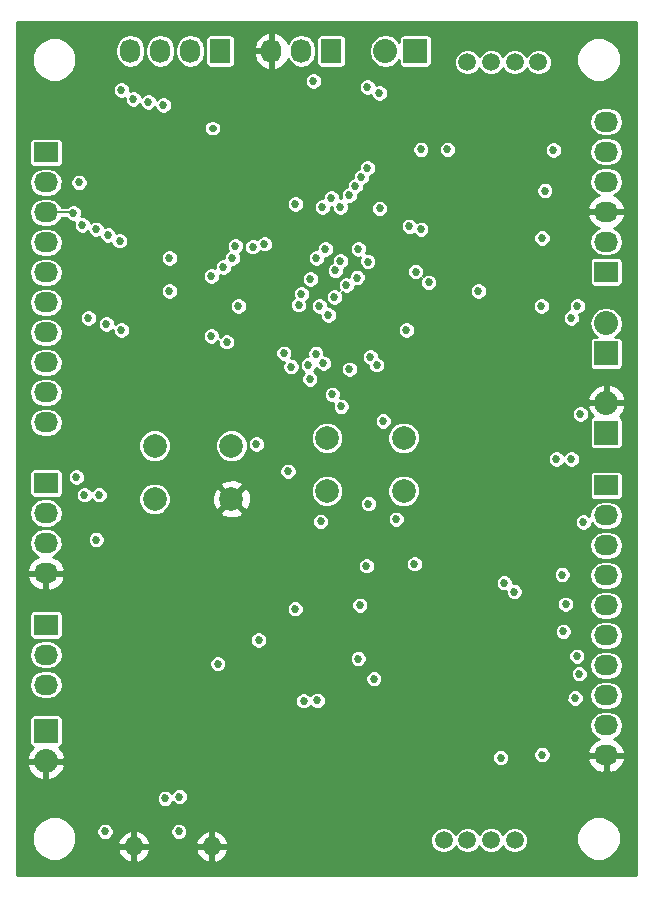
<source format=gbl>
G04 #@! TF.FileFunction,Copper,L4,Bot,Signal*
%FSLAX46Y46*%
G04 Gerber Fmt 4.6, Leading zero omitted, Abs format (unit mm)*
G04 Created by KiCad (PCBNEW 4.0.1-stable) date 2/27/2016 10:04:35 PM*
%MOMM*%
G01*
G04 APERTURE LIST*
%ADD10C,0.100000*%
%ADD11O,1.600000X1.600000*%
%ADD12R,2.032000X1.727200*%
%ADD13O,2.032000X1.727200*%
%ADD14R,1.727200X2.032000*%
%ADD15O,1.727200X2.032000*%
%ADD16R,2.032000X2.032000*%
%ADD17O,2.032000X2.032000*%
%ADD18C,1.500000*%
%ADD19C,2.000000*%
%ADD20C,0.685800*%
%ADD21C,0.609600*%
%ADD22C,0.914400*%
%ADD23C,0.152400*%
%ADD24C,0.254000*%
G04 APERTURE END LIST*
D10*
D11*
X63550000Y-109750000D03*
X56950000Y-109750000D03*
D12*
X96930000Y-79200000D03*
D13*
X96930000Y-81740000D03*
X96930000Y-84280000D03*
X96930000Y-86820000D03*
X96930000Y-89360000D03*
X96930000Y-91900000D03*
X96930000Y-94440000D03*
X96930000Y-96980000D03*
X96930000Y-99520000D03*
X96930000Y-102060000D03*
D12*
X49500000Y-51000000D03*
D13*
X49500000Y-53540000D03*
X49500000Y-56080000D03*
X49500000Y-58620000D03*
X49500000Y-61160000D03*
X49500000Y-63700000D03*
X49500000Y-66240000D03*
X49500000Y-68780000D03*
X49500000Y-71320000D03*
X49500000Y-73860000D03*
D12*
X49500000Y-79000000D03*
D13*
X49500000Y-81540000D03*
X49500000Y-84080000D03*
X49500000Y-86620000D03*
D14*
X64250000Y-42418000D03*
D15*
X61710000Y-42418000D03*
X59170000Y-42418000D03*
X56630000Y-42418000D03*
D16*
X80772000Y-42418000D03*
D17*
X78232000Y-42418000D03*
D16*
X96930000Y-68020000D03*
D17*
X96930000Y-65480000D03*
D16*
X49500000Y-100000000D03*
D17*
X49500000Y-102540000D03*
D12*
X96930000Y-61110000D03*
D13*
X96930000Y-58570000D03*
X96930000Y-56030000D03*
X96930000Y-53490000D03*
X96930000Y-50950000D03*
X96930000Y-48410000D03*
D16*
X96930000Y-74730000D03*
D17*
X96930000Y-72190000D03*
D18*
X91190000Y-43360000D03*
X89190000Y-43360000D03*
X87190000Y-43360000D03*
X85190000Y-43360000D03*
X83180000Y-109230000D03*
X85180000Y-109230000D03*
X87180000Y-109230000D03*
X89180000Y-109230000D03*
D14*
X73660000Y-42418000D03*
D15*
X71120000Y-42418000D03*
X68580000Y-42418000D03*
D19*
X65200000Y-80340000D03*
X58700000Y-80340000D03*
X65200000Y-75840000D03*
X58700000Y-75840000D03*
X79790000Y-79680000D03*
X73290000Y-79680000D03*
X79790000Y-75180000D03*
X73290000Y-75180000D03*
D12*
X49500000Y-91000000D03*
D13*
X49500000Y-93540000D03*
X49500000Y-96080000D03*
D20*
X73700000Y-47150000D03*
X78750000Y-70550000D03*
X86900000Y-70500000D03*
X64700000Y-46500000D03*
X65532000Y-54102000D03*
X57550000Y-83350000D03*
X71400000Y-85800000D03*
X69450000Y-83000000D03*
X66550000Y-83100000D03*
X76200000Y-67818000D03*
X67818000Y-62484000D03*
X72162500Y-94212500D03*
X70437500Y-94212500D03*
X70437500Y-92487500D03*
X72162500Y-92487500D03*
X71882000Y-55626000D03*
X57912000Y-50292000D03*
X58166000Y-72390000D03*
X82804000Y-80010000D03*
X80264000Y-103378000D03*
X68580000Y-80518000D03*
X87630000Y-50546000D03*
X65660000Y-99240000D03*
X63820000Y-83740000D03*
X75300000Y-95660000D03*
X78080000Y-98380000D03*
X55020000Y-92990000D03*
X59944000Y-59944000D03*
X65278000Y-59944000D03*
X59944000Y-62738000D03*
X64516000Y-60706000D03*
X70000000Y-78000000D03*
X72750000Y-82250000D03*
X63500000Y-61468000D03*
X63500000Y-66548000D03*
X67310000Y-75692000D03*
X71882000Y-61722000D03*
X92456000Y-50800000D03*
X70900000Y-63900000D03*
X78050000Y-73750000D03*
X54500000Y-108500000D03*
X60750000Y-108500000D03*
X60800000Y-105540000D03*
X71310000Y-97440000D03*
X59590000Y-105690000D03*
X72480000Y-97410000D03*
X65786000Y-64008000D03*
X52070000Y-78486000D03*
X73750000Y-71500000D03*
X52750000Y-80000000D03*
X54000000Y-80000000D03*
X74500000Y-72500000D03*
X59436000Y-46990000D03*
X76708000Y-52324000D03*
X58166000Y-46736000D03*
X76200000Y-53086000D03*
X75692000Y-53848000D03*
X56896000Y-46482000D03*
X75184000Y-54610000D03*
X55880000Y-45720000D03*
X77724000Y-45974000D03*
X74422000Y-55626000D03*
X73660000Y-54864000D03*
X76708000Y-45466000D03*
X93980000Y-65024000D03*
X74422000Y-60198000D03*
X94488000Y-64008000D03*
X75946000Y-59182000D03*
X77750000Y-55750000D03*
X91500000Y-58250000D03*
X76750000Y-60250000D03*
X91750000Y-54250000D03*
X94742000Y-73152000D03*
X91440000Y-64008000D03*
X88000000Y-102250000D03*
X75850000Y-61600000D03*
X81250000Y-57500000D03*
X83500000Y-50750000D03*
X91500000Y-102000000D03*
X74000000Y-61000000D03*
X80250000Y-57250000D03*
X81250000Y-50750000D03*
X72898000Y-55626000D03*
X72136000Y-44958000D03*
X76080000Y-89330000D03*
X77270000Y-95570000D03*
X76630000Y-86010000D03*
X70600000Y-89650000D03*
X69650000Y-68000000D03*
X76800000Y-80750000D03*
X80700000Y-85840000D03*
X67500000Y-92290000D03*
X79150000Y-82050000D03*
X70250000Y-69150000D03*
X86106000Y-62738000D03*
X74930000Y-62230000D03*
X53750000Y-83800000D03*
X75940000Y-93860000D03*
X64050000Y-94300000D03*
X93980000Y-76962000D03*
X80010000Y-66040000D03*
X92710000Y-76962000D03*
X76962000Y-68326000D03*
X94996000Y-82296000D03*
X77500000Y-69000000D03*
X53750000Y-57500000D03*
X68000000Y-58750000D03*
X54750000Y-58000000D03*
X67000000Y-59000000D03*
X55750000Y-58500000D03*
X65532000Y-58928000D03*
X53086000Y-65024000D03*
X73914000Y-63246000D03*
X54610000Y-65532000D03*
X72644000Y-64008000D03*
X55880000Y-66040000D03*
X73406000Y-64770000D03*
X81900000Y-62000000D03*
X94300000Y-97200000D03*
X88300000Y-87450000D03*
X94650000Y-95150000D03*
X89150000Y-88200000D03*
X80800000Y-61100000D03*
X71850000Y-70200000D03*
X94450000Y-93650000D03*
X71700000Y-69000000D03*
X93300000Y-91550000D03*
X72350000Y-68050000D03*
X93500000Y-89250000D03*
X73000000Y-68850000D03*
X93200000Y-86750000D03*
X52300000Y-53550000D03*
X64800000Y-67050000D03*
X75200000Y-69350000D03*
X73152000Y-59182000D03*
X51816000Y-56134000D03*
X72390000Y-59944000D03*
X52578000Y-57150000D03*
X71120000Y-62992000D03*
X70612000Y-55372000D03*
D21*
X63600000Y-48950000D02*
X63650000Y-48950000D01*
X63550000Y-48950000D02*
X63600000Y-48950000D01*
D22*
X72150000Y-94250000D02*
X72150000Y-94225000D01*
X72150000Y-94225000D02*
X72162500Y-94212500D01*
X70437500Y-94212500D02*
X70400000Y-94250000D01*
D21*
X70437500Y-92487500D02*
X70450000Y-92500000D01*
X72162500Y-92487500D02*
X72200000Y-92450000D01*
D23*
X49500000Y-56080000D02*
X51762000Y-56080000D01*
X51762000Y-56080000D02*
X51816000Y-56134000D01*
D24*
G36*
X99444000Y-112194000D02*
X47056000Y-112194000D01*
X47056000Y-109472513D01*
X48318674Y-109472513D01*
X48604436Y-110164109D01*
X49133108Y-110693704D01*
X49824204Y-110980673D01*
X50572513Y-110981326D01*
X51264109Y-110695564D01*
X51793704Y-110166892D01*
X51821879Y-110099039D01*
X55558096Y-110099039D01*
X55718959Y-110487423D01*
X56094866Y-110902389D01*
X56600959Y-111141914D01*
X56823000Y-111020629D01*
X56823000Y-109877000D01*
X57077000Y-109877000D01*
X57077000Y-111020629D01*
X57299041Y-111141914D01*
X57805134Y-110902389D01*
X58181041Y-110487423D01*
X58341904Y-110099039D01*
X62158096Y-110099039D01*
X62318959Y-110487423D01*
X62694866Y-110902389D01*
X63200959Y-111141914D01*
X63423000Y-111020629D01*
X63423000Y-109877000D01*
X63677000Y-109877000D01*
X63677000Y-111020629D01*
X63899041Y-111141914D01*
X64405134Y-110902389D01*
X64781041Y-110487423D01*
X64941904Y-110099039D01*
X64819915Y-109877000D01*
X63677000Y-109877000D01*
X63423000Y-109877000D01*
X62280085Y-109877000D01*
X62158096Y-110099039D01*
X58341904Y-110099039D01*
X58219915Y-109877000D01*
X57077000Y-109877000D01*
X56823000Y-109877000D01*
X55680085Y-109877000D01*
X55558096Y-110099039D01*
X51821879Y-110099039D01*
X52080673Y-109475796D01*
X52080738Y-109400961D01*
X55558096Y-109400961D01*
X55680085Y-109623000D01*
X56823000Y-109623000D01*
X56823000Y-108479371D01*
X57077000Y-108479371D01*
X57077000Y-109623000D01*
X58219915Y-109623000D01*
X58341904Y-109400961D01*
X62158096Y-109400961D01*
X62280085Y-109623000D01*
X63423000Y-109623000D01*
X63423000Y-108479371D01*
X63677000Y-108479371D01*
X63677000Y-109623000D01*
X64819915Y-109623000D01*
X64912773Y-109453983D01*
X82048804Y-109453983D01*
X82220625Y-109869823D01*
X82538503Y-110188256D01*
X82954043Y-110360804D01*
X83403983Y-110361196D01*
X83819823Y-110189375D01*
X84138256Y-109871497D01*
X84179889Y-109771234D01*
X84220625Y-109869823D01*
X84538503Y-110188256D01*
X84954043Y-110360804D01*
X85403983Y-110361196D01*
X85819823Y-110189375D01*
X86138256Y-109871497D01*
X86179889Y-109771234D01*
X86220625Y-109869823D01*
X86538503Y-110188256D01*
X86954043Y-110360804D01*
X87403983Y-110361196D01*
X87819823Y-110189375D01*
X88138256Y-109871497D01*
X88179889Y-109771234D01*
X88220625Y-109869823D01*
X88538503Y-110188256D01*
X88954043Y-110360804D01*
X89403983Y-110361196D01*
X89819823Y-110189375D01*
X90138256Y-109871497D01*
X90303929Y-109472513D01*
X94418674Y-109472513D01*
X94704436Y-110164109D01*
X95233108Y-110693704D01*
X95924204Y-110980673D01*
X96672513Y-110981326D01*
X97364109Y-110695564D01*
X97893704Y-110166892D01*
X98180673Y-109475796D01*
X98181326Y-108727487D01*
X97895564Y-108035891D01*
X97366892Y-107506296D01*
X96675796Y-107219327D01*
X95927487Y-107218674D01*
X95235891Y-107504436D01*
X94706296Y-108033108D01*
X94419327Y-108724204D01*
X94418674Y-109472513D01*
X90303929Y-109472513D01*
X90310804Y-109455957D01*
X90311196Y-109006017D01*
X90139375Y-108590177D01*
X89821497Y-108271744D01*
X89405957Y-108099196D01*
X88956017Y-108098804D01*
X88540177Y-108270625D01*
X88221744Y-108588503D01*
X88180111Y-108688766D01*
X88139375Y-108590177D01*
X87821497Y-108271744D01*
X87405957Y-108099196D01*
X86956017Y-108098804D01*
X86540177Y-108270625D01*
X86221744Y-108588503D01*
X86180111Y-108688766D01*
X86139375Y-108590177D01*
X85821497Y-108271744D01*
X85405957Y-108099196D01*
X84956017Y-108098804D01*
X84540177Y-108270625D01*
X84221744Y-108588503D01*
X84180111Y-108688766D01*
X84139375Y-108590177D01*
X83821497Y-108271744D01*
X83405957Y-108099196D01*
X82956017Y-108098804D01*
X82540177Y-108270625D01*
X82221744Y-108588503D01*
X82049196Y-109004043D01*
X82048804Y-109453983D01*
X64912773Y-109453983D01*
X64941904Y-109400961D01*
X64781041Y-109012577D01*
X64405134Y-108597611D01*
X63899041Y-108358086D01*
X63677000Y-108479371D01*
X63423000Y-108479371D01*
X63200959Y-108358086D01*
X62694866Y-108597611D01*
X62318959Y-109012577D01*
X62158096Y-109400961D01*
X58341904Y-109400961D01*
X58181041Y-109012577D01*
X57846578Y-108643361D01*
X60025975Y-108643361D01*
X60135950Y-108909521D01*
X60339408Y-109113335D01*
X60605376Y-109223774D01*
X60893361Y-109224025D01*
X61159521Y-109114050D01*
X61363335Y-108910592D01*
X61473774Y-108644624D01*
X61474025Y-108356639D01*
X61364050Y-108090479D01*
X61160592Y-107886665D01*
X60894624Y-107776226D01*
X60606639Y-107775975D01*
X60340479Y-107885950D01*
X60136665Y-108089408D01*
X60026226Y-108355376D01*
X60025975Y-108643361D01*
X57846578Y-108643361D01*
X57805134Y-108597611D01*
X57299041Y-108358086D01*
X57077000Y-108479371D01*
X56823000Y-108479371D01*
X56600959Y-108358086D01*
X56094866Y-108597611D01*
X55718959Y-109012577D01*
X55558096Y-109400961D01*
X52080738Y-109400961D01*
X52081326Y-108727487D01*
X52046566Y-108643361D01*
X53775975Y-108643361D01*
X53885950Y-108909521D01*
X54089408Y-109113335D01*
X54355376Y-109223774D01*
X54643361Y-109224025D01*
X54909521Y-109114050D01*
X55113335Y-108910592D01*
X55223774Y-108644624D01*
X55224025Y-108356639D01*
X55114050Y-108090479D01*
X54910592Y-107886665D01*
X54644624Y-107776226D01*
X54356639Y-107775975D01*
X54090479Y-107885950D01*
X53886665Y-108089408D01*
X53776226Y-108355376D01*
X53775975Y-108643361D01*
X52046566Y-108643361D01*
X51795564Y-108035891D01*
X51266892Y-107506296D01*
X50575796Y-107219327D01*
X49827487Y-107218674D01*
X49135891Y-107504436D01*
X48606296Y-108033108D01*
X48319327Y-108724204D01*
X48318674Y-109472513D01*
X47056000Y-109472513D01*
X47056000Y-105833361D01*
X58865975Y-105833361D01*
X58975950Y-106099521D01*
X59179408Y-106303335D01*
X59445376Y-106413774D01*
X59733361Y-106414025D01*
X59999521Y-106304050D01*
X60203335Y-106100592D01*
X60242530Y-106006200D01*
X60389408Y-106153335D01*
X60655376Y-106263774D01*
X60943361Y-106264025D01*
X61209521Y-106154050D01*
X61413335Y-105950592D01*
X61523774Y-105684624D01*
X61524025Y-105396639D01*
X61414050Y-105130479D01*
X61210592Y-104926665D01*
X60944624Y-104816226D01*
X60656639Y-104815975D01*
X60390479Y-104925950D01*
X60186665Y-105129408D01*
X60147470Y-105223800D01*
X60000592Y-105076665D01*
X59734624Y-104966226D01*
X59446639Y-104965975D01*
X59180479Y-105075950D01*
X58976665Y-105279408D01*
X58866226Y-105545376D01*
X58865975Y-105833361D01*
X47056000Y-105833361D01*
X47056000Y-102922944D01*
X47894025Y-102922944D01*
X48093615Y-103404818D01*
X48531621Y-103877188D01*
X49117054Y-104145983D01*
X49373000Y-104027367D01*
X49373000Y-102667000D01*
X49627000Y-102667000D01*
X49627000Y-104027367D01*
X49882946Y-104145983D01*
X50468379Y-103877188D01*
X50906385Y-103404818D01*
X51105975Y-102922944D01*
X50986836Y-102667000D01*
X49627000Y-102667000D01*
X49373000Y-102667000D01*
X48013164Y-102667000D01*
X47894025Y-102922944D01*
X47056000Y-102922944D01*
X47056000Y-102157056D01*
X47894025Y-102157056D01*
X48013164Y-102413000D01*
X49373000Y-102413000D01*
X49373000Y-102393000D01*
X49627000Y-102393000D01*
X49627000Y-102413000D01*
X50986836Y-102413000D01*
X50995977Y-102393361D01*
X87275975Y-102393361D01*
X87385950Y-102659521D01*
X87589408Y-102863335D01*
X87855376Y-102973774D01*
X88143361Y-102974025D01*
X88409521Y-102864050D01*
X88613335Y-102660592D01*
X88723774Y-102394624D01*
X88723992Y-102143361D01*
X90775975Y-102143361D01*
X90885950Y-102409521D01*
X91089408Y-102613335D01*
X91355376Y-102723774D01*
X91643361Y-102724025D01*
X91909521Y-102614050D01*
X92104886Y-102419026D01*
X95322642Y-102419026D01*
X95325291Y-102434791D01*
X95579268Y-102962036D01*
X96015680Y-103351954D01*
X96568087Y-103545184D01*
X96803000Y-103400924D01*
X96803000Y-102187000D01*
X97057000Y-102187000D01*
X97057000Y-103400924D01*
X97291913Y-103545184D01*
X97844320Y-103351954D01*
X98280732Y-102962036D01*
X98534709Y-102434791D01*
X98537358Y-102419026D01*
X98416217Y-102187000D01*
X97057000Y-102187000D01*
X96803000Y-102187000D01*
X95443783Y-102187000D01*
X95322642Y-102419026D01*
X92104886Y-102419026D01*
X92113335Y-102410592D01*
X92223774Y-102144624D01*
X92224025Y-101856639D01*
X92159706Y-101700974D01*
X95322642Y-101700974D01*
X95443783Y-101933000D01*
X96803000Y-101933000D01*
X96803000Y-101913000D01*
X97057000Y-101913000D01*
X97057000Y-101933000D01*
X98416217Y-101933000D01*
X98537358Y-101700974D01*
X98534709Y-101685209D01*
X98280732Y-101157964D01*
X97844320Y-100768046D01*
X97571757Y-100672704D01*
X97586057Y-100669860D01*
X97989834Y-100400065D01*
X98259629Y-99996288D01*
X98354369Y-99520000D01*
X98259629Y-99043712D01*
X97989834Y-98639935D01*
X97586057Y-98370140D01*
X97109769Y-98275400D01*
X96750231Y-98275400D01*
X96273943Y-98370140D01*
X95870166Y-98639935D01*
X95600371Y-99043712D01*
X95505631Y-99520000D01*
X95600371Y-99996288D01*
X95870166Y-100400065D01*
X96273943Y-100669860D01*
X96288243Y-100672704D01*
X96015680Y-100768046D01*
X95579268Y-101157964D01*
X95325291Y-101685209D01*
X95322642Y-101700974D01*
X92159706Y-101700974D01*
X92114050Y-101590479D01*
X91910592Y-101386665D01*
X91644624Y-101276226D01*
X91356639Y-101275975D01*
X91090479Y-101385950D01*
X90886665Y-101589408D01*
X90776226Y-101855376D01*
X90775975Y-102143361D01*
X88723992Y-102143361D01*
X88724025Y-102106639D01*
X88614050Y-101840479D01*
X88410592Y-101636665D01*
X88144624Y-101526226D01*
X87856639Y-101525975D01*
X87590479Y-101635950D01*
X87386665Y-101839408D01*
X87276226Y-102105376D01*
X87275975Y-102393361D01*
X50995977Y-102393361D01*
X51105975Y-102157056D01*
X50906385Y-101675182D01*
X50634658Y-101382137D01*
X50657190Y-101377897D01*
X50786865Y-101294454D01*
X50873859Y-101167134D01*
X50904464Y-101016000D01*
X50904464Y-98984000D01*
X50877897Y-98842810D01*
X50794454Y-98713135D01*
X50667134Y-98626141D01*
X50516000Y-98595536D01*
X48484000Y-98595536D01*
X48342810Y-98622103D01*
X48213135Y-98705546D01*
X48126141Y-98832866D01*
X48095536Y-98984000D01*
X48095536Y-101016000D01*
X48122103Y-101157190D01*
X48205546Y-101286865D01*
X48332866Y-101373859D01*
X48366670Y-101380704D01*
X48093615Y-101675182D01*
X47894025Y-102157056D01*
X47056000Y-102157056D01*
X47056000Y-97583361D01*
X70585975Y-97583361D01*
X70695950Y-97849521D01*
X70899408Y-98053335D01*
X71165376Y-98163774D01*
X71453361Y-98164025D01*
X71719521Y-98054050D01*
X71910128Y-97863776D01*
X72069408Y-98023335D01*
X72335376Y-98133774D01*
X72623361Y-98134025D01*
X72889521Y-98024050D01*
X73093335Y-97820592D01*
X73203774Y-97554624D01*
X73203958Y-97343361D01*
X93575975Y-97343361D01*
X93685950Y-97609521D01*
X93889408Y-97813335D01*
X94155376Y-97923774D01*
X94443361Y-97924025D01*
X94709521Y-97814050D01*
X94913335Y-97610592D01*
X95023774Y-97344624D01*
X95024025Y-97056639D01*
X94992359Y-96980000D01*
X95505631Y-96980000D01*
X95600371Y-97456288D01*
X95870166Y-97860065D01*
X96273943Y-98129860D01*
X96750231Y-98224600D01*
X97109769Y-98224600D01*
X97586057Y-98129860D01*
X97989834Y-97860065D01*
X98259629Y-97456288D01*
X98354369Y-96980000D01*
X98259629Y-96503712D01*
X97989834Y-96099935D01*
X97586057Y-95830140D01*
X97109769Y-95735400D01*
X96750231Y-95735400D01*
X96273943Y-95830140D01*
X95870166Y-96099935D01*
X95600371Y-96503712D01*
X95505631Y-96980000D01*
X94992359Y-96980000D01*
X94914050Y-96790479D01*
X94710592Y-96586665D01*
X94444624Y-96476226D01*
X94156639Y-96475975D01*
X93890479Y-96585950D01*
X93686665Y-96789408D01*
X93576226Y-97055376D01*
X93575975Y-97343361D01*
X73203958Y-97343361D01*
X73204025Y-97266639D01*
X73094050Y-97000479D01*
X72890592Y-96796665D01*
X72624624Y-96686226D01*
X72336639Y-96685975D01*
X72070479Y-96795950D01*
X71879872Y-96986224D01*
X71720592Y-96826665D01*
X71454624Y-96716226D01*
X71166639Y-96715975D01*
X70900479Y-96825950D01*
X70696665Y-97029408D01*
X70586226Y-97295376D01*
X70585975Y-97583361D01*
X47056000Y-97583361D01*
X47056000Y-96080000D01*
X48075631Y-96080000D01*
X48170371Y-96556288D01*
X48440166Y-96960065D01*
X48843943Y-97229860D01*
X49320231Y-97324600D01*
X49679769Y-97324600D01*
X50156057Y-97229860D01*
X50559834Y-96960065D01*
X50829629Y-96556288D01*
X50924369Y-96080000D01*
X50851440Y-95713361D01*
X76545975Y-95713361D01*
X76655950Y-95979521D01*
X76859408Y-96183335D01*
X77125376Y-96293774D01*
X77413361Y-96294025D01*
X77679521Y-96184050D01*
X77883335Y-95980592D01*
X77993774Y-95714624D01*
X77994025Y-95426639D01*
X77938956Y-95293361D01*
X93925975Y-95293361D01*
X94035950Y-95559521D01*
X94239408Y-95763335D01*
X94505376Y-95873774D01*
X94793361Y-95874025D01*
X95059521Y-95764050D01*
X95263335Y-95560592D01*
X95373774Y-95294624D01*
X95374025Y-95006639D01*
X95264050Y-94740479D01*
X95060592Y-94536665D01*
X94827796Y-94440000D01*
X95505631Y-94440000D01*
X95600371Y-94916288D01*
X95870166Y-95320065D01*
X96273943Y-95589860D01*
X96750231Y-95684600D01*
X97109769Y-95684600D01*
X97586057Y-95589860D01*
X97989834Y-95320065D01*
X98259629Y-94916288D01*
X98354369Y-94440000D01*
X98259629Y-93963712D01*
X97989834Y-93559935D01*
X97586057Y-93290140D01*
X97109769Y-93195400D01*
X96750231Y-93195400D01*
X96273943Y-93290140D01*
X95870166Y-93559935D01*
X95600371Y-93963712D01*
X95505631Y-94440000D01*
X94827796Y-94440000D01*
X94794624Y-94426226D01*
X94506639Y-94425975D01*
X94240479Y-94535950D01*
X94036665Y-94739408D01*
X93926226Y-95005376D01*
X93925975Y-95293361D01*
X77938956Y-95293361D01*
X77884050Y-95160479D01*
X77680592Y-94956665D01*
X77414624Y-94846226D01*
X77126639Y-94845975D01*
X76860479Y-94955950D01*
X76656665Y-95159408D01*
X76546226Y-95425376D01*
X76545975Y-95713361D01*
X50851440Y-95713361D01*
X50829629Y-95603712D01*
X50559834Y-95199935D01*
X50156057Y-94930140D01*
X49679769Y-94835400D01*
X49320231Y-94835400D01*
X48843943Y-94930140D01*
X48440166Y-95199935D01*
X48170371Y-95603712D01*
X48075631Y-96080000D01*
X47056000Y-96080000D01*
X47056000Y-93540000D01*
X48075631Y-93540000D01*
X48170371Y-94016288D01*
X48440166Y-94420065D01*
X48843943Y-94689860D01*
X49320231Y-94784600D01*
X49679769Y-94784600D01*
X50156057Y-94689860D01*
X50524969Y-94443361D01*
X63325975Y-94443361D01*
X63435950Y-94709521D01*
X63639408Y-94913335D01*
X63905376Y-95023774D01*
X64193361Y-95024025D01*
X64459521Y-94914050D01*
X64663335Y-94710592D01*
X64773774Y-94444624D01*
X64774025Y-94156639D01*
X64710692Y-94003361D01*
X75215975Y-94003361D01*
X75325950Y-94269521D01*
X75529408Y-94473335D01*
X75795376Y-94583774D01*
X76083361Y-94584025D01*
X76349521Y-94474050D01*
X76553335Y-94270592D01*
X76663774Y-94004624D01*
X76663958Y-93793361D01*
X93725975Y-93793361D01*
X93835950Y-94059521D01*
X94039408Y-94263335D01*
X94305376Y-94373774D01*
X94593361Y-94374025D01*
X94859521Y-94264050D01*
X95063335Y-94060592D01*
X95173774Y-93794624D01*
X95174025Y-93506639D01*
X95064050Y-93240479D01*
X94860592Y-93036665D01*
X94594624Y-92926226D01*
X94306639Y-92925975D01*
X94040479Y-93035950D01*
X93836665Y-93239408D01*
X93726226Y-93505376D01*
X93725975Y-93793361D01*
X76663958Y-93793361D01*
X76664025Y-93716639D01*
X76554050Y-93450479D01*
X76350592Y-93246665D01*
X76084624Y-93136226D01*
X75796639Y-93135975D01*
X75530479Y-93245950D01*
X75326665Y-93449408D01*
X75216226Y-93715376D01*
X75215975Y-94003361D01*
X64710692Y-94003361D01*
X64664050Y-93890479D01*
X64460592Y-93686665D01*
X64194624Y-93576226D01*
X63906639Y-93575975D01*
X63640479Y-93685950D01*
X63436665Y-93889408D01*
X63326226Y-94155376D01*
X63325975Y-94443361D01*
X50524969Y-94443361D01*
X50559834Y-94420065D01*
X50829629Y-94016288D01*
X50924369Y-93540000D01*
X50829629Y-93063712D01*
X50559834Y-92659935D01*
X50220742Y-92433361D01*
X66775975Y-92433361D01*
X66885950Y-92699521D01*
X67089408Y-92903335D01*
X67355376Y-93013774D01*
X67643361Y-93014025D01*
X67909521Y-92904050D01*
X68113335Y-92700592D01*
X68223774Y-92434624D01*
X68224025Y-92146639D01*
X68114050Y-91880479D01*
X67927259Y-91693361D01*
X92575975Y-91693361D01*
X92685950Y-91959521D01*
X92889408Y-92163335D01*
X93155376Y-92273774D01*
X93443361Y-92274025D01*
X93709521Y-92164050D01*
X93913335Y-91960592D01*
X93938494Y-91900000D01*
X95505631Y-91900000D01*
X95600371Y-92376288D01*
X95870166Y-92780065D01*
X96273943Y-93049860D01*
X96750231Y-93144600D01*
X97109769Y-93144600D01*
X97586057Y-93049860D01*
X97989834Y-92780065D01*
X98259629Y-92376288D01*
X98354369Y-91900000D01*
X98259629Y-91423712D01*
X97989834Y-91019935D01*
X97586057Y-90750140D01*
X97109769Y-90655400D01*
X96750231Y-90655400D01*
X96273943Y-90750140D01*
X95870166Y-91019935D01*
X95600371Y-91423712D01*
X95505631Y-91900000D01*
X93938494Y-91900000D01*
X94023774Y-91694624D01*
X94024025Y-91406639D01*
X93914050Y-91140479D01*
X93710592Y-90936665D01*
X93444624Y-90826226D01*
X93156639Y-90825975D01*
X92890479Y-90935950D01*
X92686665Y-91139408D01*
X92576226Y-91405376D01*
X92575975Y-91693361D01*
X67927259Y-91693361D01*
X67910592Y-91676665D01*
X67644624Y-91566226D01*
X67356639Y-91565975D01*
X67090479Y-91675950D01*
X66886665Y-91879408D01*
X66776226Y-92145376D01*
X66775975Y-92433361D01*
X50220742Y-92433361D01*
X50156057Y-92390140D01*
X49679769Y-92295400D01*
X49320231Y-92295400D01*
X48843943Y-92390140D01*
X48440166Y-92659935D01*
X48170371Y-93063712D01*
X48075631Y-93540000D01*
X47056000Y-93540000D01*
X47056000Y-90136400D01*
X48095536Y-90136400D01*
X48095536Y-91863600D01*
X48122103Y-92004790D01*
X48205546Y-92134465D01*
X48332866Y-92221459D01*
X48484000Y-92252064D01*
X50516000Y-92252064D01*
X50657190Y-92225497D01*
X50786865Y-92142054D01*
X50873859Y-92014734D01*
X50904464Y-91863600D01*
X50904464Y-90136400D01*
X50877897Y-89995210D01*
X50794454Y-89865535D01*
X50688824Y-89793361D01*
X69875975Y-89793361D01*
X69985950Y-90059521D01*
X70189408Y-90263335D01*
X70455376Y-90373774D01*
X70743361Y-90374025D01*
X71009521Y-90264050D01*
X71213335Y-90060592D01*
X71323774Y-89794624D01*
X71324025Y-89506639D01*
X71310275Y-89473361D01*
X75355975Y-89473361D01*
X75465950Y-89739521D01*
X75669408Y-89943335D01*
X75935376Y-90053774D01*
X76223361Y-90054025D01*
X76489521Y-89944050D01*
X76693335Y-89740592D01*
X76803774Y-89474624D01*
X76803844Y-89393361D01*
X92775975Y-89393361D01*
X92885950Y-89659521D01*
X93089408Y-89863335D01*
X93355376Y-89973774D01*
X93643361Y-89974025D01*
X93909521Y-89864050D01*
X94113335Y-89660592D01*
X94223774Y-89394624D01*
X94223804Y-89360000D01*
X95505631Y-89360000D01*
X95600371Y-89836288D01*
X95870166Y-90240065D01*
X96273943Y-90509860D01*
X96750231Y-90604600D01*
X97109769Y-90604600D01*
X97586057Y-90509860D01*
X97989834Y-90240065D01*
X98259629Y-89836288D01*
X98354369Y-89360000D01*
X98259629Y-88883712D01*
X97989834Y-88479935D01*
X97586057Y-88210140D01*
X97109769Y-88115400D01*
X96750231Y-88115400D01*
X96273943Y-88210140D01*
X95870166Y-88479935D01*
X95600371Y-88883712D01*
X95505631Y-89360000D01*
X94223804Y-89360000D01*
X94224025Y-89106639D01*
X94114050Y-88840479D01*
X93910592Y-88636665D01*
X93644624Y-88526226D01*
X93356639Y-88525975D01*
X93090479Y-88635950D01*
X92886665Y-88839408D01*
X92776226Y-89105376D01*
X92775975Y-89393361D01*
X76803844Y-89393361D01*
X76804025Y-89186639D01*
X76694050Y-88920479D01*
X76490592Y-88716665D01*
X76224624Y-88606226D01*
X75936639Y-88605975D01*
X75670479Y-88715950D01*
X75466665Y-88919408D01*
X75356226Y-89185376D01*
X75355975Y-89473361D01*
X71310275Y-89473361D01*
X71214050Y-89240479D01*
X71010592Y-89036665D01*
X70744624Y-88926226D01*
X70456639Y-88925975D01*
X70190479Y-89035950D01*
X69986665Y-89239408D01*
X69876226Y-89505376D01*
X69875975Y-89793361D01*
X50688824Y-89793361D01*
X50667134Y-89778541D01*
X50516000Y-89747936D01*
X48484000Y-89747936D01*
X48342810Y-89774503D01*
X48213135Y-89857946D01*
X48126141Y-89985266D01*
X48095536Y-90136400D01*
X47056000Y-90136400D01*
X47056000Y-86979026D01*
X47892642Y-86979026D01*
X47895291Y-86994791D01*
X48149268Y-87522036D01*
X48585680Y-87911954D01*
X49138087Y-88105184D01*
X49373000Y-87960924D01*
X49373000Y-86747000D01*
X49627000Y-86747000D01*
X49627000Y-87960924D01*
X49861913Y-88105184D01*
X50414320Y-87911954D01*
X50770902Y-87593361D01*
X87575975Y-87593361D01*
X87685950Y-87859521D01*
X87889408Y-88063335D01*
X88155376Y-88173774D01*
X88426123Y-88174010D01*
X88425975Y-88343361D01*
X88535950Y-88609521D01*
X88739408Y-88813335D01*
X89005376Y-88923774D01*
X89293361Y-88924025D01*
X89559521Y-88814050D01*
X89763335Y-88610592D01*
X89873774Y-88344624D01*
X89874025Y-88056639D01*
X89764050Y-87790479D01*
X89560592Y-87586665D01*
X89294624Y-87476226D01*
X89023877Y-87475990D01*
X89024025Y-87306639D01*
X88914050Y-87040479D01*
X88767189Y-86893361D01*
X92475975Y-86893361D01*
X92585950Y-87159521D01*
X92789408Y-87363335D01*
X93055376Y-87473774D01*
X93343361Y-87474025D01*
X93609521Y-87364050D01*
X93813335Y-87160592D01*
X93923774Y-86894624D01*
X93923839Y-86820000D01*
X95505631Y-86820000D01*
X95600371Y-87296288D01*
X95870166Y-87700065D01*
X96273943Y-87969860D01*
X96750231Y-88064600D01*
X97109769Y-88064600D01*
X97586057Y-87969860D01*
X97989834Y-87700065D01*
X98259629Y-87296288D01*
X98354369Y-86820000D01*
X98259629Y-86343712D01*
X97989834Y-85939935D01*
X97586057Y-85670140D01*
X97109769Y-85575400D01*
X96750231Y-85575400D01*
X96273943Y-85670140D01*
X95870166Y-85939935D01*
X95600371Y-86343712D01*
X95505631Y-86820000D01*
X93923839Y-86820000D01*
X93924025Y-86606639D01*
X93814050Y-86340479D01*
X93610592Y-86136665D01*
X93344624Y-86026226D01*
X93056639Y-86025975D01*
X92790479Y-86135950D01*
X92586665Y-86339408D01*
X92476226Y-86605376D01*
X92475975Y-86893361D01*
X88767189Y-86893361D01*
X88710592Y-86836665D01*
X88444624Y-86726226D01*
X88156639Y-86725975D01*
X87890479Y-86835950D01*
X87686665Y-87039408D01*
X87576226Y-87305376D01*
X87575975Y-87593361D01*
X50770902Y-87593361D01*
X50850732Y-87522036D01*
X51104709Y-86994791D01*
X51107358Y-86979026D01*
X50986217Y-86747000D01*
X49627000Y-86747000D01*
X49373000Y-86747000D01*
X48013783Y-86747000D01*
X47892642Y-86979026D01*
X47056000Y-86979026D01*
X47056000Y-86260974D01*
X47892642Y-86260974D01*
X48013783Y-86493000D01*
X49373000Y-86493000D01*
X49373000Y-86473000D01*
X49627000Y-86473000D01*
X49627000Y-86493000D01*
X50986217Y-86493000D01*
X51107358Y-86260974D01*
X51104709Y-86245209D01*
X51060466Y-86153361D01*
X75905975Y-86153361D01*
X76015950Y-86419521D01*
X76219408Y-86623335D01*
X76485376Y-86733774D01*
X76773361Y-86734025D01*
X77039521Y-86624050D01*
X77243335Y-86420592D01*
X77353774Y-86154624D01*
X77353923Y-85983361D01*
X79975975Y-85983361D01*
X80085950Y-86249521D01*
X80289408Y-86453335D01*
X80555376Y-86563774D01*
X80843361Y-86564025D01*
X81109521Y-86454050D01*
X81313335Y-86250592D01*
X81423774Y-85984624D01*
X81424025Y-85696639D01*
X81314050Y-85430479D01*
X81110592Y-85226665D01*
X80844624Y-85116226D01*
X80556639Y-85115975D01*
X80290479Y-85225950D01*
X80086665Y-85429408D01*
X79976226Y-85695376D01*
X79975975Y-85983361D01*
X77353923Y-85983361D01*
X77354025Y-85866639D01*
X77244050Y-85600479D01*
X77040592Y-85396665D01*
X76774624Y-85286226D01*
X76486639Y-85285975D01*
X76220479Y-85395950D01*
X76016665Y-85599408D01*
X75906226Y-85865376D01*
X75905975Y-86153361D01*
X51060466Y-86153361D01*
X50850732Y-85717964D01*
X50414320Y-85328046D01*
X50141757Y-85232704D01*
X50156057Y-85229860D01*
X50559834Y-84960065D01*
X50829629Y-84556288D01*
X50924369Y-84080000D01*
X50897190Y-83943361D01*
X53025975Y-83943361D01*
X53135950Y-84209521D01*
X53339408Y-84413335D01*
X53605376Y-84523774D01*
X53893361Y-84524025D01*
X54159521Y-84414050D01*
X54293805Y-84280000D01*
X95505631Y-84280000D01*
X95600371Y-84756288D01*
X95870166Y-85160065D01*
X96273943Y-85429860D01*
X96750231Y-85524600D01*
X97109769Y-85524600D01*
X97586057Y-85429860D01*
X97989834Y-85160065D01*
X98259629Y-84756288D01*
X98354369Y-84280000D01*
X98259629Y-83803712D01*
X97989834Y-83399935D01*
X97586057Y-83130140D01*
X97109769Y-83035400D01*
X96750231Y-83035400D01*
X96273943Y-83130140D01*
X95870166Y-83399935D01*
X95600371Y-83803712D01*
X95505631Y-84280000D01*
X54293805Y-84280000D01*
X54363335Y-84210592D01*
X54473774Y-83944624D01*
X54474025Y-83656639D01*
X54364050Y-83390479D01*
X54160592Y-83186665D01*
X53894624Y-83076226D01*
X53606639Y-83075975D01*
X53340479Y-83185950D01*
X53136665Y-83389408D01*
X53026226Y-83655376D01*
X53025975Y-83943361D01*
X50897190Y-83943361D01*
X50829629Y-83603712D01*
X50559834Y-83199935D01*
X50156057Y-82930140D01*
X49679769Y-82835400D01*
X49320231Y-82835400D01*
X48843943Y-82930140D01*
X48440166Y-83199935D01*
X48170371Y-83603712D01*
X48075631Y-84080000D01*
X48170371Y-84556288D01*
X48440166Y-84960065D01*
X48843943Y-85229860D01*
X48858243Y-85232704D01*
X48585680Y-85328046D01*
X48149268Y-85717964D01*
X47895291Y-86245209D01*
X47892642Y-86260974D01*
X47056000Y-86260974D01*
X47056000Y-81540000D01*
X48075631Y-81540000D01*
X48170371Y-82016288D01*
X48440166Y-82420065D01*
X48843943Y-82689860D01*
X49320231Y-82784600D01*
X49679769Y-82784600D01*
X50156057Y-82689860D01*
X50559834Y-82420065D01*
X50577677Y-82393361D01*
X72025975Y-82393361D01*
X72135950Y-82659521D01*
X72339408Y-82863335D01*
X72605376Y-82973774D01*
X72893361Y-82974025D01*
X73159521Y-82864050D01*
X73363335Y-82660592D01*
X73473774Y-82394624D01*
X73473949Y-82193361D01*
X78425975Y-82193361D01*
X78535950Y-82459521D01*
X78739408Y-82663335D01*
X79005376Y-82773774D01*
X79293361Y-82774025D01*
X79559521Y-82664050D01*
X79763335Y-82460592D01*
X79772150Y-82439361D01*
X94271975Y-82439361D01*
X94381950Y-82705521D01*
X94585408Y-82909335D01*
X94851376Y-83019774D01*
X95139361Y-83020025D01*
X95405521Y-82910050D01*
X95609335Y-82706592D01*
X95719774Y-82440624D01*
X95719814Y-82395047D01*
X95870166Y-82620065D01*
X96273943Y-82889860D01*
X96750231Y-82984600D01*
X97109769Y-82984600D01*
X97586057Y-82889860D01*
X97989834Y-82620065D01*
X98259629Y-82216288D01*
X98354369Y-81740000D01*
X98259629Y-81263712D01*
X97989834Y-80859935D01*
X97586057Y-80590140D01*
X97109769Y-80495400D01*
X96750231Y-80495400D01*
X96273943Y-80590140D01*
X95870166Y-80859935D01*
X95600371Y-81263712D01*
X95505631Y-81740000D01*
X95516034Y-81792298D01*
X95406592Y-81682665D01*
X95140624Y-81572226D01*
X94852639Y-81571975D01*
X94586479Y-81681950D01*
X94382665Y-81885408D01*
X94272226Y-82151376D01*
X94271975Y-82439361D01*
X79772150Y-82439361D01*
X79873774Y-82194624D01*
X79874025Y-81906639D01*
X79764050Y-81640479D01*
X79560592Y-81436665D01*
X79294624Y-81326226D01*
X79006639Y-81325975D01*
X78740479Y-81435950D01*
X78536665Y-81639408D01*
X78426226Y-81905376D01*
X78425975Y-82193361D01*
X73473949Y-82193361D01*
X73474025Y-82106639D01*
X73364050Y-81840479D01*
X73160592Y-81636665D01*
X72894624Y-81526226D01*
X72606639Y-81525975D01*
X72340479Y-81635950D01*
X72136665Y-81839408D01*
X72026226Y-82105376D01*
X72025975Y-82393361D01*
X50577677Y-82393361D01*
X50829629Y-82016288D01*
X50924369Y-81540000D01*
X50829629Y-81063712D01*
X50559834Y-80659935D01*
X50156057Y-80390140D01*
X49679769Y-80295400D01*
X49320231Y-80295400D01*
X48843943Y-80390140D01*
X48440166Y-80659935D01*
X48170371Y-81063712D01*
X48075631Y-81540000D01*
X47056000Y-81540000D01*
X47056000Y-78136400D01*
X48095536Y-78136400D01*
X48095536Y-79863600D01*
X48122103Y-80004790D01*
X48205546Y-80134465D01*
X48332866Y-80221459D01*
X48484000Y-80252064D01*
X50516000Y-80252064D01*
X50657190Y-80225497D01*
X50784833Y-80143361D01*
X52025975Y-80143361D01*
X52135950Y-80409521D01*
X52339408Y-80613335D01*
X52605376Y-80723774D01*
X52893361Y-80724025D01*
X53159521Y-80614050D01*
X53363335Y-80410592D01*
X53374892Y-80382759D01*
X53385950Y-80409521D01*
X53589408Y-80613335D01*
X53855376Y-80723774D01*
X54143361Y-80724025D01*
X54409521Y-80614050D01*
X54410078Y-80613493D01*
X57318761Y-80613493D01*
X57528563Y-81121251D01*
X57916705Y-81510072D01*
X58424097Y-81720759D01*
X58973493Y-81721239D01*
X59481251Y-81511437D01*
X59500189Y-81492532D01*
X64227073Y-81492532D01*
X64325736Y-81759387D01*
X64935461Y-81985908D01*
X65585460Y-81961856D01*
X66074264Y-81759387D01*
X66172927Y-81492532D01*
X65200000Y-80519605D01*
X64227073Y-81492532D01*
X59500189Y-81492532D01*
X59870072Y-81123295D01*
X60080759Y-80615903D01*
X60081231Y-80075461D01*
X63554092Y-80075461D01*
X63578144Y-80725460D01*
X63780613Y-81214264D01*
X64047468Y-81312927D01*
X65020395Y-80340000D01*
X65379605Y-80340000D01*
X66352532Y-81312927D01*
X66619387Y-81214264D01*
X66845908Y-80604539D01*
X66821856Y-79954540D01*
X66821423Y-79953493D01*
X71908761Y-79953493D01*
X72118563Y-80461251D01*
X72506705Y-80850072D01*
X73014097Y-81060759D01*
X73563493Y-81061239D01*
X73969787Y-80893361D01*
X76075975Y-80893361D01*
X76185950Y-81159521D01*
X76389408Y-81363335D01*
X76655376Y-81473774D01*
X76943361Y-81474025D01*
X77209521Y-81364050D01*
X77413335Y-81160592D01*
X77523774Y-80894624D01*
X77524025Y-80606639D01*
X77414050Y-80340479D01*
X77210592Y-80136665D01*
X76944624Y-80026226D01*
X76656639Y-80025975D01*
X76390479Y-80135950D01*
X76186665Y-80339408D01*
X76076226Y-80605376D01*
X76075975Y-80893361D01*
X73969787Y-80893361D01*
X74071251Y-80851437D01*
X74460072Y-80463295D01*
X74670759Y-79955903D01*
X74670761Y-79953493D01*
X78408761Y-79953493D01*
X78618563Y-80461251D01*
X79006705Y-80850072D01*
X79514097Y-81060759D01*
X80063493Y-81061239D01*
X80571251Y-80851437D01*
X80960072Y-80463295D01*
X81170759Y-79955903D01*
X81171239Y-79406507D01*
X80961437Y-78898749D01*
X80573295Y-78509928D01*
X80155393Y-78336400D01*
X95525536Y-78336400D01*
X95525536Y-80063600D01*
X95552103Y-80204790D01*
X95635546Y-80334465D01*
X95762866Y-80421459D01*
X95914000Y-80452064D01*
X97946000Y-80452064D01*
X98087190Y-80425497D01*
X98216865Y-80342054D01*
X98303859Y-80214734D01*
X98334464Y-80063600D01*
X98334464Y-78336400D01*
X98307897Y-78195210D01*
X98224454Y-78065535D01*
X98097134Y-77978541D01*
X97946000Y-77947936D01*
X95914000Y-77947936D01*
X95772810Y-77974503D01*
X95643135Y-78057946D01*
X95556141Y-78185266D01*
X95525536Y-78336400D01*
X80155393Y-78336400D01*
X80065903Y-78299241D01*
X79516507Y-78298761D01*
X79008749Y-78508563D01*
X78619928Y-78896705D01*
X78409241Y-79404097D01*
X78408761Y-79953493D01*
X74670761Y-79953493D01*
X74671239Y-79406507D01*
X74461437Y-78898749D01*
X74073295Y-78509928D01*
X73565903Y-78299241D01*
X73016507Y-78298761D01*
X72508749Y-78508563D01*
X72119928Y-78896705D01*
X71909241Y-79404097D01*
X71908761Y-79953493D01*
X66821423Y-79953493D01*
X66619387Y-79465736D01*
X66352532Y-79367073D01*
X65379605Y-80340000D01*
X65020395Y-80340000D01*
X64047468Y-79367073D01*
X63780613Y-79465736D01*
X63554092Y-80075461D01*
X60081231Y-80075461D01*
X60081239Y-80066507D01*
X59871437Y-79558749D01*
X59500805Y-79187468D01*
X64227073Y-79187468D01*
X65200000Y-80160395D01*
X66172927Y-79187468D01*
X66074264Y-78920613D01*
X65464539Y-78694092D01*
X64814540Y-78718144D01*
X64325736Y-78920613D01*
X64227073Y-79187468D01*
X59500805Y-79187468D01*
X59483295Y-79169928D01*
X58975903Y-78959241D01*
X58426507Y-78958761D01*
X57918749Y-79168563D01*
X57529928Y-79556705D01*
X57319241Y-80064097D01*
X57318761Y-80613493D01*
X54410078Y-80613493D01*
X54613335Y-80410592D01*
X54723774Y-80144624D01*
X54724025Y-79856639D01*
X54614050Y-79590479D01*
X54410592Y-79386665D01*
X54144624Y-79276226D01*
X53856639Y-79275975D01*
X53590479Y-79385950D01*
X53386665Y-79589408D01*
X53375108Y-79617241D01*
X53364050Y-79590479D01*
X53160592Y-79386665D01*
X52894624Y-79276226D01*
X52606639Y-79275975D01*
X52340479Y-79385950D01*
X52136665Y-79589408D01*
X52026226Y-79855376D01*
X52025975Y-80143361D01*
X50784833Y-80143361D01*
X50786865Y-80142054D01*
X50873859Y-80014734D01*
X50904464Y-79863600D01*
X50904464Y-78629361D01*
X51345975Y-78629361D01*
X51455950Y-78895521D01*
X51659408Y-79099335D01*
X51925376Y-79209774D01*
X52213361Y-79210025D01*
X52479521Y-79100050D01*
X52683335Y-78896592D01*
X52793774Y-78630624D01*
X52794025Y-78342639D01*
X52711686Y-78143361D01*
X69275975Y-78143361D01*
X69385950Y-78409521D01*
X69589408Y-78613335D01*
X69855376Y-78723774D01*
X70143361Y-78724025D01*
X70409521Y-78614050D01*
X70613335Y-78410592D01*
X70723774Y-78144624D01*
X70724025Y-77856639D01*
X70614050Y-77590479D01*
X70410592Y-77386665D01*
X70144624Y-77276226D01*
X69856639Y-77275975D01*
X69590479Y-77385950D01*
X69386665Y-77589408D01*
X69276226Y-77855376D01*
X69275975Y-78143361D01*
X52711686Y-78143361D01*
X52684050Y-78076479D01*
X52480592Y-77872665D01*
X52214624Y-77762226D01*
X51926639Y-77761975D01*
X51660479Y-77871950D01*
X51456665Y-78075408D01*
X51346226Y-78341376D01*
X51345975Y-78629361D01*
X50904464Y-78629361D01*
X50904464Y-78136400D01*
X50877897Y-77995210D01*
X50794454Y-77865535D01*
X50667134Y-77778541D01*
X50516000Y-77747936D01*
X48484000Y-77747936D01*
X48342810Y-77774503D01*
X48213135Y-77857946D01*
X48126141Y-77985266D01*
X48095536Y-78136400D01*
X47056000Y-78136400D01*
X47056000Y-76113493D01*
X57318761Y-76113493D01*
X57528563Y-76621251D01*
X57916705Y-77010072D01*
X58424097Y-77220759D01*
X58973493Y-77221239D01*
X59481251Y-77011437D01*
X59870072Y-76623295D01*
X60080759Y-76115903D01*
X60080761Y-76113493D01*
X63818761Y-76113493D01*
X64028563Y-76621251D01*
X64416705Y-77010072D01*
X64924097Y-77220759D01*
X65473493Y-77221239D01*
X65753938Y-77105361D01*
X91985975Y-77105361D01*
X92095950Y-77371521D01*
X92299408Y-77575335D01*
X92565376Y-77685774D01*
X92853361Y-77686025D01*
X93119521Y-77576050D01*
X93323335Y-77372592D01*
X93344917Y-77320617D01*
X93365950Y-77371521D01*
X93569408Y-77575335D01*
X93835376Y-77685774D01*
X94123361Y-77686025D01*
X94389521Y-77576050D01*
X94593335Y-77372592D01*
X94703774Y-77106624D01*
X94704025Y-76818639D01*
X94594050Y-76552479D01*
X94390592Y-76348665D01*
X94124624Y-76238226D01*
X93836639Y-76237975D01*
X93570479Y-76347950D01*
X93366665Y-76551408D01*
X93345083Y-76603383D01*
X93324050Y-76552479D01*
X93120592Y-76348665D01*
X92854624Y-76238226D01*
X92566639Y-76237975D01*
X92300479Y-76347950D01*
X92096665Y-76551408D01*
X91986226Y-76817376D01*
X91985975Y-77105361D01*
X65753938Y-77105361D01*
X65981251Y-77011437D01*
X66370072Y-76623295D01*
X66580759Y-76115903D01*
X66581004Y-75835361D01*
X66585975Y-75835361D01*
X66695950Y-76101521D01*
X66899408Y-76305335D01*
X67165376Y-76415774D01*
X67453361Y-76416025D01*
X67719521Y-76306050D01*
X67923335Y-76102592D01*
X68033774Y-75836624D01*
X68034025Y-75548639D01*
X67994712Y-75453493D01*
X71908761Y-75453493D01*
X72118563Y-75961251D01*
X72506705Y-76350072D01*
X73014097Y-76560759D01*
X73563493Y-76561239D01*
X74071251Y-76351437D01*
X74460072Y-75963295D01*
X74670759Y-75455903D01*
X74670761Y-75453493D01*
X78408761Y-75453493D01*
X78618563Y-75961251D01*
X79006705Y-76350072D01*
X79514097Y-76560759D01*
X80063493Y-76561239D01*
X80571251Y-76351437D01*
X80960072Y-75963295D01*
X81170759Y-75455903D01*
X81171239Y-74906507D01*
X80961437Y-74398749D01*
X80573295Y-74009928D01*
X80065903Y-73799241D01*
X79516507Y-73798761D01*
X79008749Y-74008563D01*
X78619928Y-74396705D01*
X78409241Y-74904097D01*
X78408761Y-75453493D01*
X74670761Y-75453493D01*
X74671239Y-74906507D01*
X74461437Y-74398749D01*
X74073295Y-74009928D01*
X73792570Y-73893361D01*
X77325975Y-73893361D01*
X77435950Y-74159521D01*
X77639408Y-74363335D01*
X77905376Y-74473774D01*
X78193361Y-74474025D01*
X78459521Y-74364050D01*
X78663335Y-74160592D01*
X78773774Y-73894624D01*
X78774025Y-73606639D01*
X78664050Y-73340479D01*
X78619011Y-73295361D01*
X94017975Y-73295361D01*
X94127950Y-73561521D01*
X94331408Y-73765335D01*
X94597376Y-73875774D01*
X94885361Y-73876025D01*
X95151521Y-73766050D01*
X95355335Y-73562592D01*
X95465774Y-73296624D01*
X95466025Y-73008639D01*
X95356050Y-72742479D01*
X95186812Y-72572944D01*
X95324025Y-72572944D01*
X95523615Y-73054818D01*
X95795342Y-73347863D01*
X95772810Y-73352103D01*
X95643135Y-73435546D01*
X95556141Y-73562866D01*
X95525536Y-73714000D01*
X95525536Y-75746000D01*
X95552103Y-75887190D01*
X95635546Y-76016865D01*
X95762866Y-76103859D01*
X95914000Y-76134464D01*
X97946000Y-76134464D01*
X98087190Y-76107897D01*
X98216865Y-76024454D01*
X98303859Y-75897134D01*
X98334464Y-75746000D01*
X98334464Y-73714000D01*
X98307897Y-73572810D01*
X98224454Y-73443135D01*
X98097134Y-73356141D01*
X98063330Y-73349296D01*
X98336385Y-73054818D01*
X98535975Y-72572944D01*
X98416836Y-72317000D01*
X97057000Y-72317000D01*
X97057000Y-72337000D01*
X96803000Y-72337000D01*
X96803000Y-72317000D01*
X95443164Y-72317000D01*
X95324025Y-72572944D01*
X95186812Y-72572944D01*
X95152592Y-72538665D01*
X94886624Y-72428226D01*
X94598639Y-72427975D01*
X94332479Y-72537950D01*
X94128665Y-72741408D01*
X94018226Y-73007376D01*
X94017975Y-73295361D01*
X78619011Y-73295361D01*
X78460592Y-73136665D01*
X78194624Y-73026226D01*
X77906639Y-73025975D01*
X77640479Y-73135950D01*
X77436665Y-73339408D01*
X77326226Y-73605376D01*
X77325975Y-73893361D01*
X73792570Y-73893361D01*
X73565903Y-73799241D01*
X73016507Y-73798761D01*
X72508749Y-74008563D01*
X72119928Y-74396705D01*
X71909241Y-74904097D01*
X71908761Y-75453493D01*
X67994712Y-75453493D01*
X67924050Y-75282479D01*
X67720592Y-75078665D01*
X67454624Y-74968226D01*
X67166639Y-74967975D01*
X66900479Y-75077950D01*
X66696665Y-75281408D01*
X66586226Y-75547376D01*
X66585975Y-75835361D01*
X66581004Y-75835361D01*
X66581239Y-75566507D01*
X66371437Y-75058749D01*
X65983295Y-74669928D01*
X65475903Y-74459241D01*
X64926507Y-74458761D01*
X64418749Y-74668563D01*
X64029928Y-75056705D01*
X63819241Y-75564097D01*
X63818761Y-76113493D01*
X60080761Y-76113493D01*
X60081239Y-75566507D01*
X59871437Y-75058749D01*
X59483295Y-74669928D01*
X58975903Y-74459241D01*
X58426507Y-74458761D01*
X57918749Y-74668563D01*
X57529928Y-75056705D01*
X57319241Y-75564097D01*
X57318761Y-76113493D01*
X47056000Y-76113493D01*
X47056000Y-73860000D01*
X48075631Y-73860000D01*
X48170371Y-74336288D01*
X48440166Y-74740065D01*
X48843943Y-75009860D01*
X49320231Y-75104600D01*
X49679769Y-75104600D01*
X50156057Y-75009860D01*
X50559834Y-74740065D01*
X50829629Y-74336288D01*
X50924369Y-73860000D01*
X50829629Y-73383712D01*
X50559834Y-72979935D01*
X50156057Y-72710140D01*
X49679769Y-72615400D01*
X49320231Y-72615400D01*
X48843943Y-72710140D01*
X48440166Y-72979935D01*
X48170371Y-73383712D01*
X48075631Y-73860000D01*
X47056000Y-73860000D01*
X47056000Y-71320000D01*
X48075631Y-71320000D01*
X48170371Y-71796288D01*
X48440166Y-72200065D01*
X48843943Y-72469860D01*
X49320231Y-72564600D01*
X49679769Y-72564600D01*
X50156057Y-72469860D01*
X50559834Y-72200065D01*
X50829629Y-71796288D01*
X50860048Y-71643361D01*
X73025975Y-71643361D01*
X73135950Y-71909521D01*
X73339408Y-72113335D01*
X73605376Y-72223774D01*
X73830790Y-72223970D01*
X73776226Y-72355376D01*
X73775975Y-72643361D01*
X73885950Y-72909521D01*
X74089408Y-73113335D01*
X74355376Y-73223774D01*
X74643361Y-73224025D01*
X74909521Y-73114050D01*
X75113335Y-72910592D01*
X75223774Y-72644624D01*
X75224025Y-72356639D01*
X75114050Y-72090479D01*
X74910592Y-71886665D01*
X74718872Y-71807056D01*
X95324025Y-71807056D01*
X95443164Y-72063000D01*
X96803000Y-72063000D01*
X96803000Y-70702633D01*
X97057000Y-70702633D01*
X97057000Y-72063000D01*
X98416836Y-72063000D01*
X98535975Y-71807056D01*
X98336385Y-71325182D01*
X97898379Y-70852812D01*
X97312946Y-70584017D01*
X97057000Y-70702633D01*
X96803000Y-70702633D01*
X96547054Y-70584017D01*
X95961621Y-70852812D01*
X95523615Y-71325182D01*
X95324025Y-71807056D01*
X74718872Y-71807056D01*
X74644624Y-71776226D01*
X74419210Y-71776030D01*
X74473774Y-71644624D01*
X74474025Y-71356639D01*
X74364050Y-71090479D01*
X74160592Y-70886665D01*
X73894624Y-70776226D01*
X73606639Y-70775975D01*
X73340479Y-70885950D01*
X73136665Y-71089408D01*
X73026226Y-71355376D01*
X73025975Y-71643361D01*
X50860048Y-71643361D01*
X50924369Y-71320000D01*
X50829629Y-70843712D01*
X50559834Y-70439935D01*
X50156057Y-70170140D01*
X49679769Y-70075400D01*
X49320231Y-70075400D01*
X48843943Y-70170140D01*
X48440166Y-70439935D01*
X48170371Y-70843712D01*
X48075631Y-71320000D01*
X47056000Y-71320000D01*
X47056000Y-68780000D01*
X48075631Y-68780000D01*
X48170371Y-69256288D01*
X48440166Y-69660065D01*
X48843943Y-69929860D01*
X49320231Y-70024600D01*
X49679769Y-70024600D01*
X50156057Y-69929860D01*
X50559834Y-69660065D01*
X50829629Y-69256288D01*
X50924369Y-68780000D01*
X50829629Y-68303712D01*
X50722486Y-68143361D01*
X68925975Y-68143361D01*
X69035950Y-68409521D01*
X69239408Y-68613335D01*
X69505376Y-68723774D01*
X69652198Y-68723902D01*
X69636665Y-68739408D01*
X69526226Y-69005376D01*
X69525975Y-69293361D01*
X69635950Y-69559521D01*
X69839408Y-69763335D01*
X70105376Y-69873774D01*
X70393361Y-69874025D01*
X70659521Y-69764050D01*
X70863335Y-69560592D01*
X70973774Y-69294624D01*
X70973905Y-69143361D01*
X70975975Y-69143361D01*
X71085950Y-69409521D01*
X71289408Y-69613335D01*
X71376725Y-69649592D01*
X71236665Y-69789408D01*
X71126226Y-70055376D01*
X71125975Y-70343361D01*
X71235950Y-70609521D01*
X71439408Y-70813335D01*
X71705376Y-70923774D01*
X71993361Y-70924025D01*
X72259521Y-70814050D01*
X72463335Y-70610592D01*
X72573774Y-70344624D01*
X72574025Y-70056639D01*
X72464050Y-69790479D01*
X72260592Y-69586665D01*
X72173275Y-69550408D01*
X72313335Y-69410592D01*
X72381020Y-69247589D01*
X72385950Y-69259521D01*
X72589408Y-69463335D01*
X72855376Y-69573774D01*
X73143361Y-69574025D01*
X73338582Y-69493361D01*
X74475975Y-69493361D01*
X74585950Y-69759521D01*
X74789408Y-69963335D01*
X75055376Y-70073774D01*
X75343361Y-70074025D01*
X75609521Y-69964050D01*
X75813335Y-69760592D01*
X75923774Y-69494624D01*
X75924025Y-69206639D01*
X75814050Y-68940479D01*
X75610592Y-68736665D01*
X75344624Y-68626226D01*
X75056639Y-68625975D01*
X74790479Y-68735950D01*
X74586665Y-68939408D01*
X74476226Y-69205376D01*
X74475975Y-69493361D01*
X73338582Y-69493361D01*
X73409521Y-69464050D01*
X73613335Y-69260592D01*
X73723774Y-68994624D01*
X73724025Y-68706639D01*
X73625984Y-68469361D01*
X76237975Y-68469361D01*
X76347950Y-68735521D01*
X76551408Y-68939335D01*
X76776072Y-69032623D01*
X76775975Y-69143361D01*
X76885950Y-69409521D01*
X77089408Y-69613335D01*
X77355376Y-69723774D01*
X77643361Y-69724025D01*
X77909521Y-69614050D01*
X78113335Y-69410592D01*
X78223774Y-69144624D01*
X78224025Y-68856639D01*
X78114050Y-68590479D01*
X77910592Y-68386665D01*
X77685928Y-68293377D01*
X77686025Y-68182639D01*
X77576050Y-67916479D01*
X77372592Y-67712665D01*
X77106624Y-67602226D01*
X76818639Y-67601975D01*
X76552479Y-67711950D01*
X76348665Y-67915408D01*
X76238226Y-68181376D01*
X76237975Y-68469361D01*
X73625984Y-68469361D01*
X73614050Y-68440479D01*
X73410592Y-68236665D01*
X73144624Y-68126226D01*
X73073834Y-68126164D01*
X73074025Y-67906639D01*
X72964050Y-67640479D01*
X72760592Y-67436665D01*
X72494624Y-67326226D01*
X72206639Y-67325975D01*
X71940479Y-67435950D01*
X71736665Y-67639408D01*
X71626226Y-67905376D01*
X71625975Y-68193361D01*
X71660148Y-68276065D01*
X71556639Y-68275975D01*
X71290479Y-68385950D01*
X71086665Y-68589408D01*
X70976226Y-68855376D01*
X70975975Y-69143361D01*
X70973905Y-69143361D01*
X70974025Y-69006639D01*
X70864050Y-68740479D01*
X70660592Y-68536665D01*
X70394624Y-68426226D01*
X70247802Y-68426098D01*
X70263335Y-68410592D01*
X70373774Y-68144624D01*
X70374025Y-67856639D01*
X70264050Y-67590479D01*
X70060592Y-67386665D01*
X69794624Y-67276226D01*
X69506639Y-67275975D01*
X69240479Y-67385950D01*
X69036665Y-67589408D01*
X68926226Y-67855376D01*
X68925975Y-68143361D01*
X50722486Y-68143361D01*
X50559834Y-67899935D01*
X50156057Y-67630140D01*
X49679769Y-67535400D01*
X49320231Y-67535400D01*
X48843943Y-67630140D01*
X48440166Y-67899935D01*
X48170371Y-68303712D01*
X48075631Y-68780000D01*
X47056000Y-68780000D01*
X47056000Y-66240000D01*
X48075631Y-66240000D01*
X48170371Y-66716288D01*
X48440166Y-67120065D01*
X48843943Y-67389860D01*
X49320231Y-67484600D01*
X49679769Y-67484600D01*
X50156057Y-67389860D01*
X50559834Y-67120065D01*
X50829629Y-66716288D01*
X50924369Y-66240000D01*
X50829629Y-65763712D01*
X50559834Y-65359935D01*
X50271627Y-65167361D01*
X52361975Y-65167361D01*
X52471950Y-65433521D01*
X52675408Y-65637335D01*
X52941376Y-65747774D01*
X53229361Y-65748025D01*
X53405221Y-65675361D01*
X53885975Y-65675361D01*
X53995950Y-65941521D01*
X54199408Y-66145335D01*
X54465376Y-66255774D01*
X54753361Y-66256025D01*
X55019521Y-66146050D01*
X55156126Y-66009683D01*
X55155975Y-66183361D01*
X55265950Y-66449521D01*
X55469408Y-66653335D01*
X55735376Y-66763774D01*
X56023361Y-66764025D01*
X56199221Y-66691361D01*
X62775975Y-66691361D01*
X62885950Y-66957521D01*
X63089408Y-67161335D01*
X63355376Y-67271774D01*
X63643361Y-67272025D01*
X63909521Y-67162050D01*
X64076147Y-66995715D01*
X64075975Y-67193361D01*
X64185950Y-67459521D01*
X64389408Y-67663335D01*
X64655376Y-67773774D01*
X64943361Y-67774025D01*
X65209521Y-67664050D01*
X65413335Y-67460592D01*
X65523774Y-67194624D01*
X65524025Y-66906639D01*
X65414050Y-66640479D01*
X65210592Y-66436665D01*
X64944624Y-66326226D01*
X64656639Y-66325975D01*
X64390479Y-66435950D01*
X64223853Y-66602285D01*
X64224025Y-66404639D01*
X64132595Y-66183361D01*
X79285975Y-66183361D01*
X79395950Y-66449521D01*
X79599408Y-66653335D01*
X79865376Y-66763774D01*
X80153361Y-66764025D01*
X80419521Y-66654050D01*
X80623335Y-66450592D01*
X80733774Y-66184624D01*
X80734025Y-65896639D01*
X80624050Y-65630479D01*
X80420592Y-65426665D01*
X80154624Y-65316226D01*
X79866639Y-65315975D01*
X79600479Y-65425950D01*
X79396665Y-65629408D01*
X79286226Y-65895376D01*
X79285975Y-66183361D01*
X64132595Y-66183361D01*
X64114050Y-66138479D01*
X63910592Y-65934665D01*
X63644624Y-65824226D01*
X63356639Y-65823975D01*
X63090479Y-65933950D01*
X62886665Y-66137408D01*
X62776226Y-66403376D01*
X62775975Y-66691361D01*
X56199221Y-66691361D01*
X56289521Y-66654050D01*
X56493335Y-66450592D01*
X56603774Y-66184624D01*
X56604025Y-65896639D01*
X56494050Y-65630479D01*
X56290592Y-65426665D01*
X56024624Y-65316226D01*
X55736639Y-65315975D01*
X55470479Y-65425950D01*
X55333874Y-65562317D01*
X55334025Y-65388639D01*
X55224050Y-65122479D01*
X55020592Y-64918665D01*
X54754624Y-64808226D01*
X54466639Y-64807975D01*
X54200479Y-64917950D01*
X53996665Y-65121408D01*
X53886226Y-65387376D01*
X53885975Y-65675361D01*
X53405221Y-65675361D01*
X53495521Y-65638050D01*
X53699335Y-65434592D01*
X53809774Y-65168624D01*
X53810025Y-64880639D01*
X53700050Y-64614479D01*
X53496592Y-64410665D01*
X53230624Y-64300226D01*
X52942639Y-64299975D01*
X52676479Y-64409950D01*
X52472665Y-64613408D01*
X52362226Y-64879376D01*
X52361975Y-65167361D01*
X50271627Y-65167361D01*
X50156057Y-65090140D01*
X49679769Y-64995400D01*
X49320231Y-64995400D01*
X48843943Y-65090140D01*
X48440166Y-65359935D01*
X48170371Y-65763712D01*
X48075631Y-66240000D01*
X47056000Y-66240000D01*
X47056000Y-63700000D01*
X48075631Y-63700000D01*
X48170371Y-64176288D01*
X48440166Y-64580065D01*
X48843943Y-64849860D01*
X49320231Y-64944600D01*
X49679769Y-64944600D01*
X50156057Y-64849860D01*
X50559834Y-64580065D01*
X50829629Y-64176288D01*
X50834587Y-64151361D01*
X65061975Y-64151361D01*
X65171950Y-64417521D01*
X65375408Y-64621335D01*
X65641376Y-64731774D01*
X65929361Y-64732025D01*
X66195521Y-64622050D01*
X66399335Y-64418592D01*
X66509774Y-64152624D01*
X66509869Y-64043361D01*
X70175975Y-64043361D01*
X70285950Y-64309521D01*
X70489408Y-64513335D01*
X70755376Y-64623774D01*
X71043361Y-64624025D01*
X71309521Y-64514050D01*
X71513335Y-64310592D01*
X71579453Y-64151361D01*
X71919975Y-64151361D01*
X72029950Y-64417521D01*
X72233408Y-64621335D01*
X72499376Y-64731774D01*
X72682133Y-64731933D01*
X72681975Y-64913361D01*
X72791950Y-65179521D01*
X72995408Y-65383335D01*
X73261376Y-65493774D01*
X73549361Y-65494025D01*
X73815521Y-65384050D01*
X74019335Y-65180592D01*
X74024828Y-65167361D01*
X93255975Y-65167361D01*
X93365950Y-65433521D01*
X93569408Y-65637335D01*
X93835376Y-65747774D01*
X94123361Y-65748025D01*
X94389521Y-65638050D01*
X94547847Y-65480000D01*
X95505631Y-65480000D01*
X95611971Y-66014609D01*
X95914803Y-66467828D01*
X96135863Y-66615536D01*
X95914000Y-66615536D01*
X95772810Y-66642103D01*
X95643135Y-66725546D01*
X95556141Y-66852866D01*
X95525536Y-67004000D01*
X95525536Y-69036000D01*
X95552103Y-69177190D01*
X95635546Y-69306865D01*
X95762866Y-69393859D01*
X95914000Y-69424464D01*
X97946000Y-69424464D01*
X98087190Y-69397897D01*
X98216865Y-69314454D01*
X98303859Y-69187134D01*
X98334464Y-69036000D01*
X98334464Y-67004000D01*
X98307897Y-66862810D01*
X98224454Y-66733135D01*
X98097134Y-66646141D01*
X97946000Y-66615536D01*
X97724137Y-66615536D01*
X97945197Y-66467828D01*
X98248029Y-66014609D01*
X98354369Y-65480000D01*
X98248029Y-64945391D01*
X97945197Y-64492172D01*
X97491978Y-64189340D01*
X96957369Y-64083000D01*
X96902631Y-64083000D01*
X96368022Y-64189340D01*
X95914803Y-64492172D01*
X95611971Y-64945391D01*
X95505631Y-65480000D01*
X94547847Y-65480000D01*
X94593335Y-65434592D01*
X94703774Y-65168624D01*
X94704025Y-64880639D01*
X94640977Y-64728052D01*
X94897521Y-64622050D01*
X95101335Y-64418592D01*
X95211774Y-64152624D01*
X95212025Y-63864639D01*
X95102050Y-63598479D01*
X94898592Y-63394665D01*
X94632624Y-63284226D01*
X94344639Y-63283975D01*
X94078479Y-63393950D01*
X93874665Y-63597408D01*
X93764226Y-63863376D01*
X93763975Y-64151361D01*
X93827023Y-64303948D01*
X93570479Y-64409950D01*
X93366665Y-64613408D01*
X93256226Y-64879376D01*
X93255975Y-65167361D01*
X74024828Y-65167361D01*
X74129774Y-64914624D01*
X74130025Y-64626639D01*
X74020050Y-64360479D01*
X73816592Y-64156665D01*
X73803819Y-64151361D01*
X90715975Y-64151361D01*
X90825950Y-64417521D01*
X91029408Y-64621335D01*
X91295376Y-64731774D01*
X91583361Y-64732025D01*
X91849521Y-64622050D01*
X92053335Y-64418592D01*
X92163774Y-64152624D01*
X92164025Y-63864639D01*
X92054050Y-63598479D01*
X91850592Y-63394665D01*
X91584624Y-63284226D01*
X91296639Y-63283975D01*
X91030479Y-63393950D01*
X90826665Y-63597408D01*
X90716226Y-63863376D01*
X90715975Y-64151361D01*
X73803819Y-64151361D01*
X73550624Y-64046226D01*
X73367867Y-64046067D01*
X73368025Y-63864639D01*
X73258050Y-63598479D01*
X73054592Y-63394665D01*
X73041819Y-63389361D01*
X73189975Y-63389361D01*
X73299950Y-63655521D01*
X73503408Y-63859335D01*
X73769376Y-63969774D01*
X74057361Y-63970025D01*
X74323521Y-63860050D01*
X74527335Y-63656592D01*
X74637774Y-63390624D01*
X74638025Y-63102639D01*
X74533259Y-62849087D01*
X74785376Y-62953774D01*
X75073361Y-62954025D01*
X75249221Y-62881361D01*
X85381975Y-62881361D01*
X85491950Y-63147521D01*
X85695408Y-63351335D01*
X85961376Y-63461774D01*
X86249361Y-63462025D01*
X86515521Y-63352050D01*
X86719335Y-63148592D01*
X86829774Y-62882624D01*
X86830025Y-62594639D01*
X86720050Y-62328479D01*
X86516592Y-62124665D01*
X86250624Y-62014226D01*
X85962639Y-62013975D01*
X85696479Y-62123950D01*
X85492665Y-62327408D01*
X85382226Y-62593376D01*
X85381975Y-62881361D01*
X75249221Y-62881361D01*
X75339521Y-62844050D01*
X75543335Y-62640592D01*
X75653774Y-62374624D01*
X75653837Y-62302373D01*
X75705376Y-62323774D01*
X75993361Y-62324025D01*
X76259521Y-62214050D01*
X76463335Y-62010592D01*
X76573774Y-61744624D01*
X76574025Y-61456639D01*
X76485901Y-61243361D01*
X80075975Y-61243361D01*
X80185950Y-61509521D01*
X80389408Y-61713335D01*
X80655376Y-61823774D01*
X80943361Y-61824025D01*
X81209521Y-61714050D01*
X81252884Y-61670763D01*
X81176226Y-61855376D01*
X81175975Y-62143361D01*
X81285950Y-62409521D01*
X81489408Y-62613335D01*
X81755376Y-62723774D01*
X82043361Y-62724025D01*
X82309521Y-62614050D01*
X82513335Y-62410592D01*
X82623774Y-62144624D01*
X82624025Y-61856639D01*
X82514050Y-61590479D01*
X82310592Y-61386665D01*
X82044624Y-61276226D01*
X81756639Y-61275975D01*
X81490479Y-61385950D01*
X81447116Y-61429237D01*
X81523774Y-61244624D01*
X81524025Y-60956639D01*
X81414050Y-60690479D01*
X81210592Y-60486665D01*
X80944624Y-60376226D01*
X80656639Y-60375975D01*
X80390479Y-60485950D01*
X80186665Y-60689408D01*
X80076226Y-60955376D01*
X80075975Y-61243361D01*
X76485901Y-61243361D01*
X76464050Y-61190479D01*
X76260592Y-60986665D01*
X75994624Y-60876226D01*
X75706639Y-60875975D01*
X75440479Y-60985950D01*
X75236665Y-61189408D01*
X75126226Y-61455376D01*
X75126163Y-61527627D01*
X75074624Y-61506226D01*
X74786639Y-61505975D01*
X74520479Y-61615950D01*
X74316665Y-61819408D01*
X74206226Y-62085376D01*
X74205975Y-62373361D01*
X74310741Y-62626913D01*
X74058624Y-62522226D01*
X73770639Y-62521975D01*
X73504479Y-62631950D01*
X73300665Y-62835408D01*
X73190226Y-63101376D01*
X73189975Y-63389361D01*
X73041819Y-63389361D01*
X72788624Y-63284226D01*
X72500639Y-63283975D01*
X72234479Y-63393950D01*
X72030665Y-63597408D01*
X71920226Y-63863376D01*
X71919975Y-64151361D01*
X71579453Y-64151361D01*
X71623774Y-64044624D01*
X71624025Y-63756639D01*
X71552376Y-63583235D01*
X71733335Y-63402592D01*
X71843774Y-63136624D01*
X71844025Y-62848639D01*
X71734050Y-62582479D01*
X71530592Y-62378665D01*
X71264624Y-62268226D01*
X70976639Y-62267975D01*
X70710479Y-62377950D01*
X70506665Y-62581408D01*
X70396226Y-62847376D01*
X70395975Y-63135361D01*
X70467624Y-63308765D01*
X70286665Y-63489408D01*
X70176226Y-63755376D01*
X70175975Y-64043361D01*
X66509869Y-64043361D01*
X66510025Y-63864639D01*
X66400050Y-63598479D01*
X66196592Y-63394665D01*
X65930624Y-63284226D01*
X65642639Y-63283975D01*
X65376479Y-63393950D01*
X65172665Y-63597408D01*
X65062226Y-63863376D01*
X65061975Y-64151361D01*
X50834587Y-64151361D01*
X50924369Y-63700000D01*
X50829629Y-63223712D01*
X50600878Y-62881361D01*
X59219975Y-62881361D01*
X59329950Y-63147521D01*
X59533408Y-63351335D01*
X59799376Y-63461774D01*
X60087361Y-63462025D01*
X60353521Y-63352050D01*
X60557335Y-63148592D01*
X60667774Y-62882624D01*
X60668025Y-62594639D01*
X60558050Y-62328479D01*
X60354592Y-62124665D01*
X60088624Y-62014226D01*
X59800639Y-62013975D01*
X59534479Y-62123950D01*
X59330665Y-62327408D01*
X59220226Y-62593376D01*
X59219975Y-62881361D01*
X50600878Y-62881361D01*
X50559834Y-62819935D01*
X50156057Y-62550140D01*
X49679769Y-62455400D01*
X49320231Y-62455400D01*
X48843943Y-62550140D01*
X48440166Y-62819935D01*
X48170371Y-63223712D01*
X48075631Y-63700000D01*
X47056000Y-63700000D01*
X47056000Y-61160000D01*
X48075631Y-61160000D01*
X48170371Y-61636288D01*
X48440166Y-62040065D01*
X48843943Y-62309860D01*
X49320231Y-62404600D01*
X49679769Y-62404600D01*
X50156057Y-62309860D01*
X50559834Y-62040065D01*
X50829629Y-61636288D01*
X50834587Y-61611361D01*
X62775975Y-61611361D01*
X62885950Y-61877521D01*
X63089408Y-62081335D01*
X63355376Y-62191774D01*
X63643361Y-62192025D01*
X63909521Y-62082050D01*
X64113335Y-61878592D01*
X64118828Y-61865361D01*
X71157975Y-61865361D01*
X71267950Y-62131521D01*
X71471408Y-62335335D01*
X71737376Y-62445774D01*
X72025361Y-62446025D01*
X72291521Y-62336050D01*
X72495335Y-62132592D01*
X72605774Y-61866624D01*
X72606025Y-61578639D01*
X72496050Y-61312479D01*
X72327228Y-61143361D01*
X73275975Y-61143361D01*
X73385950Y-61409521D01*
X73589408Y-61613335D01*
X73855376Y-61723774D01*
X74143361Y-61724025D01*
X74409521Y-61614050D01*
X74613335Y-61410592D01*
X74723774Y-61144624D01*
X74724025Y-60856639D01*
X74723964Y-60856492D01*
X74831521Y-60812050D01*
X75035335Y-60608592D01*
X75145774Y-60342624D01*
X75146025Y-60054639D01*
X75036050Y-59788479D01*
X74832592Y-59584665D01*
X74566624Y-59474226D01*
X74278639Y-59473975D01*
X74012479Y-59583950D01*
X73808665Y-59787408D01*
X73698226Y-60053376D01*
X73697975Y-60341361D01*
X73698036Y-60341508D01*
X73590479Y-60385950D01*
X73386665Y-60589408D01*
X73276226Y-60855376D01*
X73275975Y-61143361D01*
X72327228Y-61143361D01*
X72292592Y-61108665D01*
X72026624Y-60998226D01*
X71738639Y-60997975D01*
X71472479Y-61107950D01*
X71268665Y-61311408D01*
X71158226Y-61577376D01*
X71157975Y-61865361D01*
X64118828Y-61865361D01*
X64223774Y-61612624D01*
X64223987Y-61368573D01*
X64371376Y-61429774D01*
X64659361Y-61430025D01*
X64925521Y-61320050D01*
X65129335Y-61116592D01*
X65239774Y-60850624D01*
X65239933Y-60667867D01*
X65421361Y-60668025D01*
X65687521Y-60558050D01*
X65891335Y-60354592D01*
X66001774Y-60088624D01*
X66001775Y-60087361D01*
X71665975Y-60087361D01*
X71775950Y-60353521D01*
X71979408Y-60557335D01*
X72245376Y-60667774D01*
X72533361Y-60668025D01*
X72799521Y-60558050D01*
X73003335Y-60354592D01*
X73113774Y-60088624D01*
X73113933Y-59905867D01*
X73295361Y-59906025D01*
X73561521Y-59796050D01*
X73765335Y-59592592D01*
X73875774Y-59326624D01*
X73875775Y-59325361D01*
X75221975Y-59325361D01*
X75331950Y-59591521D01*
X75535408Y-59795335D01*
X75801376Y-59905774D01*
X76089361Y-59906025D01*
X76113071Y-59896228D01*
X76026226Y-60105376D01*
X76025975Y-60393361D01*
X76135950Y-60659521D01*
X76339408Y-60863335D01*
X76605376Y-60973774D01*
X76893361Y-60974025D01*
X77159521Y-60864050D01*
X77363335Y-60660592D01*
X77473774Y-60394624D01*
X77473903Y-60246400D01*
X95525536Y-60246400D01*
X95525536Y-61973600D01*
X95552103Y-62114790D01*
X95635546Y-62244465D01*
X95762866Y-62331459D01*
X95914000Y-62362064D01*
X97946000Y-62362064D01*
X98087190Y-62335497D01*
X98216865Y-62252054D01*
X98303859Y-62124734D01*
X98334464Y-61973600D01*
X98334464Y-60246400D01*
X98307897Y-60105210D01*
X98224454Y-59975535D01*
X98097134Y-59888541D01*
X97946000Y-59857936D01*
X95914000Y-59857936D01*
X95772810Y-59884503D01*
X95643135Y-59967946D01*
X95556141Y-60095266D01*
X95525536Y-60246400D01*
X77473903Y-60246400D01*
X77474025Y-60106639D01*
X77364050Y-59840479D01*
X77160592Y-59636665D01*
X76894624Y-59526226D01*
X76606639Y-59525975D01*
X76582929Y-59535772D01*
X76669774Y-59326624D01*
X76670025Y-59038639D01*
X76560050Y-58772479D01*
X76356592Y-58568665D01*
X76090624Y-58458226D01*
X75802639Y-58457975D01*
X75536479Y-58567950D01*
X75332665Y-58771408D01*
X75222226Y-59037376D01*
X75221975Y-59325361D01*
X73875775Y-59325361D01*
X73876025Y-59038639D01*
X73766050Y-58772479D01*
X73562592Y-58568665D01*
X73296624Y-58458226D01*
X73008639Y-58457975D01*
X72742479Y-58567950D01*
X72538665Y-58771408D01*
X72428226Y-59037376D01*
X72428067Y-59220133D01*
X72246639Y-59219975D01*
X71980479Y-59329950D01*
X71776665Y-59533408D01*
X71666226Y-59799376D01*
X71665975Y-60087361D01*
X66001775Y-60087361D01*
X66002025Y-59800639D01*
X65901936Y-59558406D01*
X65941521Y-59542050D01*
X66145335Y-59338592D01*
X66226401Y-59143361D01*
X66275975Y-59143361D01*
X66385950Y-59409521D01*
X66589408Y-59613335D01*
X66855376Y-59723774D01*
X67143361Y-59724025D01*
X67409521Y-59614050D01*
X67613335Y-59410592D01*
X67626553Y-59378759D01*
X67855376Y-59473774D01*
X68143361Y-59474025D01*
X68409521Y-59364050D01*
X68613335Y-59160592D01*
X68723774Y-58894624D01*
X68724025Y-58606639D01*
X68635901Y-58393361D01*
X90775975Y-58393361D01*
X90885950Y-58659521D01*
X91089408Y-58863335D01*
X91355376Y-58973774D01*
X91643361Y-58974025D01*
X91909521Y-58864050D01*
X92113335Y-58660592D01*
X92223774Y-58394624D01*
X92224025Y-58106639D01*
X92114050Y-57840479D01*
X91910592Y-57636665D01*
X91644624Y-57526226D01*
X91356639Y-57525975D01*
X91090479Y-57635950D01*
X90886665Y-57839408D01*
X90776226Y-58105376D01*
X90775975Y-58393361D01*
X68635901Y-58393361D01*
X68614050Y-58340479D01*
X68410592Y-58136665D01*
X68144624Y-58026226D01*
X67856639Y-58025975D01*
X67590479Y-58135950D01*
X67386665Y-58339408D01*
X67373447Y-58371241D01*
X67144624Y-58276226D01*
X66856639Y-58275975D01*
X66590479Y-58385950D01*
X66386665Y-58589408D01*
X66276226Y-58855376D01*
X66275975Y-59143361D01*
X66226401Y-59143361D01*
X66255774Y-59072624D01*
X66256025Y-58784639D01*
X66146050Y-58518479D01*
X65942592Y-58314665D01*
X65676624Y-58204226D01*
X65388639Y-58203975D01*
X65122479Y-58313950D01*
X64918665Y-58517408D01*
X64808226Y-58783376D01*
X64807975Y-59071361D01*
X64908064Y-59313594D01*
X64868479Y-59329950D01*
X64664665Y-59533408D01*
X64554226Y-59799376D01*
X64554067Y-59982133D01*
X64372639Y-59981975D01*
X64106479Y-60091950D01*
X63902665Y-60295408D01*
X63792226Y-60561376D01*
X63792013Y-60805427D01*
X63644624Y-60744226D01*
X63356639Y-60743975D01*
X63090479Y-60853950D01*
X62886665Y-61057408D01*
X62776226Y-61323376D01*
X62775975Y-61611361D01*
X50834587Y-61611361D01*
X50924369Y-61160000D01*
X50829629Y-60683712D01*
X50559834Y-60279935D01*
X50271627Y-60087361D01*
X59219975Y-60087361D01*
X59329950Y-60353521D01*
X59533408Y-60557335D01*
X59799376Y-60667774D01*
X60087361Y-60668025D01*
X60353521Y-60558050D01*
X60557335Y-60354592D01*
X60667774Y-60088624D01*
X60668025Y-59800639D01*
X60558050Y-59534479D01*
X60354592Y-59330665D01*
X60088624Y-59220226D01*
X59800639Y-59219975D01*
X59534479Y-59329950D01*
X59330665Y-59533408D01*
X59220226Y-59799376D01*
X59219975Y-60087361D01*
X50271627Y-60087361D01*
X50156057Y-60010140D01*
X49679769Y-59915400D01*
X49320231Y-59915400D01*
X48843943Y-60010140D01*
X48440166Y-60279935D01*
X48170371Y-60683712D01*
X48075631Y-61160000D01*
X47056000Y-61160000D01*
X47056000Y-58620000D01*
X48075631Y-58620000D01*
X48170371Y-59096288D01*
X48440166Y-59500065D01*
X48843943Y-59769860D01*
X49320231Y-59864600D01*
X49679769Y-59864600D01*
X50156057Y-59769860D01*
X50559834Y-59500065D01*
X50829629Y-59096288D01*
X50924369Y-58620000D01*
X50829629Y-58143712D01*
X50559834Y-57739935D01*
X50156057Y-57470140D01*
X49679769Y-57375400D01*
X49320231Y-57375400D01*
X48843943Y-57470140D01*
X48440166Y-57739935D01*
X48170371Y-58143712D01*
X48075631Y-58620000D01*
X47056000Y-58620000D01*
X47056000Y-56080000D01*
X48075631Y-56080000D01*
X48170371Y-56556288D01*
X48440166Y-56960065D01*
X48843943Y-57229860D01*
X49320231Y-57324600D01*
X49679769Y-57324600D01*
X50156057Y-57229860D01*
X50559834Y-56960065D01*
X50829629Y-56556288D01*
X50833426Y-56537200D01*
X51199338Y-56537200D01*
X51201950Y-56543521D01*
X51405408Y-56747335D01*
X51671376Y-56857774D01*
X51915427Y-56857987D01*
X51854226Y-57005376D01*
X51853975Y-57293361D01*
X51963950Y-57559521D01*
X52167408Y-57763335D01*
X52433376Y-57873774D01*
X52721361Y-57874025D01*
X52987521Y-57764050D01*
X53050051Y-57701629D01*
X53135950Y-57909521D01*
X53339408Y-58113335D01*
X53605376Y-58223774D01*
X53893361Y-58224025D01*
X54035105Y-58165458D01*
X54135950Y-58409521D01*
X54339408Y-58613335D01*
X54605376Y-58723774D01*
X54893361Y-58724025D01*
X55035105Y-58665458D01*
X55135950Y-58909521D01*
X55339408Y-59113335D01*
X55605376Y-59223774D01*
X55893361Y-59224025D01*
X56159521Y-59114050D01*
X56363335Y-58910592D01*
X56473774Y-58644624D01*
X56474025Y-58356639D01*
X56364050Y-58090479D01*
X56160592Y-57886665D01*
X55894624Y-57776226D01*
X55606639Y-57775975D01*
X55464895Y-57834542D01*
X55364050Y-57590479D01*
X55167277Y-57393361D01*
X79525975Y-57393361D01*
X79635950Y-57659521D01*
X79839408Y-57863335D01*
X80105376Y-57973774D01*
X80393361Y-57974025D01*
X80623339Y-57879000D01*
X80635950Y-57909521D01*
X80839408Y-58113335D01*
X81105376Y-58223774D01*
X81393361Y-58224025D01*
X81659521Y-58114050D01*
X81863335Y-57910592D01*
X81973774Y-57644624D01*
X81974025Y-57356639D01*
X81864050Y-57090479D01*
X81660592Y-56886665D01*
X81394624Y-56776226D01*
X81106639Y-56775975D01*
X80876661Y-56871000D01*
X80864050Y-56840479D01*
X80660592Y-56636665D01*
X80394624Y-56526226D01*
X80106639Y-56525975D01*
X79840479Y-56635950D01*
X79636665Y-56839408D01*
X79526226Y-57105376D01*
X79525975Y-57393361D01*
X55167277Y-57393361D01*
X55160592Y-57386665D01*
X54894624Y-57276226D01*
X54606639Y-57275975D01*
X54464895Y-57334542D01*
X54364050Y-57090479D01*
X54160592Y-56886665D01*
X53894624Y-56776226D01*
X53606639Y-56775975D01*
X53340479Y-56885950D01*
X53277949Y-56948371D01*
X53192050Y-56740479D01*
X52988592Y-56536665D01*
X52722624Y-56426226D01*
X52478573Y-56426013D01*
X52539774Y-56278624D01*
X52540025Y-55990639D01*
X52430050Y-55724479D01*
X52226592Y-55520665D01*
X52213819Y-55515361D01*
X69887975Y-55515361D01*
X69997950Y-55781521D01*
X70201408Y-55985335D01*
X70467376Y-56095774D01*
X70755361Y-56096025D01*
X71021521Y-55986050D01*
X71225335Y-55782592D01*
X71230828Y-55769361D01*
X72173975Y-55769361D01*
X72283950Y-56035521D01*
X72487408Y-56239335D01*
X72753376Y-56349774D01*
X73041361Y-56350025D01*
X73307521Y-56240050D01*
X73511335Y-56036592D01*
X73621774Y-55770624D01*
X73621933Y-55587867D01*
X73698133Y-55587933D01*
X73697975Y-55769361D01*
X73807950Y-56035521D01*
X74011408Y-56239335D01*
X74277376Y-56349774D01*
X74565361Y-56350025D01*
X74831521Y-56240050D01*
X75035335Y-56036592D01*
X75094809Y-55893361D01*
X77025975Y-55893361D01*
X77135950Y-56159521D01*
X77339408Y-56363335D01*
X77605376Y-56473774D01*
X77893361Y-56474025D01*
X78099074Y-56389026D01*
X95322642Y-56389026D01*
X95325291Y-56404791D01*
X95579268Y-56932036D01*
X96015680Y-57321954D01*
X96288243Y-57417296D01*
X96273943Y-57420140D01*
X95870166Y-57689935D01*
X95600371Y-58093712D01*
X95505631Y-58570000D01*
X95600371Y-59046288D01*
X95870166Y-59450065D01*
X96273943Y-59719860D01*
X96750231Y-59814600D01*
X97109769Y-59814600D01*
X97586057Y-59719860D01*
X97989834Y-59450065D01*
X98259629Y-59046288D01*
X98354369Y-58570000D01*
X98259629Y-58093712D01*
X97989834Y-57689935D01*
X97586057Y-57420140D01*
X97571757Y-57417296D01*
X97844320Y-57321954D01*
X98280732Y-56932036D01*
X98534709Y-56404791D01*
X98537358Y-56389026D01*
X98416217Y-56157000D01*
X97057000Y-56157000D01*
X97057000Y-56177000D01*
X96803000Y-56177000D01*
X96803000Y-56157000D01*
X95443783Y-56157000D01*
X95322642Y-56389026D01*
X78099074Y-56389026D01*
X78159521Y-56364050D01*
X78363335Y-56160592D01*
X78473774Y-55894624D01*
X78473968Y-55670974D01*
X95322642Y-55670974D01*
X95443783Y-55903000D01*
X96803000Y-55903000D01*
X96803000Y-55883000D01*
X97057000Y-55883000D01*
X97057000Y-55903000D01*
X98416217Y-55903000D01*
X98537358Y-55670974D01*
X98534709Y-55655209D01*
X98280732Y-55127964D01*
X97844320Y-54738046D01*
X97571757Y-54642704D01*
X97586057Y-54639860D01*
X97989834Y-54370065D01*
X98259629Y-53966288D01*
X98354369Y-53490000D01*
X98259629Y-53013712D01*
X97989834Y-52609935D01*
X97586057Y-52340140D01*
X97109769Y-52245400D01*
X96750231Y-52245400D01*
X96273943Y-52340140D01*
X95870166Y-52609935D01*
X95600371Y-53013712D01*
X95505631Y-53490000D01*
X95600371Y-53966288D01*
X95870166Y-54370065D01*
X96273943Y-54639860D01*
X96288243Y-54642704D01*
X96015680Y-54738046D01*
X95579268Y-55127964D01*
X95325291Y-55655209D01*
X95322642Y-55670974D01*
X78473968Y-55670974D01*
X78474025Y-55606639D01*
X78364050Y-55340479D01*
X78160592Y-55136665D01*
X77894624Y-55026226D01*
X77606639Y-55025975D01*
X77340479Y-55135950D01*
X77136665Y-55339408D01*
X77026226Y-55605376D01*
X77025975Y-55893361D01*
X75094809Y-55893361D01*
X75145774Y-55770624D01*
X75146025Y-55482639D01*
X75084532Y-55333813D01*
X75327361Y-55334025D01*
X75593521Y-55224050D01*
X75797335Y-55020592D01*
X75907774Y-54754624D01*
X75907959Y-54542028D01*
X76101521Y-54462050D01*
X76170330Y-54393361D01*
X91025975Y-54393361D01*
X91135950Y-54659521D01*
X91339408Y-54863335D01*
X91605376Y-54973774D01*
X91893361Y-54974025D01*
X92159521Y-54864050D01*
X92363335Y-54660592D01*
X92473774Y-54394624D01*
X92474025Y-54106639D01*
X92364050Y-53840479D01*
X92160592Y-53636665D01*
X91894624Y-53526226D01*
X91606639Y-53525975D01*
X91340479Y-53635950D01*
X91136665Y-53839408D01*
X91026226Y-54105376D01*
X91025975Y-54393361D01*
X76170330Y-54393361D01*
X76305335Y-54258592D01*
X76415774Y-53992624D01*
X76415959Y-53780028D01*
X76609521Y-53700050D01*
X76813335Y-53496592D01*
X76923774Y-53230624D01*
X76923959Y-53018028D01*
X77117521Y-52938050D01*
X77321335Y-52734592D01*
X77431774Y-52468624D01*
X77432025Y-52180639D01*
X77322050Y-51914479D01*
X77118592Y-51710665D01*
X76852624Y-51600226D01*
X76564639Y-51599975D01*
X76298479Y-51709950D01*
X76094665Y-51913408D01*
X75984226Y-52179376D01*
X75984041Y-52391972D01*
X75790479Y-52471950D01*
X75586665Y-52675408D01*
X75476226Y-52941376D01*
X75476041Y-53153972D01*
X75282479Y-53233950D01*
X75078665Y-53437408D01*
X74968226Y-53703376D01*
X74968041Y-53915972D01*
X74774479Y-53995950D01*
X74570665Y-54199408D01*
X74460226Y-54465376D01*
X74459975Y-54753361D01*
X74521468Y-54902187D01*
X74383867Y-54902067D01*
X74384025Y-54720639D01*
X74274050Y-54454479D01*
X74070592Y-54250665D01*
X73804624Y-54140226D01*
X73516639Y-54139975D01*
X73250479Y-54249950D01*
X73046665Y-54453408D01*
X72936226Y-54719376D01*
X72936067Y-54902133D01*
X72754639Y-54901975D01*
X72488479Y-55011950D01*
X72284665Y-55215408D01*
X72174226Y-55481376D01*
X72173975Y-55769361D01*
X71230828Y-55769361D01*
X71335774Y-55516624D01*
X71336025Y-55228639D01*
X71226050Y-54962479D01*
X71022592Y-54758665D01*
X70756624Y-54648226D01*
X70468639Y-54647975D01*
X70202479Y-54757950D01*
X69998665Y-54961408D01*
X69888226Y-55227376D01*
X69887975Y-55515361D01*
X52213819Y-55515361D01*
X51960624Y-55410226D01*
X51672639Y-55409975D01*
X51406479Y-55519950D01*
X51303449Y-55622800D01*
X50833426Y-55622800D01*
X50829629Y-55603712D01*
X50559834Y-55199935D01*
X50156057Y-54930140D01*
X49679769Y-54835400D01*
X49320231Y-54835400D01*
X48843943Y-54930140D01*
X48440166Y-55199935D01*
X48170371Y-55603712D01*
X48075631Y-56080000D01*
X47056000Y-56080000D01*
X47056000Y-53540000D01*
X48075631Y-53540000D01*
X48170371Y-54016288D01*
X48440166Y-54420065D01*
X48843943Y-54689860D01*
X49320231Y-54784600D01*
X49679769Y-54784600D01*
X50156057Y-54689860D01*
X50559834Y-54420065D01*
X50829629Y-54016288D01*
X50893863Y-53693361D01*
X51575975Y-53693361D01*
X51685950Y-53959521D01*
X51889408Y-54163335D01*
X52155376Y-54273774D01*
X52443361Y-54274025D01*
X52709521Y-54164050D01*
X52913335Y-53960592D01*
X53023774Y-53694624D01*
X53024025Y-53406639D01*
X52914050Y-53140479D01*
X52710592Y-52936665D01*
X52444624Y-52826226D01*
X52156639Y-52825975D01*
X51890479Y-52935950D01*
X51686665Y-53139408D01*
X51576226Y-53405376D01*
X51575975Y-53693361D01*
X50893863Y-53693361D01*
X50924369Y-53540000D01*
X50829629Y-53063712D01*
X50559834Y-52659935D01*
X50156057Y-52390140D01*
X49679769Y-52295400D01*
X49320231Y-52295400D01*
X48843943Y-52390140D01*
X48440166Y-52659935D01*
X48170371Y-53063712D01*
X48075631Y-53540000D01*
X47056000Y-53540000D01*
X47056000Y-50136400D01*
X48095536Y-50136400D01*
X48095536Y-51863600D01*
X48122103Y-52004790D01*
X48205546Y-52134465D01*
X48332866Y-52221459D01*
X48484000Y-52252064D01*
X50516000Y-52252064D01*
X50657190Y-52225497D01*
X50786865Y-52142054D01*
X50873859Y-52014734D01*
X50904464Y-51863600D01*
X50904464Y-50893361D01*
X80525975Y-50893361D01*
X80635950Y-51159521D01*
X80839408Y-51363335D01*
X81105376Y-51473774D01*
X81393361Y-51474025D01*
X81659521Y-51364050D01*
X81863335Y-51160592D01*
X81973774Y-50894624D01*
X81973775Y-50893361D01*
X82775975Y-50893361D01*
X82885950Y-51159521D01*
X83089408Y-51363335D01*
X83355376Y-51473774D01*
X83643361Y-51474025D01*
X83909521Y-51364050D01*
X84113335Y-51160592D01*
X84203536Y-50943361D01*
X91731975Y-50943361D01*
X91841950Y-51209521D01*
X92045408Y-51413335D01*
X92311376Y-51523774D01*
X92599361Y-51524025D01*
X92865521Y-51414050D01*
X93069335Y-51210592D01*
X93177541Y-50950000D01*
X95505631Y-50950000D01*
X95600371Y-51426288D01*
X95870166Y-51830065D01*
X96273943Y-52099860D01*
X96750231Y-52194600D01*
X97109769Y-52194600D01*
X97586057Y-52099860D01*
X97989834Y-51830065D01*
X98259629Y-51426288D01*
X98354369Y-50950000D01*
X98259629Y-50473712D01*
X97989834Y-50069935D01*
X97586057Y-49800140D01*
X97109769Y-49705400D01*
X96750231Y-49705400D01*
X96273943Y-49800140D01*
X95870166Y-50069935D01*
X95600371Y-50473712D01*
X95505631Y-50950000D01*
X93177541Y-50950000D01*
X93179774Y-50944624D01*
X93180025Y-50656639D01*
X93070050Y-50390479D01*
X92866592Y-50186665D01*
X92600624Y-50076226D01*
X92312639Y-50075975D01*
X92046479Y-50185950D01*
X91842665Y-50389408D01*
X91732226Y-50655376D01*
X91731975Y-50943361D01*
X84203536Y-50943361D01*
X84223774Y-50894624D01*
X84224025Y-50606639D01*
X84114050Y-50340479D01*
X83910592Y-50136665D01*
X83644624Y-50026226D01*
X83356639Y-50025975D01*
X83090479Y-50135950D01*
X82886665Y-50339408D01*
X82776226Y-50605376D01*
X82775975Y-50893361D01*
X81973775Y-50893361D01*
X81974025Y-50606639D01*
X81864050Y-50340479D01*
X81660592Y-50136665D01*
X81394624Y-50026226D01*
X81106639Y-50025975D01*
X80840479Y-50135950D01*
X80636665Y-50339408D01*
X80526226Y-50605376D01*
X80525975Y-50893361D01*
X50904464Y-50893361D01*
X50904464Y-50136400D01*
X50877897Y-49995210D01*
X50794454Y-49865535D01*
X50667134Y-49778541D01*
X50516000Y-49747936D01*
X48484000Y-49747936D01*
X48342810Y-49774503D01*
X48213135Y-49857946D01*
X48126141Y-49985266D01*
X48095536Y-50136400D01*
X47056000Y-50136400D01*
X47056000Y-48950000D01*
X62864200Y-48950000D01*
X62916403Y-49212444D01*
X63065066Y-49434934D01*
X63287556Y-49583597D01*
X63550000Y-49635800D01*
X63650000Y-49635800D01*
X63912444Y-49583597D01*
X64134934Y-49434934D01*
X64283597Y-49212444D01*
X64335800Y-48950000D01*
X64283597Y-48687556D01*
X64134934Y-48465066D01*
X64052522Y-48410000D01*
X95505631Y-48410000D01*
X95600371Y-48886288D01*
X95870166Y-49290065D01*
X96273943Y-49559860D01*
X96750231Y-49654600D01*
X97109769Y-49654600D01*
X97586057Y-49559860D01*
X97989834Y-49290065D01*
X98259629Y-48886288D01*
X98354369Y-48410000D01*
X98259629Y-47933712D01*
X97989834Y-47529935D01*
X97586057Y-47260140D01*
X97109769Y-47165400D01*
X96750231Y-47165400D01*
X96273943Y-47260140D01*
X95870166Y-47529935D01*
X95600371Y-47933712D01*
X95505631Y-48410000D01*
X64052522Y-48410000D01*
X63912444Y-48316403D01*
X63650000Y-48264200D01*
X63550000Y-48264200D01*
X63287556Y-48316403D01*
X63065066Y-48465066D01*
X62916403Y-48687556D01*
X62864200Y-48950000D01*
X47056000Y-48950000D01*
X47056000Y-45863361D01*
X55155975Y-45863361D01*
X55265950Y-46129521D01*
X55469408Y-46333335D01*
X55735376Y-46443774D01*
X56023361Y-46444025D01*
X56172187Y-46382532D01*
X56171975Y-46625361D01*
X56281950Y-46891521D01*
X56485408Y-47095335D01*
X56751376Y-47205774D01*
X57039361Y-47206025D01*
X57305521Y-47096050D01*
X57465516Y-46936335D01*
X57551950Y-47145521D01*
X57755408Y-47349335D01*
X58021376Y-47459774D01*
X58309361Y-47460025D01*
X58575521Y-47350050D01*
X58735516Y-47190335D01*
X58821950Y-47399521D01*
X59025408Y-47603335D01*
X59291376Y-47713774D01*
X59579361Y-47714025D01*
X59845521Y-47604050D01*
X60049335Y-47400592D01*
X60159774Y-47134624D01*
X60160025Y-46846639D01*
X60050050Y-46580479D01*
X59846592Y-46376665D01*
X59580624Y-46266226D01*
X59292639Y-46265975D01*
X59026479Y-46375950D01*
X58866484Y-46535665D01*
X58780050Y-46326479D01*
X58576592Y-46122665D01*
X58310624Y-46012226D01*
X58022639Y-46011975D01*
X57756479Y-46121950D01*
X57596484Y-46281665D01*
X57510050Y-46072479D01*
X57306592Y-45868665D01*
X57040624Y-45758226D01*
X56752639Y-45757975D01*
X56603813Y-45819468D01*
X56604025Y-45576639D01*
X56494050Y-45310479D01*
X56290592Y-45106665D01*
X56277819Y-45101361D01*
X71411975Y-45101361D01*
X71521950Y-45367521D01*
X71725408Y-45571335D01*
X71991376Y-45681774D01*
X72279361Y-45682025D01*
X72455221Y-45609361D01*
X75983975Y-45609361D01*
X76093950Y-45875521D01*
X76297408Y-46079335D01*
X76563376Y-46189774D01*
X76851361Y-46190025D01*
X77003948Y-46126977D01*
X77109950Y-46383521D01*
X77313408Y-46587335D01*
X77579376Y-46697774D01*
X77867361Y-46698025D01*
X78133521Y-46588050D01*
X78337335Y-46384592D01*
X78447774Y-46118624D01*
X78448025Y-45830639D01*
X78338050Y-45564479D01*
X78134592Y-45360665D01*
X77868624Y-45250226D01*
X77580639Y-45249975D01*
X77428052Y-45313023D01*
X77322050Y-45056479D01*
X77118592Y-44852665D01*
X76852624Y-44742226D01*
X76564639Y-44741975D01*
X76298479Y-44851950D01*
X76094665Y-45055408D01*
X75984226Y-45321376D01*
X75983975Y-45609361D01*
X72455221Y-45609361D01*
X72545521Y-45572050D01*
X72749335Y-45368592D01*
X72859774Y-45102624D01*
X72860025Y-44814639D01*
X72750050Y-44548479D01*
X72546592Y-44344665D01*
X72280624Y-44234226D01*
X71992639Y-44233975D01*
X71726479Y-44343950D01*
X71522665Y-44547408D01*
X71412226Y-44813376D01*
X71411975Y-45101361D01*
X56277819Y-45101361D01*
X56024624Y-44996226D01*
X55736639Y-44995975D01*
X55470479Y-45105950D01*
X55266665Y-45309408D01*
X55156226Y-45575376D01*
X55155975Y-45863361D01*
X47056000Y-45863361D01*
X47056000Y-43522513D01*
X48318674Y-43522513D01*
X48604436Y-44214109D01*
X49133108Y-44743704D01*
X49824204Y-45030673D01*
X50572513Y-45031326D01*
X51264109Y-44745564D01*
X51793704Y-44216892D01*
X52080673Y-43525796D01*
X52081326Y-42777487D01*
X51858510Y-42238231D01*
X55385400Y-42238231D01*
X55385400Y-42597769D01*
X55480140Y-43074057D01*
X55749935Y-43477834D01*
X56153712Y-43747629D01*
X56630000Y-43842369D01*
X57106288Y-43747629D01*
X57510065Y-43477834D01*
X57779860Y-43074057D01*
X57874600Y-42597769D01*
X57874600Y-42238231D01*
X57925400Y-42238231D01*
X57925400Y-42597769D01*
X58020140Y-43074057D01*
X58289935Y-43477834D01*
X58693712Y-43747629D01*
X59170000Y-43842369D01*
X59646288Y-43747629D01*
X60050065Y-43477834D01*
X60319860Y-43074057D01*
X60414600Y-42597769D01*
X60414600Y-42238231D01*
X60465400Y-42238231D01*
X60465400Y-42597769D01*
X60560140Y-43074057D01*
X60829935Y-43477834D01*
X61233712Y-43747629D01*
X61710000Y-43842369D01*
X62186288Y-43747629D01*
X62590065Y-43477834D01*
X62859860Y-43074057D01*
X62954600Y-42597769D01*
X62954600Y-42238231D01*
X62859860Y-41761943D01*
X62619354Y-41402000D01*
X62997936Y-41402000D01*
X62997936Y-43434000D01*
X63024503Y-43575190D01*
X63107946Y-43704865D01*
X63235266Y-43791859D01*
X63386400Y-43822464D01*
X65113600Y-43822464D01*
X65254790Y-43795897D01*
X65384465Y-43712454D01*
X65471459Y-43585134D01*
X65502064Y-43434000D01*
X65502064Y-42779913D01*
X67094816Y-42779913D01*
X67288046Y-43332320D01*
X67677964Y-43768732D01*
X68205209Y-44022709D01*
X68220974Y-44025358D01*
X68453000Y-43904217D01*
X68453000Y-42545000D01*
X67239076Y-42545000D01*
X67094816Y-42779913D01*
X65502064Y-42779913D01*
X65502064Y-42056087D01*
X67094816Y-42056087D01*
X67239076Y-42291000D01*
X68453000Y-42291000D01*
X68453000Y-40931783D01*
X68707000Y-40931783D01*
X68707000Y-42291000D01*
X68727000Y-42291000D01*
X68727000Y-42545000D01*
X68707000Y-42545000D01*
X68707000Y-43904217D01*
X68939026Y-44025358D01*
X68954791Y-44022709D01*
X69482036Y-43768732D01*
X69871954Y-43332320D01*
X69967296Y-43059757D01*
X69970140Y-43074057D01*
X70239935Y-43477834D01*
X70643712Y-43747629D01*
X71120000Y-43842369D01*
X71596288Y-43747629D01*
X72000065Y-43477834D01*
X72269860Y-43074057D01*
X72364600Y-42597769D01*
X72364600Y-42238231D01*
X72269860Y-41761943D01*
X72029354Y-41402000D01*
X72407936Y-41402000D01*
X72407936Y-43434000D01*
X72434503Y-43575190D01*
X72517946Y-43704865D01*
X72645266Y-43791859D01*
X72796400Y-43822464D01*
X74523600Y-43822464D01*
X74664790Y-43795897D01*
X74794465Y-43712454D01*
X74881459Y-43585134D01*
X74912064Y-43434000D01*
X74912064Y-42390631D01*
X76835000Y-42390631D01*
X76835000Y-42445369D01*
X76941340Y-42979978D01*
X77244172Y-43433197D01*
X77697391Y-43736029D01*
X78232000Y-43842369D01*
X78766609Y-43736029D01*
X79219828Y-43433197D01*
X79367536Y-43212137D01*
X79367536Y-43434000D01*
X79394103Y-43575190D01*
X79477546Y-43704865D01*
X79604866Y-43791859D01*
X79756000Y-43822464D01*
X81788000Y-43822464D01*
X81929190Y-43795897D01*
X82058865Y-43712454D01*
X82145859Y-43585134D01*
X82146092Y-43583983D01*
X84058804Y-43583983D01*
X84230625Y-43999823D01*
X84548503Y-44318256D01*
X84964043Y-44490804D01*
X85413983Y-44491196D01*
X85829823Y-44319375D01*
X86148256Y-44001497D01*
X86189889Y-43901234D01*
X86230625Y-43999823D01*
X86548503Y-44318256D01*
X86964043Y-44490804D01*
X87413983Y-44491196D01*
X87829823Y-44319375D01*
X88148256Y-44001497D01*
X88189889Y-43901234D01*
X88230625Y-43999823D01*
X88548503Y-44318256D01*
X88964043Y-44490804D01*
X89413983Y-44491196D01*
X89829823Y-44319375D01*
X90148256Y-44001497D01*
X90189889Y-43901234D01*
X90230625Y-43999823D01*
X90548503Y-44318256D01*
X90964043Y-44490804D01*
X91413983Y-44491196D01*
X91829823Y-44319375D01*
X92148256Y-44001497D01*
X92320804Y-43585957D01*
X92320859Y-43522513D01*
X94418674Y-43522513D01*
X94704436Y-44214109D01*
X95233108Y-44743704D01*
X95924204Y-45030673D01*
X96672513Y-45031326D01*
X97364109Y-44745564D01*
X97893704Y-44216892D01*
X98180673Y-43525796D01*
X98181326Y-42777487D01*
X97895564Y-42085891D01*
X97366892Y-41556296D01*
X96675796Y-41269327D01*
X95927487Y-41268674D01*
X95235891Y-41554436D01*
X94706296Y-42083108D01*
X94419327Y-42774204D01*
X94418674Y-43522513D01*
X92320859Y-43522513D01*
X92321196Y-43136017D01*
X92149375Y-42720177D01*
X91831497Y-42401744D01*
X91415957Y-42229196D01*
X90966017Y-42228804D01*
X90550177Y-42400625D01*
X90231744Y-42718503D01*
X90190111Y-42818766D01*
X90149375Y-42720177D01*
X89831497Y-42401744D01*
X89415957Y-42229196D01*
X88966017Y-42228804D01*
X88550177Y-42400625D01*
X88231744Y-42718503D01*
X88190111Y-42818766D01*
X88149375Y-42720177D01*
X87831497Y-42401744D01*
X87415957Y-42229196D01*
X86966017Y-42228804D01*
X86550177Y-42400625D01*
X86231744Y-42718503D01*
X86190111Y-42818766D01*
X86149375Y-42720177D01*
X85831497Y-42401744D01*
X85415957Y-42229196D01*
X84966017Y-42228804D01*
X84550177Y-42400625D01*
X84231744Y-42718503D01*
X84059196Y-43134043D01*
X84058804Y-43583983D01*
X82146092Y-43583983D01*
X82176464Y-43434000D01*
X82176464Y-41402000D01*
X82149897Y-41260810D01*
X82066454Y-41131135D01*
X81939134Y-41044141D01*
X81788000Y-41013536D01*
X79756000Y-41013536D01*
X79614810Y-41040103D01*
X79485135Y-41123546D01*
X79398141Y-41250866D01*
X79367536Y-41402000D01*
X79367536Y-41623863D01*
X79219828Y-41402803D01*
X78766609Y-41099971D01*
X78232000Y-40993631D01*
X77697391Y-41099971D01*
X77244172Y-41402803D01*
X76941340Y-41856022D01*
X76835000Y-42390631D01*
X74912064Y-42390631D01*
X74912064Y-41402000D01*
X74885497Y-41260810D01*
X74802054Y-41131135D01*
X74674734Y-41044141D01*
X74523600Y-41013536D01*
X72796400Y-41013536D01*
X72655210Y-41040103D01*
X72525535Y-41123546D01*
X72438541Y-41250866D01*
X72407936Y-41402000D01*
X72029354Y-41402000D01*
X72000065Y-41358166D01*
X71596288Y-41088371D01*
X71120000Y-40993631D01*
X70643712Y-41088371D01*
X70239935Y-41358166D01*
X69970140Y-41761943D01*
X69967296Y-41776243D01*
X69871954Y-41503680D01*
X69482036Y-41067268D01*
X68954791Y-40813291D01*
X68939026Y-40810642D01*
X68707000Y-40931783D01*
X68453000Y-40931783D01*
X68220974Y-40810642D01*
X68205209Y-40813291D01*
X67677964Y-41067268D01*
X67288046Y-41503680D01*
X67094816Y-42056087D01*
X65502064Y-42056087D01*
X65502064Y-41402000D01*
X65475497Y-41260810D01*
X65392054Y-41131135D01*
X65264734Y-41044141D01*
X65113600Y-41013536D01*
X63386400Y-41013536D01*
X63245210Y-41040103D01*
X63115535Y-41123546D01*
X63028541Y-41250866D01*
X62997936Y-41402000D01*
X62619354Y-41402000D01*
X62590065Y-41358166D01*
X62186288Y-41088371D01*
X61710000Y-40993631D01*
X61233712Y-41088371D01*
X60829935Y-41358166D01*
X60560140Y-41761943D01*
X60465400Y-42238231D01*
X60414600Y-42238231D01*
X60319860Y-41761943D01*
X60050065Y-41358166D01*
X59646288Y-41088371D01*
X59170000Y-40993631D01*
X58693712Y-41088371D01*
X58289935Y-41358166D01*
X58020140Y-41761943D01*
X57925400Y-42238231D01*
X57874600Y-42238231D01*
X57779860Y-41761943D01*
X57510065Y-41358166D01*
X57106288Y-41088371D01*
X56630000Y-40993631D01*
X56153712Y-41088371D01*
X55749935Y-41358166D01*
X55480140Y-41761943D01*
X55385400Y-42238231D01*
X51858510Y-42238231D01*
X51795564Y-42085891D01*
X51266892Y-41556296D01*
X50575796Y-41269327D01*
X49827487Y-41268674D01*
X49135891Y-41554436D01*
X48606296Y-42083108D01*
X48319327Y-42774204D01*
X48318674Y-43522513D01*
X47056000Y-43522513D01*
X47056000Y-40006000D01*
X99444000Y-40006000D01*
X99444000Y-112194000D01*
X99444000Y-112194000D01*
G37*
X99444000Y-112194000D02*
X47056000Y-112194000D01*
X47056000Y-109472513D01*
X48318674Y-109472513D01*
X48604436Y-110164109D01*
X49133108Y-110693704D01*
X49824204Y-110980673D01*
X50572513Y-110981326D01*
X51264109Y-110695564D01*
X51793704Y-110166892D01*
X51821879Y-110099039D01*
X55558096Y-110099039D01*
X55718959Y-110487423D01*
X56094866Y-110902389D01*
X56600959Y-111141914D01*
X56823000Y-111020629D01*
X56823000Y-109877000D01*
X57077000Y-109877000D01*
X57077000Y-111020629D01*
X57299041Y-111141914D01*
X57805134Y-110902389D01*
X58181041Y-110487423D01*
X58341904Y-110099039D01*
X62158096Y-110099039D01*
X62318959Y-110487423D01*
X62694866Y-110902389D01*
X63200959Y-111141914D01*
X63423000Y-111020629D01*
X63423000Y-109877000D01*
X63677000Y-109877000D01*
X63677000Y-111020629D01*
X63899041Y-111141914D01*
X64405134Y-110902389D01*
X64781041Y-110487423D01*
X64941904Y-110099039D01*
X64819915Y-109877000D01*
X63677000Y-109877000D01*
X63423000Y-109877000D01*
X62280085Y-109877000D01*
X62158096Y-110099039D01*
X58341904Y-110099039D01*
X58219915Y-109877000D01*
X57077000Y-109877000D01*
X56823000Y-109877000D01*
X55680085Y-109877000D01*
X55558096Y-110099039D01*
X51821879Y-110099039D01*
X52080673Y-109475796D01*
X52080738Y-109400961D01*
X55558096Y-109400961D01*
X55680085Y-109623000D01*
X56823000Y-109623000D01*
X56823000Y-108479371D01*
X57077000Y-108479371D01*
X57077000Y-109623000D01*
X58219915Y-109623000D01*
X58341904Y-109400961D01*
X62158096Y-109400961D01*
X62280085Y-109623000D01*
X63423000Y-109623000D01*
X63423000Y-108479371D01*
X63677000Y-108479371D01*
X63677000Y-109623000D01*
X64819915Y-109623000D01*
X64912773Y-109453983D01*
X82048804Y-109453983D01*
X82220625Y-109869823D01*
X82538503Y-110188256D01*
X82954043Y-110360804D01*
X83403983Y-110361196D01*
X83819823Y-110189375D01*
X84138256Y-109871497D01*
X84179889Y-109771234D01*
X84220625Y-109869823D01*
X84538503Y-110188256D01*
X84954043Y-110360804D01*
X85403983Y-110361196D01*
X85819823Y-110189375D01*
X86138256Y-109871497D01*
X86179889Y-109771234D01*
X86220625Y-109869823D01*
X86538503Y-110188256D01*
X86954043Y-110360804D01*
X87403983Y-110361196D01*
X87819823Y-110189375D01*
X88138256Y-109871497D01*
X88179889Y-109771234D01*
X88220625Y-109869823D01*
X88538503Y-110188256D01*
X88954043Y-110360804D01*
X89403983Y-110361196D01*
X89819823Y-110189375D01*
X90138256Y-109871497D01*
X90303929Y-109472513D01*
X94418674Y-109472513D01*
X94704436Y-110164109D01*
X95233108Y-110693704D01*
X95924204Y-110980673D01*
X96672513Y-110981326D01*
X97364109Y-110695564D01*
X97893704Y-110166892D01*
X98180673Y-109475796D01*
X98181326Y-108727487D01*
X97895564Y-108035891D01*
X97366892Y-107506296D01*
X96675796Y-107219327D01*
X95927487Y-107218674D01*
X95235891Y-107504436D01*
X94706296Y-108033108D01*
X94419327Y-108724204D01*
X94418674Y-109472513D01*
X90303929Y-109472513D01*
X90310804Y-109455957D01*
X90311196Y-109006017D01*
X90139375Y-108590177D01*
X89821497Y-108271744D01*
X89405957Y-108099196D01*
X88956017Y-108098804D01*
X88540177Y-108270625D01*
X88221744Y-108588503D01*
X88180111Y-108688766D01*
X88139375Y-108590177D01*
X87821497Y-108271744D01*
X87405957Y-108099196D01*
X86956017Y-108098804D01*
X86540177Y-108270625D01*
X86221744Y-108588503D01*
X86180111Y-108688766D01*
X86139375Y-108590177D01*
X85821497Y-108271744D01*
X85405957Y-108099196D01*
X84956017Y-108098804D01*
X84540177Y-108270625D01*
X84221744Y-108588503D01*
X84180111Y-108688766D01*
X84139375Y-108590177D01*
X83821497Y-108271744D01*
X83405957Y-108099196D01*
X82956017Y-108098804D01*
X82540177Y-108270625D01*
X82221744Y-108588503D01*
X82049196Y-109004043D01*
X82048804Y-109453983D01*
X64912773Y-109453983D01*
X64941904Y-109400961D01*
X64781041Y-109012577D01*
X64405134Y-108597611D01*
X63899041Y-108358086D01*
X63677000Y-108479371D01*
X63423000Y-108479371D01*
X63200959Y-108358086D01*
X62694866Y-108597611D01*
X62318959Y-109012577D01*
X62158096Y-109400961D01*
X58341904Y-109400961D01*
X58181041Y-109012577D01*
X57846578Y-108643361D01*
X60025975Y-108643361D01*
X60135950Y-108909521D01*
X60339408Y-109113335D01*
X60605376Y-109223774D01*
X60893361Y-109224025D01*
X61159521Y-109114050D01*
X61363335Y-108910592D01*
X61473774Y-108644624D01*
X61474025Y-108356639D01*
X61364050Y-108090479D01*
X61160592Y-107886665D01*
X60894624Y-107776226D01*
X60606639Y-107775975D01*
X60340479Y-107885950D01*
X60136665Y-108089408D01*
X60026226Y-108355376D01*
X60025975Y-108643361D01*
X57846578Y-108643361D01*
X57805134Y-108597611D01*
X57299041Y-108358086D01*
X57077000Y-108479371D01*
X56823000Y-108479371D01*
X56600959Y-108358086D01*
X56094866Y-108597611D01*
X55718959Y-109012577D01*
X55558096Y-109400961D01*
X52080738Y-109400961D01*
X52081326Y-108727487D01*
X52046566Y-108643361D01*
X53775975Y-108643361D01*
X53885950Y-108909521D01*
X54089408Y-109113335D01*
X54355376Y-109223774D01*
X54643361Y-109224025D01*
X54909521Y-109114050D01*
X55113335Y-108910592D01*
X55223774Y-108644624D01*
X55224025Y-108356639D01*
X55114050Y-108090479D01*
X54910592Y-107886665D01*
X54644624Y-107776226D01*
X54356639Y-107775975D01*
X54090479Y-107885950D01*
X53886665Y-108089408D01*
X53776226Y-108355376D01*
X53775975Y-108643361D01*
X52046566Y-108643361D01*
X51795564Y-108035891D01*
X51266892Y-107506296D01*
X50575796Y-107219327D01*
X49827487Y-107218674D01*
X49135891Y-107504436D01*
X48606296Y-108033108D01*
X48319327Y-108724204D01*
X48318674Y-109472513D01*
X47056000Y-109472513D01*
X47056000Y-105833361D01*
X58865975Y-105833361D01*
X58975950Y-106099521D01*
X59179408Y-106303335D01*
X59445376Y-106413774D01*
X59733361Y-106414025D01*
X59999521Y-106304050D01*
X60203335Y-106100592D01*
X60242530Y-106006200D01*
X60389408Y-106153335D01*
X60655376Y-106263774D01*
X60943361Y-106264025D01*
X61209521Y-106154050D01*
X61413335Y-105950592D01*
X61523774Y-105684624D01*
X61524025Y-105396639D01*
X61414050Y-105130479D01*
X61210592Y-104926665D01*
X60944624Y-104816226D01*
X60656639Y-104815975D01*
X60390479Y-104925950D01*
X60186665Y-105129408D01*
X60147470Y-105223800D01*
X60000592Y-105076665D01*
X59734624Y-104966226D01*
X59446639Y-104965975D01*
X59180479Y-105075950D01*
X58976665Y-105279408D01*
X58866226Y-105545376D01*
X58865975Y-105833361D01*
X47056000Y-105833361D01*
X47056000Y-102922944D01*
X47894025Y-102922944D01*
X48093615Y-103404818D01*
X48531621Y-103877188D01*
X49117054Y-104145983D01*
X49373000Y-104027367D01*
X49373000Y-102667000D01*
X49627000Y-102667000D01*
X49627000Y-104027367D01*
X49882946Y-104145983D01*
X50468379Y-103877188D01*
X50906385Y-103404818D01*
X51105975Y-102922944D01*
X50986836Y-102667000D01*
X49627000Y-102667000D01*
X49373000Y-102667000D01*
X48013164Y-102667000D01*
X47894025Y-102922944D01*
X47056000Y-102922944D01*
X47056000Y-102157056D01*
X47894025Y-102157056D01*
X48013164Y-102413000D01*
X49373000Y-102413000D01*
X49373000Y-102393000D01*
X49627000Y-102393000D01*
X49627000Y-102413000D01*
X50986836Y-102413000D01*
X50995977Y-102393361D01*
X87275975Y-102393361D01*
X87385950Y-102659521D01*
X87589408Y-102863335D01*
X87855376Y-102973774D01*
X88143361Y-102974025D01*
X88409521Y-102864050D01*
X88613335Y-102660592D01*
X88723774Y-102394624D01*
X88723992Y-102143361D01*
X90775975Y-102143361D01*
X90885950Y-102409521D01*
X91089408Y-102613335D01*
X91355376Y-102723774D01*
X91643361Y-102724025D01*
X91909521Y-102614050D01*
X92104886Y-102419026D01*
X95322642Y-102419026D01*
X95325291Y-102434791D01*
X95579268Y-102962036D01*
X96015680Y-103351954D01*
X96568087Y-103545184D01*
X96803000Y-103400924D01*
X96803000Y-102187000D01*
X97057000Y-102187000D01*
X97057000Y-103400924D01*
X97291913Y-103545184D01*
X97844320Y-103351954D01*
X98280732Y-102962036D01*
X98534709Y-102434791D01*
X98537358Y-102419026D01*
X98416217Y-102187000D01*
X97057000Y-102187000D01*
X96803000Y-102187000D01*
X95443783Y-102187000D01*
X95322642Y-102419026D01*
X92104886Y-102419026D01*
X92113335Y-102410592D01*
X92223774Y-102144624D01*
X92224025Y-101856639D01*
X92159706Y-101700974D01*
X95322642Y-101700974D01*
X95443783Y-101933000D01*
X96803000Y-101933000D01*
X96803000Y-101913000D01*
X97057000Y-101913000D01*
X97057000Y-101933000D01*
X98416217Y-101933000D01*
X98537358Y-101700974D01*
X98534709Y-101685209D01*
X98280732Y-101157964D01*
X97844320Y-100768046D01*
X97571757Y-100672704D01*
X97586057Y-100669860D01*
X97989834Y-100400065D01*
X98259629Y-99996288D01*
X98354369Y-99520000D01*
X98259629Y-99043712D01*
X97989834Y-98639935D01*
X97586057Y-98370140D01*
X97109769Y-98275400D01*
X96750231Y-98275400D01*
X96273943Y-98370140D01*
X95870166Y-98639935D01*
X95600371Y-99043712D01*
X95505631Y-99520000D01*
X95600371Y-99996288D01*
X95870166Y-100400065D01*
X96273943Y-100669860D01*
X96288243Y-100672704D01*
X96015680Y-100768046D01*
X95579268Y-101157964D01*
X95325291Y-101685209D01*
X95322642Y-101700974D01*
X92159706Y-101700974D01*
X92114050Y-101590479D01*
X91910592Y-101386665D01*
X91644624Y-101276226D01*
X91356639Y-101275975D01*
X91090479Y-101385950D01*
X90886665Y-101589408D01*
X90776226Y-101855376D01*
X90775975Y-102143361D01*
X88723992Y-102143361D01*
X88724025Y-102106639D01*
X88614050Y-101840479D01*
X88410592Y-101636665D01*
X88144624Y-101526226D01*
X87856639Y-101525975D01*
X87590479Y-101635950D01*
X87386665Y-101839408D01*
X87276226Y-102105376D01*
X87275975Y-102393361D01*
X50995977Y-102393361D01*
X51105975Y-102157056D01*
X50906385Y-101675182D01*
X50634658Y-101382137D01*
X50657190Y-101377897D01*
X50786865Y-101294454D01*
X50873859Y-101167134D01*
X50904464Y-101016000D01*
X50904464Y-98984000D01*
X50877897Y-98842810D01*
X50794454Y-98713135D01*
X50667134Y-98626141D01*
X50516000Y-98595536D01*
X48484000Y-98595536D01*
X48342810Y-98622103D01*
X48213135Y-98705546D01*
X48126141Y-98832866D01*
X48095536Y-98984000D01*
X48095536Y-101016000D01*
X48122103Y-101157190D01*
X48205546Y-101286865D01*
X48332866Y-101373859D01*
X48366670Y-101380704D01*
X48093615Y-101675182D01*
X47894025Y-102157056D01*
X47056000Y-102157056D01*
X47056000Y-97583361D01*
X70585975Y-97583361D01*
X70695950Y-97849521D01*
X70899408Y-98053335D01*
X71165376Y-98163774D01*
X71453361Y-98164025D01*
X71719521Y-98054050D01*
X71910128Y-97863776D01*
X72069408Y-98023335D01*
X72335376Y-98133774D01*
X72623361Y-98134025D01*
X72889521Y-98024050D01*
X73093335Y-97820592D01*
X73203774Y-97554624D01*
X73203958Y-97343361D01*
X93575975Y-97343361D01*
X93685950Y-97609521D01*
X93889408Y-97813335D01*
X94155376Y-97923774D01*
X94443361Y-97924025D01*
X94709521Y-97814050D01*
X94913335Y-97610592D01*
X95023774Y-97344624D01*
X95024025Y-97056639D01*
X94992359Y-96980000D01*
X95505631Y-96980000D01*
X95600371Y-97456288D01*
X95870166Y-97860065D01*
X96273943Y-98129860D01*
X96750231Y-98224600D01*
X97109769Y-98224600D01*
X97586057Y-98129860D01*
X97989834Y-97860065D01*
X98259629Y-97456288D01*
X98354369Y-96980000D01*
X98259629Y-96503712D01*
X97989834Y-96099935D01*
X97586057Y-95830140D01*
X97109769Y-95735400D01*
X96750231Y-95735400D01*
X96273943Y-95830140D01*
X95870166Y-96099935D01*
X95600371Y-96503712D01*
X95505631Y-96980000D01*
X94992359Y-96980000D01*
X94914050Y-96790479D01*
X94710592Y-96586665D01*
X94444624Y-96476226D01*
X94156639Y-96475975D01*
X93890479Y-96585950D01*
X93686665Y-96789408D01*
X93576226Y-97055376D01*
X93575975Y-97343361D01*
X73203958Y-97343361D01*
X73204025Y-97266639D01*
X73094050Y-97000479D01*
X72890592Y-96796665D01*
X72624624Y-96686226D01*
X72336639Y-96685975D01*
X72070479Y-96795950D01*
X71879872Y-96986224D01*
X71720592Y-96826665D01*
X71454624Y-96716226D01*
X71166639Y-96715975D01*
X70900479Y-96825950D01*
X70696665Y-97029408D01*
X70586226Y-97295376D01*
X70585975Y-97583361D01*
X47056000Y-97583361D01*
X47056000Y-96080000D01*
X48075631Y-96080000D01*
X48170371Y-96556288D01*
X48440166Y-96960065D01*
X48843943Y-97229860D01*
X49320231Y-97324600D01*
X49679769Y-97324600D01*
X50156057Y-97229860D01*
X50559834Y-96960065D01*
X50829629Y-96556288D01*
X50924369Y-96080000D01*
X50851440Y-95713361D01*
X76545975Y-95713361D01*
X76655950Y-95979521D01*
X76859408Y-96183335D01*
X77125376Y-96293774D01*
X77413361Y-96294025D01*
X77679521Y-96184050D01*
X77883335Y-95980592D01*
X77993774Y-95714624D01*
X77994025Y-95426639D01*
X77938956Y-95293361D01*
X93925975Y-95293361D01*
X94035950Y-95559521D01*
X94239408Y-95763335D01*
X94505376Y-95873774D01*
X94793361Y-95874025D01*
X95059521Y-95764050D01*
X95263335Y-95560592D01*
X95373774Y-95294624D01*
X95374025Y-95006639D01*
X95264050Y-94740479D01*
X95060592Y-94536665D01*
X94827796Y-94440000D01*
X95505631Y-94440000D01*
X95600371Y-94916288D01*
X95870166Y-95320065D01*
X96273943Y-95589860D01*
X96750231Y-95684600D01*
X97109769Y-95684600D01*
X97586057Y-95589860D01*
X97989834Y-95320065D01*
X98259629Y-94916288D01*
X98354369Y-94440000D01*
X98259629Y-93963712D01*
X97989834Y-93559935D01*
X97586057Y-93290140D01*
X97109769Y-93195400D01*
X96750231Y-93195400D01*
X96273943Y-93290140D01*
X95870166Y-93559935D01*
X95600371Y-93963712D01*
X95505631Y-94440000D01*
X94827796Y-94440000D01*
X94794624Y-94426226D01*
X94506639Y-94425975D01*
X94240479Y-94535950D01*
X94036665Y-94739408D01*
X93926226Y-95005376D01*
X93925975Y-95293361D01*
X77938956Y-95293361D01*
X77884050Y-95160479D01*
X77680592Y-94956665D01*
X77414624Y-94846226D01*
X77126639Y-94845975D01*
X76860479Y-94955950D01*
X76656665Y-95159408D01*
X76546226Y-95425376D01*
X76545975Y-95713361D01*
X50851440Y-95713361D01*
X50829629Y-95603712D01*
X50559834Y-95199935D01*
X50156057Y-94930140D01*
X49679769Y-94835400D01*
X49320231Y-94835400D01*
X48843943Y-94930140D01*
X48440166Y-95199935D01*
X48170371Y-95603712D01*
X48075631Y-96080000D01*
X47056000Y-96080000D01*
X47056000Y-93540000D01*
X48075631Y-93540000D01*
X48170371Y-94016288D01*
X48440166Y-94420065D01*
X48843943Y-94689860D01*
X49320231Y-94784600D01*
X49679769Y-94784600D01*
X50156057Y-94689860D01*
X50524969Y-94443361D01*
X63325975Y-94443361D01*
X63435950Y-94709521D01*
X63639408Y-94913335D01*
X63905376Y-95023774D01*
X64193361Y-95024025D01*
X64459521Y-94914050D01*
X64663335Y-94710592D01*
X64773774Y-94444624D01*
X64774025Y-94156639D01*
X64710692Y-94003361D01*
X75215975Y-94003361D01*
X75325950Y-94269521D01*
X75529408Y-94473335D01*
X75795376Y-94583774D01*
X76083361Y-94584025D01*
X76349521Y-94474050D01*
X76553335Y-94270592D01*
X76663774Y-94004624D01*
X76663958Y-93793361D01*
X93725975Y-93793361D01*
X93835950Y-94059521D01*
X94039408Y-94263335D01*
X94305376Y-94373774D01*
X94593361Y-94374025D01*
X94859521Y-94264050D01*
X95063335Y-94060592D01*
X95173774Y-93794624D01*
X95174025Y-93506639D01*
X95064050Y-93240479D01*
X94860592Y-93036665D01*
X94594624Y-92926226D01*
X94306639Y-92925975D01*
X94040479Y-93035950D01*
X93836665Y-93239408D01*
X93726226Y-93505376D01*
X93725975Y-93793361D01*
X76663958Y-93793361D01*
X76664025Y-93716639D01*
X76554050Y-93450479D01*
X76350592Y-93246665D01*
X76084624Y-93136226D01*
X75796639Y-93135975D01*
X75530479Y-93245950D01*
X75326665Y-93449408D01*
X75216226Y-93715376D01*
X75215975Y-94003361D01*
X64710692Y-94003361D01*
X64664050Y-93890479D01*
X64460592Y-93686665D01*
X64194624Y-93576226D01*
X63906639Y-93575975D01*
X63640479Y-93685950D01*
X63436665Y-93889408D01*
X63326226Y-94155376D01*
X63325975Y-94443361D01*
X50524969Y-94443361D01*
X50559834Y-94420065D01*
X50829629Y-94016288D01*
X50924369Y-93540000D01*
X50829629Y-93063712D01*
X50559834Y-92659935D01*
X50220742Y-92433361D01*
X66775975Y-92433361D01*
X66885950Y-92699521D01*
X67089408Y-92903335D01*
X67355376Y-93013774D01*
X67643361Y-93014025D01*
X67909521Y-92904050D01*
X68113335Y-92700592D01*
X68223774Y-92434624D01*
X68224025Y-92146639D01*
X68114050Y-91880479D01*
X67927259Y-91693361D01*
X92575975Y-91693361D01*
X92685950Y-91959521D01*
X92889408Y-92163335D01*
X93155376Y-92273774D01*
X93443361Y-92274025D01*
X93709521Y-92164050D01*
X93913335Y-91960592D01*
X93938494Y-91900000D01*
X95505631Y-91900000D01*
X95600371Y-92376288D01*
X95870166Y-92780065D01*
X96273943Y-93049860D01*
X96750231Y-93144600D01*
X97109769Y-93144600D01*
X97586057Y-93049860D01*
X97989834Y-92780065D01*
X98259629Y-92376288D01*
X98354369Y-91900000D01*
X98259629Y-91423712D01*
X97989834Y-91019935D01*
X97586057Y-90750140D01*
X97109769Y-90655400D01*
X96750231Y-90655400D01*
X96273943Y-90750140D01*
X95870166Y-91019935D01*
X95600371Y-91423712D01*
X95505631Y-91900000D01*
X93938494Y-91900000D01*
X94023774Y-91694624D01*
X94024025Y-91406639D01*
X93914050Y-91140479D01*
X93710592Y-90936665D01*
X93444624Y-90826226D01*
X93156639Y-90825975D01*
X92890479Y-90935950D01*
X92686665Y-91139408D01*
X92576226Y-91405376D01*
X92575975Y-91693361D01*
X67927259Y-91693361D01*
X67910592Y-91676665D01*
X67644624Y-91566226D01*
X67356639Y-91565975D01*
X67090479Y-91675950D01*
X66886665Y-91879408D01*
X66776226Y-92145376D01*
X66775975Y-92433361D01*
X50220742Y-92433361D01*
X50156057Y-92390140D01*
X49679769Y-92295400D01*
X49320231Y-92295400D01*
X48843943Y-92390140D01*
X48440166Y-92659935D01*
X48170371Y-93063712D01*
X48075631Y-93540000D01*
X47056000Y-93540000D01*
X47056000Y-90136400D01*
X48095536Y-90136400D01*
X48095536Y-91863600D01*
X48122103Y-92004790D01*
X48205546Y-92134465D01*
X48332866Y-92221459D01*
X48484000Y-92252064D01*
X50516000Y-92252064D01*
X50657190Y-92225497D01*
X50786865Y-92142054D01*
X50873859Y-92014734D01*
X50904464Y-91863600D01*
X50904464Y-90136400D01*
X50877897Y-89995210D01*
X50794454Y-89865535D01*
X50688824Y-89793361D01*
X69875975Y-89793361D01*
X69985950Y-90059521D01*
X70189408Y-90263335D01*
X70455376Y-90373774D01*
X70743361Y-90374025D01*
X71009521Y-90264050D01*
X71213335Y-90060592D01*
X71323774Y-89794624D01*
X71324025Y-89506639D01*
X71310275Y-89473361D01*
X75355975Y-89473361D01*
X75465950Y-89739521D01*
X75669408Y-89943335D01*
X75935376Y-90053774D01*
X76223361Y-90054025D01*
X76489521Y-89944050D01*
X76693335Y-89740592D01*
X76803774Y-89474624D01*
X76803844Y-89393361D01*
X92775975Y-89393361D01*
X92885950Y-89659521D01*
X93089408Y-89863335D01*
X93355376Y-89973774D01*
X93643361Y-89974025D01*
X93909521Y-89864050D01*
X94113335Y-89660592D01*
X94223774Y-89394624D01*
X94223804Y-89360000D01*
X95505631Y-89360000D01*
X95600371Y-89836288D01*
X95870166Y-90240065D01*
X96273943Y-90509860D01*
X96750231Y-90604600D01*
X97109769Y-90604600D01*
X97586057Y-90509860D01*
X97989834Y-90240065D01*
X98259629Y-89836288D01*
X98354369Y-89360000D01*
X98259629Y-88883712D01*
X97989834Y-88479935D01*
X97586057Y-88210140D01*
X97109769Y-88115400D01*
X96750231Y-88115400D01*
X96273943Y-88210140D01*
X95870166Y-88479935D01*
X95600371Y-88883712D01*
X95505631Y-89360000D01*
X94223804Y-89360000D01*
X94224025Y-89106639D01*
X94114050Y-88840479D01*
X93910592Y-88636665D01*
X93644624Y-88526226D01*
X93356639Y-88525975D01*
X93090479Y-88635950D01*
X92886665Y-88839408D01*
X92776226Y-89105376D01*
X92775975Y-89393361D01*
X76803844Y-89393361D01*
X76804025Y-89186639D01*
X76694050Y-88920479D01*
X76490592Y-88716665D01*
X76224624Y-88606226D01*
X75936639Y-88605975D01*
X75670479Y-88715950D01*
X75466665Y-88919408D01*
X75356226Y-89185376D01*
X75355975Y-89473361D01*
X71310275Y-89473361D01*
X71214050Y-89240479D01*
X71010592Y-89036665D01*
X70744624Y-88926226D01*
X70456639Y-88925975D01*
X70190479Y-89035950D01*
X69986665Y-89239408D01*
X69876226Y-89505376D01*
X69875975Y-89793361D01*
X50688824Y-89793361D01*
X50667134Y-89778541D01*
X50516000Y-89747936D01*
X48484000Y-89747936D01*
X48342810Y-89774503D01*
X48213135Y-89857946D01*
X48126141Y-89985266D01*
X48095536Y-90136400D01*
X47056000Y-90136400D01*
X47056000Y-86979026D01*
X47892642Y-86979026D01*
X47895291Y-86994791D01*
X48149268Y-87522036D01*
X48585680Y-87911954D01*
X49138087Y-88105184D01*
X49373000Y-87960924D01*
X49373000Y-86747000D01*
X49627000Y-86747000D01*
X49627000Y-87960924D01*
X49861913Y-88105184D01*
X50414320Y-87911954D01*
X50770902Y-87593361D01*
X87575975Y-87593361D01*
X87685950Y-87859521D01*
X87889408Y-88063335D01*
X88155376Y-88173774D01*
X88426123Y-88174010D01*
X88425975Y-88343361D01*
X88535950Y-88609521D01*
X88739408Y-88813335D01*
X89005376Y-88923774D01*
X89293361Y-88924025D01*
X89559521Y-88814050D01*
X89763335Y-88610592D01*
X89873774Y-88344624D01*
X89874025Y-88056639D01*
X89764050Y-87790479D01*
X89560592Y-87586665D01*
X89294624Y-87476226D01*
X89023877Y-87475990D01*
X89024025Y-87306639D01*
X88914050Y-87040479D01*
X88767189Y-86893361D01*
X92475975Y-86893361D01*
X92585950Y-87159521D01*
X92789408Y-87363335D01*
X93055376Y-87473774D01*
X93343361Y-87474025D01*
X93609521Y-87364050D01*
X93813335Y-87160592D01*
X93923774Y-86894624D01*
X93923839Y-86820000D01*
X95505631Y-86820000D01*
X95600371Y-87296288D01*
X95870166Y-87700065D01*
X96273943Y-87969860D01*
X96750231Y-88064600D01*
X97109769Y-88064600D01*
X97586057Y-87969860D01*
X97989834Y-87700065D01*
X98259629Y-87296288D01*
X98354369Y-86820000D01*
X98259629Y-86343712D01*
X97989834Y-85939935D01*
X97586057Y-85670140D01*
X97109769Y-85575400D01*
X96750231Y-85575400D01*
X96273943Y-85670140D01*
X95870166Y-85939935D01*
X95600371Y-86343712D01*
X95505631Y-86820000D01*
X93923839Y-86820000D01*
X93924025Y-86606639D01*
X93814050Y-86340479D01*
X93610592Y-86136665D01*
X93344624Y-86026226D01*
X93056639Y-86025975D01*
X92790479Y-86135950D01*
X92586665Y-86339408D01*
X92476226Y-86605376D01*
X92475975Y-86893361D01*
X88767189Y-86893361D01*
X88710592Y-86836665D01*
X88444624Y-86726226D01*
X88156639Y-86725975D01*
X87890479Y-86835950D01*
X87686665Y-87039408D01*
X87576226Y-87305376D01*
X87575975Y-87593361D01*
X50770902Y-87593361D01*
X50850732Y-87522036D01*
X51104709Y-86994791D01*
X51107358Y-86979026D01*
X50986217Y-86747000D01*
X49627000Y-86747000D01*
X49373000Y-86747000D01*
X48013783Y-86747000D01*
X47892642Y-86979026D01*
X47056000Y-86979026D01*
X47056000Y-86260974D01*
X47892642Y-86260974D01*
X48013783Y-86493000D01*
X49373000Y-86493000D01*
X49373000Y-86473000D01*
X49627000Y-86473000D01*
X49627000Y-86493000D01*
X50986217Y-86493000D01*
X51107358Y-86260974D01*
X51104709Y-86245209D01*
X51060466Y-86153361D01*
X75905975Y-86153361D01*
X76015950Y-86419521D01*
X76219408Y-86623335D01*
X76485376Y-86733774D01*
X76773361Y-86734025D01*
X77039521Y-86624050D01*
X77243335Y-86420592D01*
X77353774Y-86154624D01*
X77353923Y-85983361D01*
X79975975Y-85983361D01*
X80085950Y-86249521D01*
X80289408Y-86453335D01*
X80555376Y-86563774D01*
X80843361Y-86564025D01*
X81109521Y-86454050D01*
X81313335Y-86250592D01*
X81423774Y-85984624D01*
X81424025Y-85696639D01*
X81314050Y-85430479D01*
X81110592Y-85226665D01*
X80844624Y-85116226D01*
X80556639Y-85115975D01*
X80290479Y-85225950D01*
X80086665Y-85429408D01*
X79976226Y-85695376D01*
X79975975Y-85983361D01*
X77353923Y-85983361D01*
X77354025Y-85866639D01*
X77244050Y-85600479D01*
X77040592Y-85396665D01*
X76774624Y-85286226D01*
X76486639Y-85285975D01*
X76220479Y-85395950D01*
X76016665Y-85599408D01*
X75906226Y-85865376D01*
X75905975Y-86153361D01*
X51060466Y-86153361D01*
X50850732Y-85717964D01*
X50414320Y-85328046D01*
X50141757Y-85232704D01*
X50156057Y-85229860D01*
X50559834Y-84960065D01*
X50829629Y-84556288D01*
X50924369Y-84080000D01*
X50897190Y-83943361D01*
X53025975Y-83943361D01*
X53135950Y-84209521D01*
X53339408Y-84413335D01*
X53605376Y-84523774D01*
X53893361Y-84524025D01*
X54159521Y-84414050D01*
X54293805Y-84280000D01*
X95505631Y-84280000D01*
X95600371Y-84756288D01*
X95870166Y-85160065D01*
X96273943Y-85429860D01*
X96750231Y-85524600D01*
X97109769Y-85524600D01*
X97586057Y-85429860D01*
X97989834Y-85160065D01*
X98259629Y-84756288D01*
X98354369Y-84280000D01*
X98259629Y-83803712D01*
X97989834Y-83399935D01*
X97586057Y-83130140D01*
X97109769Y-83035400D01*
X96750231Y-83035400D01*
X96273943Y-83130140D01*
X95870166Y-83399935D01*
X95600371Y-83803712D01*
X95505631Y-84280000D01*
X54293805Y-84280000D01*
X54363335Y-84210592D01*
X54473774Y-83944624D01*
X54474025Y-83656639D01*
X54364050Y-83390479D01*
X54160592Y-83186665D01*
X53894624Y-83076226D01*
X53606639Y-83075975D01*
X53340479Y-83185950D01*
X53136665Y-83389408D01*
X53026226Y-83655376D01*
X53025975Y-83943361D01*
X50897190Y-83943361D01*
X50829629Y-83603712D01*
X50559834Y-83199935D01*
X50156057Y-82930140D01*
X49679769Y-82835400D01*
X49320231Y-82835400D01*
X48843943Y-82930140D01*
X48440166Y-83199935D01*
X48170371Y-83603712D01*
X48075631Y-84080000D01*
X48170371Y-84556288D01*
X48440166Y-84960065D01*
X48843943Y-85229860D01*
X48858243Y-85232704D01*
X48585680Y-85328046D01*
X48149268Y-85717964D01*
X47895291Y-86245209D01*
X47892642Y-86260974D01*
X47056000Y-86260974D01*
X47056000Y-81540000D01*
X48075631Y-81540000D01*
X48170371Y-82016288D01*
X48440166Y-82420065D01*
X48843943Y-82689860D01*
X49320231Y-82784600D01*
X49679769Y-82784600D01*
X50156057Y-82689860D01*
X50559834Y-82420065D01*
X50577677Y-82393361D01*
X72025975Y-82393361D01*
X72135950Y-82659521D01*
X72339408Y-82863335D01*
X72605376Y-82973774D01*
X72893361Y-82974025D01*
X73159521Y-82864050D01*
X73363335Y-82660592D01*
X73473774Y-82394624D01*
X73473949Y-82193361D01*
X78425975Y-82193361D01*
X78535950Y-82459521D01*
X78739408Y-82663335D01*
X79005376Y-82773774D01*
X79293361Y-82774025D01*
X79559521Y-82664050D01*
X79763335Y-82460592D01*
X79772150Y-82439361D01*
X94271975Y-82439361D01*
X94381950Y-82705521D01*
X94585408Y-82909335D01*
X94851376Y-83019774D01*
X95139361Y-83020025D01*
X95405521Y-82910050D01*
X95609335Y-82706592D01*
X95719774Y-82440624D01*
X95719814Y-82395047D01*
X95870166Y-82620065D01*
X96273943Y-82889860D01*
X96750231Y-82984600D01*
X97109769Y-82984600D01*
X97586057Y-82889860D01*
X97989834Y-82620065D01*
X98259629Y-82216288D01*
X98354369Y-81740000D01*
X98259629Y-81263712D01*
X97989834Y-80859935D01*
X97586057Y-80590140D01*
X97109769Y-80495400D01*
X96750231Y-80495400D01*
X96273943Y-80590140D01*
X95870166Y-80859935D01*
X95600371Y-81263712D01*
X95505631Y-81740000D01*
X95516034Y-81792298D01*
X95406592Y-81682665D01*
X95140624Y-81572226D01*
X94852639Y-81571975D01*
X94586479Y-81681950D01*
X94382665Y-81885408D01*
X94272226Y-82151376D01*
X94271975Y-82439361D01*
X79772150Y-82439361D01*
X79873774Y-82194624D01*
X79874025Y-81906639D01*
X79764050Y-81640479D01*
X79560592Y-81436665D01*
X79294624Y-81326226D01*
X79006639Y-81325975D01*
X78740479Y-81435950D01*
X78536665Y-81639408D01*
X78426226Y-81905376D01*
X78425975Y-82193361D01*
X73473949Y-82193361D01*
X73474025Y-82106639D01*
X73364050Y-81840479D01*
X73160592Y-81636665D01*
X72894624Y-81526226D01*
X72606639Y-81525975D01*
X72340479Y-81635950D01*
X72136665Y-81839408D01*
X72026226Y-82105376D01*
X72025975Y-82393361D01*
X50577677Y-82393361D01*
X50829629Y-82016288D01*
X50924369Y-81540000D01*
X50829629Y-81063712D01*
X50559834Y-80659935D01*
X50156057Y-80390140D01*
X49679769Y-80295400D01*
X49320231Y-80295400D01*
X48843943Y-80390140D01*
X48440166Y-80659935D01*
X48170371Y-81063712D01*
X48075631Y-81540000D01*
X47056000Y-81540000D01*
X47056000Y-78136400D01*
X48095536Y-78136400D01*
X48095536Y-79863600D01*
X48122103Y-80004790D01*
X48205546Y-80134465D01*
X48332866Y-80221459D01*
X48484000Y-80252064D01*
X50516000Y-80252064D01*
X50657190Y-80225497D01*
X50784833Y-80143361D01*
X52025975Y-80143361D01*
X52135950Y-80409521D01*
X52339408Y-80613335D01*
X52605376Y-80723774D01*
X52893361Y-80724025D01*
X53159521Y-80614050D01*
X53363335Y-80410592D01*
X53374892Y-80382759D01*
X53385950Y-80409521D01*
X53589408Y-80613335D01*
X53855376Y-80723774D01*
X54143361Y-80724025D01*
X54409521Y-80614050D01*
X54410078Y-80613493D01*
X57318761Y-80613493D01*
X57528563Y-81121251D01*
X57916705Y-81510072D01*
X58424097Y-81720759D01*
X58973493Y-81721239D01*
X59481251Y-81511437D01*
X59500189Y-81492532D01*
X64227073Y-81492532D01*
X64325736Y-81759387D01*
X64935461Y-81985908D01*
X65585460Y-81961856D01*
X66074264Y-81759387D01*
X66172927Y-81492532D01*
X65200000Y-80519605D01*
X64227073Y-81492532D01*
X59500189Y-81492532D01*
X59870072Y-81123295D01*
X60080759Y-80615903D01*
X60081231Y-80075461D01*
X63554092Y-80075461D01*
X63578144Y-80725460D01*
X63780613Y-81214264D01*
X64047468Y-81312927D01*
X65020395Y-80340000D01*
X65379605Y-80340000D01*
X66352532Y-81312927D01*
X66619387Y-81214264D01*
X66845908Y-80604539D01*
X66821856Y-79954540D01*
X66821423Y-79953493D01*
X71908761Y-79953493D01*
X72118563Y-80461251D01*
X72506705Y-80850072D01*
X73014097Y-81060759D01*
X73563493Y-81061239D01*
X73969787Y-80893361D01*
X76075975Y-80893361D01*
X76185950Y-81159521D01*
X76389408Y-81363335D01*
X76655376Y-81473774D01*
X76943361Y-81474025D01*
X77209521Y-81364050D01*
X77413335Y-81160592D01*
X77523774Y-80894624D01*
X77524025Y-80606639D01*
X77414050Y-80340479D01*
X77210592Y-80136665D01*
X76944624Y-80026226D01*
X76656639Y-80025975D01*
X76390479Y-80135950D01*
X76186665Y-80339408D01*
X76076226Y-80605376D01*
X76075975Y-80893361D01*
X73969787Y-80893361D01*
X74071251Y-80851437D01*
X74460072Y-80463295D01*
X74670759Y-79955903D01*
X74670761Y-79953493D01*
X78408761Y-79953493D01*
X78618563Y-80461251D01*
X79006705Y-80850072D01*
X79514097Y-81060759D01*
X80063493Y-81061239D01*
X80571251Y-80851437D01*
X80960072Y-80463295D01*
X81170759Y-79955903D01*
X81171239Y-79406507D01*
X80961437Y-78898749D01*
X80573295Y-78509928D01*
X80155393Y-78336400D01*
X95525536Y-78336400D01*
X95525536Y-80063600D01*
X95552103Y-80204790D01*
X95635546Y-80334465D01*
X95762866Y-80421459D01*
X95914000Y-80452064D01*
X97946000Y-80452064D01*
X98087190Y-80425497D01*
X98216865Y-80342054D01*
X98303859Y-80214734D01*
X98334464Y-80063600D01*
X98334464Y-78336400D01*
X98307897Y-78195210D01*
X98224454Y-78065535D01*
X98097134Y-77978541D01*
X97946000Y-77947936D01*
X95914000Y-77947936D01*
X95772810Y-77974503D01*
X95643135Y-78057946D01*
X95556141Y-78185266D01*
X95525536Y-78336400D01*
X80155393Y-78336400D01*
X80065903Y-78299241D01*
X79516507Y-78298761D01*
X79008749Y-78508563D01*
X78619928Y-78896705D01*
X78409241Y-79404097D01*
X78408761Y-79953493D01*
X74670761Y-79953493D01*
X74671239Y-79406507D01*
X74461437Y-78898749D01*
X74073295Y-78509928D01*
X73565903Y-78299241D01*
X73016507Y-78298761D01*
X72508749Y-78508563D01*
X72119928Y-78896705D01*
X71909241Y-79404097D01*
X71908761Y-79953493D01*
X66821423Y-79953493D01*
X66619387Y-79465736D01*
X66352532Y-79367073D01*
X65379605Y-80340000D01*
X65020395Y-80340000D01*
X64047468Y-79367073D01*
X63780613Y-79465736D01*
X63554092Y-80075461D01*
X60081231Y-80075461D01*
X60081239Y-80066507D01*
X59871437Y-79558749D01*
X59500805Y-79187468D01*
X64227073Y-79187468D01*
X65200000Y-80160395D01*
X66172927Y-79187468D01*
X66074264Y-78920613D01*
X65464539Y-78694092D01*
X64814540Y-78718144D01*
X64325736Y-78920613D01*
X64227073Y-79187468D01*
X59500805Y-79187468D01*
X59483295Y-79169928D01*
X58975903Y-78959241D01*
X58426507Y-78958761D01*
X57918749Y-79168563D01*
X57529928Y-79556705D01*
X57319241Y-80064097D01*
X57318761Y-80613493D01*
X54410078Y-80613493D01*
X54613335Y-80410592D01*
X54723774Y-80144624D01*
X54724025Y-79856639D01*
X54614050Y-79590479D01*
X54410592Y-79386665D01*
X54144624Y-79276226D01*
X53856639Y-79275975D01*
X53590479Y-79385950D01*
X53386665Y-79589408D01*
X53375108Y-79617241D01*
X53364050Y-79590479D01*
X53160592Y-79386665D01*
X52894624Y-79276226D01*
X52606639Y-79275975D01*
X52340479Y-79385950D01*
X52136665Y-79589408D01*
X52026226Y-79855376D01*
X52025975Y-80143361D01*
X50784833Y-80143361D01*
X50786865Y-80142054D01*
X50873859Y-80014734D01*
X50904464Y-79863600D01*
X50904464Y-78629361D01*
X51345975Y-78629361D01*
X51455950Y-78895521D01*
X51659408Y-79099335D01*
X51925376Y-79209774D01*
X52213361Y-79210025D01*
X52479521Y-79100050D01*
X52683335Y-78896592D01*
X52793774Y-78630624D01*
X52794025Y-78342639D01*
X52711686Y-78143361D01*
X69275975Y-78143361D01*
X69385950Y-78409521D01*
X69589408Y-78613335D01*
X69855376Y-78723774D01*
X70143361Y-78724025D01*
X70409521Y-78614050D01*
X70613335Y-78410592D01*
X70723774Y-78144624D01*
X70724025Y-77856639D01*
X70614050Y-77590479D01*
X70410592Y-77386665D01*
X70144624Y-77276226D01*
X69856639Y-77275975D01*
X69590479Y-77385950D01*
X69386665Y-77589408D01*
X69276226Y-77855376D01*
X69275975Y-78143361D01*
X52711686Y-78143361D01*
X52684050Y-78076479D01*
X52480592Y-77872665D01*
X52214624Y-77762226D01*
X51926639Y-77761975D01*
X51660479Y-77871950D01*
X51456665Y-78075408D01*
X51346226Y-78341376D01*
X51345975Y-78629361D01*
X50904464Y-78629361D01*
X50904464Y-78136400D01*
X50877897Y-77995210D01*
X50794454Y-77865535D01*
X50667134Y-77778541D01*
X50516000Y-77747936D01*
X48484000Y-77747936D01*
X48342810Y-77774503D01*
X48213135Y-77857946D01*
X48126141Y-77985266D01*
X48095536Y-78136400D01*
X47056000Y-78136400D01*
X47056000Y-76113493D01*
X57318761Y-76113493D01*
X57528563Y-76621251D01*
X57916705Y-77010072D01*
X58424097Y-77220759D01*
X58973493Y-77221239D01*
X59481251Y-77011437D01*
X59870072Y-76623295D01*
X60080759Y-76115903D01*
X60080761Y-76113493D01*
X63818761Y-76113493D01*
X64028563Y-76621251D01*
X64416705Y-77010072D01*
X64924097Y-77220759D01*
X65473493Y-77221239D01*
X65753938Y-77105361D01*
X91985975Y-77105361D01*
X92095950Y-77371521D01*
X92299408Y-77575335D01*
X92565376Y-77685774D01*
X92853361Y-77686025D01*
X93119521Y-77576050D01*
X93323335Y-77372592D01*
X93344917Y-77320617D01*
X93365950Y-77371521D01*
X93569408Y-77575335D01*
X93835376Y-77685774D01*
X94123361Y-77686025D01*
X94389521Y-77576050D01*
X94593335Y-77372592D01*
X94703774Y-77106624D01*
X94704025Y-76818639D01*
X94594050Y-76552479D01*
X94390592Y-76348665D01*
X94124624Y-76238226D01*
X93836639Y-76237975D01*
X93570479Y-76347950D01*
X93366665Y-76551408D01*
X93345083Y-76603383D01*
X93324050Y-76552479D01*
X93120592Y-76348665D01*
X92854624Y-76238226D01*
X92566639Y-76237975D01*
X92300479Y-76347950D01*
X92096665Y-76551408D01*
X91986226Y-76817376D01*
X91985975Y-77105361D01*
X65753938Y-77105361D01*
X65981251Y-77011437D01*
X66370072Y-76623295D01*
X66580759Y-76115903D01*
X66581004Y-75835361D01*
X66585975Y-75835361D01*
X66695950Y-76101521D01*
X66899408Y-76305335D01*
X67165376Y-76415774D01*
X67453361Y-76416025D01*
X67719521Y-76306050D01*
X67923335Y-76102592D01*
X68033774Y-75836624D01*
X68034025Y-75548639D01*
X67994712Y-75453493D01*
X71908761Y-75453493D01*
X72118563Y-75961251D01*
X72506705Y-76350072D01*
X73014097Y-76560759D01*
X73563493Y-76561239D01*
X74071251Y-76351437D01*
X74460072Y-75963295D01*
X74670759Y-75455903D01*
X74670761Y-75453493D01*
X78408761Y-75453493D01*
X78618563Y-75961251D01*
X79006705Y-76350072D01*
X79514097Y-76560759D01*
X80063493Y-76561239D01*
X80571251Y-76351437D01*
X80960072Y-75963295D01*
X81170759Y-75455903D01*
X81171239Y-74906507D01*
X80961437Y-74398749D01*
X80573295Y-74009928D01*
X80065903Y-73799241D01*
X79516507Y-73798761D01*
X79008749Y-74008563D01*
X78619928Y-74396705D01*
X78409241Y-74904097D01*
X78408761Y-75453493D01*
X74670761Y-75453493D01*
X74671239Y-74906507D01*
X74461437Y-74398749D01*
X74073295Y-74009928D01*
X73792570Y-73893361D01*
X77325975Y-73893361D01*
X77435950Y-74159521D01*
X77639408Y-74363335D01*
X77905376Y-74473774D01*
X78193361Y-74474025D01*
X78459521Y-74364050D01*
X78663335Y-74160592D01*
X78773774Y-73894624D01*
X78774025Y-73606639D01*
X78664050Y-73340479D01*
X78619011Y-73295361D01*
X94017975Y-73295361D01*
X94127950Y-73561521D01*
X94331408Y-73765335D01*
X94597376Y-73875774D01*
X94885361Y-73876025D01*
X95151521Y-73766050D01*
X95355335Y-73562592D01*
X95465774Y-73296624D01*
X95466025Y-73008639D01*
X95356050Y-72742479D01*
X95186812Y-72572944D01*
X95324025Y-72572944D01*
X95523615Y-73054818D01*
X95795342Y-73347863D01*
X95772810Y-73352103D01*
X95643135Y-73435546D01*
X95556141Y-73562866D01*
X95525536Y-73714000D01*
X95525536Y-75746000D01*
X95552103Y-75887190D01*
X95635546Y-76016865D01*
X95762866Y-76103859D01*
X95914000Y-76134464D01*
X97946000Y-76134464D01*
X98087190Y-76107897D01*
X98216865Y-76024454D01*
X98303859Y-75897134D01*
X98334464Y-75746000D01*
X98334464Y-73714000D01*
X98307897Y-73572810D01*
X98224454Y-73443135D01*
X98097134Y-73356141D01*
X98063330Y-73349296D01*
X98336385Y-73054818D01*
X98535975Y-72572944D01*
X98416836Y-72317000D01*
X97057000Y-72317000D01*
X97057000Y-72337000D01*
X96803000Y-72337000D01*
X96803000Y-72317000D01*
X95443164Y-72317000D01*
X95324025Y-72572944D01*
X95186812Y-72572944D01*
X95152592Y-72538665D01*
X94886624Y-72428226D01*
X94598639Y-72427975D01*
X94332479Y-72537950D01*
X94128665Y-72741408D01*
X94018226Y-73007376D01*
X94017975Y-73295361D01*
X78619011Y-73295361D01*
X78460592Y-73136665D01*
X78194624Y-73026226D01*
X77906639Y-73025975D01*
X77640479Y-73135950D01*
X77436665Y-73339408D01*
X77326226Y-73605376D01*
X77325975Y-73893361D01*
X73792570Y-73893361D01*
X73565903Y-73799241D01*
X73016507Y-73798761D01*
X72508749Y-74008563D01*
X72119928Y-74396705D01*
X71909241Y-74904097D01*
X71908761Y-75453493D01*
X67994712Y-75453493D01*
X67924050Y-75282479D01*
X67720592Y-75078665D01*
X67454624Y-74968226D01*
X67166639Y-74967975D01*
X66900479Y-75077950D01*
X66696665Y-75281408D01*
X66586226Y-75547376D01*
X66585975Y-75835361D01*
X66581004Y-75835361D01*
X66581239Y-75566507D01*
X66371437Y-75058749D01*
X65983295Y-74669928D01*
X65475903Y-74459241D01*
X64926507Y-74458761D01*
X64418749Y-74668563D01*
X64029928Y-75056705D01*
X63819241Y-75564097D01*
X63818761Y-76113493D01*
X60080761Y-76113493D01*
X60081239Y-75566507D01*
X59871437Y-75058749D01*
X59483295Y-74669928D01*
X58975903Y-74459241D01*
X58426507Y-74458761D01*
X57918749Y-74668563D01*
X57529928Y-75056705D01*
X57319241Y-75564097D01*
X57318761Y-76113493D01*
X47056000Y-76113493D01*
X47056000Y-73860000D01*
X48075631Y-73860000D01*
X48170371Y-74336288D01*
X48440166Y-74740065D01*
X48843943Y-75009860D01*
X49320231Y-75104600D01*
X49679769Y-75104600D01*
X50156057Y-75009860D01*
X50559834Y-74740065D01*
X50829629Y-74336288D01*
X50924369Y-73860000D01*
X50829629Y-73383712D01*
X50559834Y-72979935D01*
X50156057Y-72710140D01*
X49679769Y-72615400D01*
X49320231Y-72615400D01*
X48843943Y-72710140D01*
X48440166Y-72979935D01*
X48170371Y-73383712D01*
X48075631Y-73860000D01*
X47056000Y-73860000D01*
X47056000Y-71320000D01*
X48075631Y-71320000D01*
X48170371Y-71796288D01*
X48440166Y-72200065D01*
X48843943Y-72469860D01*
X49320231Y-72564600D01*
X49679769Y-72564600D01*
X50156057Y-72469860D01*
X50559834Y-72200065D01*
X50829629Y-71796288D01*
X50860048Y-71643361D01*
X73025975Y-71643361D01*
X73135950Y-71909521D01*
X73339408Y-72113335D01*
X73605376Y-72223774D01*
X73830790Y-72223970D01*
X73776226Y-72355376D01*
X73775975Y-72643361D01*
X73885950Y-72909521D01*
X74089408Y-73113335D01*
X74355376Y-73223774D01*
X74643361Y-73224025D01*
X74909521Y-73114050D01*
X75113335Y-72910592D01*
X75223774Y-72644624D01*
X75224025Y-72356639D01*
X75114050Y-72090479D01*
X74910592Y-71886665D01*
X74718872Y-71807056D01*
X95324025Y-71807056D01*
X95443164Y-72063000D01*
X96803000Y-72063000D01*
X96803000Y-70702633D01*
X97057000Y-70702633D01*
X97057000Y-72063000D01*
X98416836Y-72063000D01*
X98535975Y-71807056D01*
X98336385Y-71325182D01*
X97898379Y-70852812D01*
X97312946Y-70584017D01*
X97057000Y-70702633D01*
X96803000Y-70702633D01*
X96547054Y-70584017D01*
X95961621Y-70852812D01*
X95523615Y-71325182D01*
X95324025Y-71807056D01*
X74718872Y-71807056D01*
X74644624Y-71776226D01*
X74419210Y-71776030D01*
X74473774Y-71644624D01*
X74474025Y-71356639D01*
X74364050Y-71090479D01*
X74160592Y-70886665D01*
X73894624Y-70776226D01*
X73606639Y-70775975D01*
X73340479Y-70885950D01*
X73136665Y-71089408D01*
X73026226Y-71355376D01*
X73025975Y-71643361D01*
X50860048Y-71643361D01*
X50924369Y-71320000D01*
X50829629Y-70843712D01*
X50559834Y-70439935D01*
X50156057Y-70170140D01*
X49679769Y-70075400D01*
X49320231Y-70075400D01*
X48843943Y-70170140D01*
X48440166Y-70439935D01*
X48170371Y-70843712D01*
X48075631Y-71320000D01*
X47056000Y-71320000D01*
X47056000Y-68780000D01*
X48075631Y-68780000D01*
X48170371Y-69256288D01*
X48440166Y-69660065D01*
X48843943Y-69929860D01*
X49320231Y-70024600D01*
X49679769Y-70024600D01*
X50156057Y-69929860D01*
X50559834Y-69660065D01*
X50829629Y-69256288D01*
X50924369Y-68780000D01*
X50829629Y-68303712D01*
X50722486Y-68143361D01*
X68925975Y-68143361D01*
X69035950Y-68409521D01*
X69239408Y-68613335D01*
X69505376Y-68723774D01*
X69652198Y-68723902D01*
X69636665Y-68739408D01*
X69526226Y-69005376D01*
X69525975Y-69293361D01*
X69635950Y-69559521D01*
X69839408Y-69763335D01*
X70105376Y-69873774D01*
X70393361Y-69874025D01*
X70659521Y-69764050D01*
X70863335Y-69560592D01*
X70973774Y-69294624D01*
X70973905Y-69143361D01*
X70975975Y-69143361D01*
X71085950Y-69409521D01*
X71289408Y-69613335D01*
X71376725Y-69649592D01*
X71236665Y-69789408D01*
X71126226Y-70055376D01*
X71125975Y-70343361D01*
X71235950Y-70609521D01*
X71439408Y-70813335D01*
X71705376Y-70923774D01*
X71993361Y-70924025D01*
X72259521Y-70814050D01*
X72463335Y-70610592D01*
X72573774Y-70344624D01*
X72574025Y-70056639D01*
X72464050Y-69790479D01*
X72260592Y-69586665D01*
X72173275Y-69550408D01*
X72313335Y-69410592D01*
X72381020Y-69247589D01*
X72385950Y-69259521D01*
X72589408Y-69463335D01*
X72855376Y-69573774D01*
X73143361Y-69574025D01*
X73338582Y-69493361D01*
X74475975Y-69493361D01*
X74585950Y-69759521D01*
X74789408Y-69963335D01*
X75055376Y-70073774D01*
X75343361Y-70074025D01*
X75609521Y-69964050D01*
X75813335Y-69760592D01*
X75923774Y-69494624D01*
X75924025Y-69206639D01*
X75814050Y-68940479D01*
X75610592Y-68736665D01*
X75344624Y-68626226D01*
X75056639Y-68625975D01*
X74790479Y-68735950D01*
X74586665Y-68939408D01*
X74476226Y-69205376D01*
X74475975Y-69493361D01*
X73338582Y-69493361D01*
X73409521Y-69464050D01*
X73613335Y-69260592D01*
X73723774Y-68994624D01*
X73724025Y-68706639D01*
X73625984Y-68469361D01*
X76237975Y-68469361D01*
X76347950Y-68735521D01*
X76551408Y-68939335D01*
X76776072Y-69032623D01*
X76775975Y-69143361D01*
X76885950Y-69409521D01*
X77089408Y-69613335D01*
X77355376Y-69723774D01*
X77643361Y-69724025D01*
X77909521Y-69614050D01*
X78113335Y-69410592D01*
X78223774Y-69144624D01*
X78224025Y-68856639D01*
X78114050Y-68590479D01*
X77910592Y-68386665D01*
X77685928Y-68293377D01*
X77686025Y-68182639D01*
X77576050Y-67916479D01*
X77372592Y-67712665D01*
X77106624Y-67602226D01*
X76818639Y-67601975D01*
X76552479Y-67711950D01*
X76348665Y-67915408D01*
X76238226Y-68181376D01*
X76237975Y-68469361D01*
X73625984Y-68469361D01*
X73614050Y-68440479D01*
X73410592Y-68236665D01*
X73144624Y-68126226D01*
X73073834Y-68126164D01*
X73074025Y-67906639D01*
X72964050Y-67640479D01*
X72760592Y-67436665D01*
X72494624Y-67326226D01*
X72206639Y-67325975D01*
X71940479Y-67435950D01*
X71736665Y-67639408D01*
X71626226Y-67905376D01*
X71625975Y-68193361D01*
X71660148Y-68276065D01*
X71556639Y-68275975D01*
X71290479Y-68385950D01*
X71086665Y-68589408D01*
X70976226Y-68855376D01*
X70975975Y-69143361D01*
X70973905Y-69143361D01*
X70974025Y-69006639D01*
X70864050Y-68740479D01*
X70660592Y-68536665D01*
X70394624Y-68426226D01*
X70247802Y-68426098D01*
X70263335Y-68410592D01*
X70373774Y-68144624D01*
X70374025Y-67856639D01*
X70264050Y-67590479D01*
X70060592Y-67386665D01*
X69794624Y-67276226D01*
X69506639Y-67275975D01*
X69240479Y-67385950D01*
X69036665Y-67589408D01*
X68926226Y-67855376D01*
X68925975Y-68143361D01*
X50722486Y-68143361D01*
X50559834Y-67899935D01*
X50156057Y-67630140D01*
X49679769Y-67535400D01*
X49320231Y-67535400D01*
X48843943Y-67630140D01*
X48440166Y-67899935D01*
X48170371Y-68303712D01*
X48075631Y-68780000D01*
X47056000Y-68780000D01*
X47056000Y-66240000D01*
X48075631Y-66240000D01*
X48170371Y-66716288D01*
X48440166Y-67120065D01*
X48843943Y-67389860D01*
X49320231Y-67484600D01*
X49679769Y-67484600D01*
X50156057Y-67389860D01*
X50559834Y-67120065D01*
X50829629Y-66716288D01*
X50924369Y-66240000D01*
X50829629Y-65763712D01*
X50559834Y-65359935D01*
X50271627Y-65167361D01*
X52361975Y-65167361D01*
X52471950Y-65433521D01*
X52675408Y-65637335D01*
X52941376Y-65747774D01*
X53229361Y-65748025D01*
X53405221Y-65675361D01*
X53885975Y-65675361D01*
X53995950Y-65941521D01*
X54199408Y-66145335D01*
X54465376Y-66255774D01*
X54753361Y-66256025D01*
X55019521Y-66146050D01*
X55156126Y-66009683D01*
X55155975Y-66183361D01*
X55265950Y-66449521D01*
X55469408Y-66653335D01*
X55735376Y-66763774D01*
X56023361Y-66764025D01*
X56199221Y-66691361D01*
X62775975Y-66691361D01*
X62885950Y-66957521D01*
X63089408Y-67161335D01*
X63355376Y-67271774D01*
X63643361Y-67272025D01*
X63909521Y-67162050D01*
X64076147Y-66995715D01*
X64075975Y-67193361D01*
X64185950Y-67459521D01*
X64389408Y-67663335D01*
X64655376Y-67773774D01*
X64943361Y-67774025D01*
X65209521Y-67664050D01*
X65413335Y-67460592D01*
X65523774Y-67194624D01*
X65524025Y-66906639D01*
X65414050Y-66640479D01*
X65210592Y-66436665D01*
X64944624Y-66326226D01*
X64656639Y-66325975D01*
X64390479Y-66435950D01*
X64223853Y-66602285D01*
X64224025Y-66404639D01*
X64132595Y-66183361D01*
X79285975Y-66183361D01*
X79395950Y-66449521D01*
X79599408Y-66653335D01*
X79865376Y-66763774D01*
X80153361Y-66764025D01*
X80419521Y-66654050D01*
X80623335Y-66450592D01*
X80733774Y-66184624D01*
X80734025Y-65896639D01*
X80624050Y-65630479D01*
X80420592Y-65426665D01*
X80154624Y-65316226D01*
X79866639Y-65315975D01*
X79600479Y-65425950D01*
X79396665Y-65629408D01*
X79286226Y-65895376D01*
X79285975Y-66183361D01*
X64132595Y-66183361D01*
X64114050Y-66138479D01*
X63910592Y-65934665D01*
X63644624Y-65824226D01*
X63356639Y-65823975D01*
X63090479Y-65933950D01*
X62886665Y-66137408D01*
X62776226Y-66403376D01*
X62775975Y-66691361D01*
X56199221Y-66691361D01*
X56289521Y-66654050D01*
X56493335Y-66450592D01*
X56603774Y-66184624D01*
X56604025Y-65896639D01*
X56494050Y-65630479D01*
X56290592Y-65426665D01*
X56024624Y-65316226D01*
X55736639Y-65315975D01*
X55470479Y-65425950D01*
X55333874Y-65562317D01*
X55334025Y-65388639D01*
X55224050Y-65122479D01*
X55020592Y-64918665D01*
X54754624Y-64808226D01*
X54466639Y-64807975D01*
X54200479Y-64917950D01*
X53996665Y-65121408D01*
X53886226Y-65387376D01*
X53885975Y-65675361D01*
X53405221Y-65675361D01*
X53495521Y-65638050D01*
X53699335Y-65434592D01*
X53809774Y-65168624D01*
X53810025Y-64880639D01*
X53700050Y-64614479D01*
X53496592Y-64410665D01*
X53230624Y-64300226D01*
X52942639Y-64299975D01*
X52676479Y-64409950D01*
X52472665Y-64613408D01*
X52362226Y-64879376D01*
X52361975Y-65167361D01*
X50271627Y-65167361D01*
X50156057Y-65090140D01*
X49679769Y-64995400D01*
X49320231Y-64995400D01*
X48843943Y-65090140D01*
X48440166Y-65359935D01*
X48170371Y-65763712D01*
X48075631Y-66240000D01*
X47056000Y-66240000D01*
X47056000Y-63700000D01*
X48075631Y-63700000D01*
X48170371Y-64176288D01*
X48440166Y-64580065D01*
X48843943Y-64849860D01*
X49320231Y-64944600D01*
X49679769Y-64944600D01*
X50156057Y-64849860D01*
X50559834Y-64580065D01*
X50829629Y-64176288D01*
X50834587Y-64151361D01*
X65061975Y-64151361D01*
X65171950Y-64417521D01*
X65375408Y-64621335D01*
X65641376Y-64731774D01*
X65929361Y-64732025D01*
X66195521Y-64622050D01*
X66399335Y-64418592D01*
X66509774Y-64152624D01*
X66509869Y-64043361D01*
X70175975Y-64043361D01*
X70285950Y-64309521D01*
X70489408Y-64513335D01*
X70755376Y-64623774D01*
X71043361Y-64624025D01*
X71309521Y-64514050D01*
X71513335Y-64310592D01*
X71579453Y-64151361D01*
X71919975Y-64151361D01*
X72029950Y-64417521D01*
X72233408Y-64621335D01*
X72499376Y-64731774D01*
X72682133Y-64731933D01*
X72681975Y-64913361D01*
X72791950Y-65179521D01*
X72995408Y-65383335D01*
X73261376Y-65493774D01*
X73549361Y-65494025D01*
X73815521Y-65384050D01*
X74019335Y-65180592D01*
X74024828Y-65167361D01*
X93255975Y-65167361D01*
X93365950Y-65433521D01*
X93569408Y-65637335D01*
X93835376Y-65747774D01*
X94123361Y-65748025D01*
X94389521Y-65638050D01*
X94547847Y-65480000D01*
X95505631Y-65480000D01*
X95611971Y-66014609D01*
X95914803Y-66467828D01*
X96135863Y-66615536D01*
X95914000Y-66615536D01*
X95772810Y-66642103D01*
X95643135Y-66725546D01*
X95556141Y-66852866D01*
X95525536Y-67004000D01*
X95525536Y-69036000D01*
X95552103Y-69177190D01*
X95635546Y-69306865D01*
X95762866Y-69393859D01*
X95914000Y-69424464D01*
X97946000Y-69424464D01*
X98087190Y-69397897D01*
X98216865Y-69314454D01*
X98303859Y-69187134D01*
X98334464Y-69036000D01*
X98334464Y-67004000D01*
X98307897Y-66862810D01*
X98224454Y-66733135D01*
X98097134Y-66646141D01*
X97946000Y-66615536D01*
X97724137Y-66615536D01*
X97945197Y-66467828D01*
X98248029Y-66014609D01*
X98354369Y-65480000D01*
X98248029Y-64945391D01*
X97945197Y-64492172D01*
X97491978Y-64189340D01*
X96957369Y-64083000D01*
X96902631Y-64083000D01*
X96368022Y-64189340D01*
X95914803Y-64492172D01*
X95611971Y-64945391D01*
X95505631Y-65480000D01*
X94547847Y-65480000D01*
X94593335Y-65434592D01*
X94703774Y-65168624D01*
X94704025Y-64880639D01*
X94640977Y-64728052D01*
X94897521Y-64622050D01*
X95101335Y-64418592D01*
X95211774Y-64152624D01*
X95212025Y-63864639D01*
X95102050Y-63598479D01*
X94898592Y-63394665D01*
X94632624Y-63284226D01*
X94344639Y-63283975D01*
X94078479Y-63393950D01*
X93874665Y-63597408D01*
X93764226Y-63863376D01*
X93763975Y-64151361D01*
X93827023Y-64303948D01*
X93570479Y-64409950D01*
X93366665Y-64613408D01*
X93256226Y-64879376D01*
X93255975Y-65167361D01*
X74024828Y-65167361D01*
X74129774Y-64914624D01*
X74130025Y-64626639D01*
X74020050Y-64360479D01*
X73816592Y-64156665D01*
X73803819Y-64151361D01*
X90715975Y-64151361D01*
X90825950Y-64417521D01*
X91029408Y-64621335D01*
X91295376Y-64731774D01*
X91583361Y-64732025D01*
X91849521Y-64622050D01*
X92053335Y-64418592D01*
X92163774Y-64152624D01*
X92164025Y-63864639D01*
X92054050Y-63598479D01*
X91850592Y-63394665D01*
X91584624Y-63284226D01*
X91296639Y-63283975D01*
X91030479Y-63393950D01*
X90826665Y-63597408D01*
X90716226Y-63863376D01*
X90715975Y-64151361D01*
X73803819Y-64151361D01*
X73550624Y-64046226D01*
X73367867Y-64046067D01*
X73368025Y-63864639D01*
X73258050Y-63598479D01*
X73054592Y-63394665D01*
X73041819Y-63389361D01*
X73189975Y-63389361D01*
X73299950Y-63655521D01*
X73503408Y-63859335D01*
X73769376Y-63969774D01*
X74057361Y-63970025D01*
X74323521Y-63860050D01*
X74527335Y-63656592D01*
X74637774Y-63390624D01*
X74638025Y-63102639D01*
X74533259Y-62849087D01*
X74785376Y-62953774D01*
X75073361Y-62954025D01*
X75249221Y-62881361D01*
X85381975Y-62881361D01*
X85491950Y-63147521D01*
X85695408Y-63351335D01*
X85961376Y-63461774D01*
X86249361Y-63462025D01*
X86515521Y-63352050D01*
X86719335Y-63148592D01*
X86829774Y-62882624D01*
X86830025Y-62594639D01*
X86720050Y-62328479D01*
X86516592Y-62124665D01*
X86250624Y-62014226D01*
X85962639Y-62013975D01*
X85696479Y-62123950D01*
X85492665Y-62327408D01*
X85382226Y-62593376D01*
X85381975Y-62881361D01*
X75249221Y-62881361D01*
X75339521Y-62844050D01*
X75543335Y-62640592D01*
X75653774Y-62374624D01*
X75653837Y-62302373D01*
X75705376Y-62323774D01*
X75993361Y-62324025D01*
X76259521Y-62214050D01*
X76463335Y-62010592D01*
X76573774Y-61744624D01*
X76574025Y-61456639D01*
X76485901Y-61243361D01*
X80075975Y-61243361D01*
X80185950Y-61509521D01*
X80389408Y-61713335D01*
X80655376Y-61823774D01*
X80943361Y-61824025D01*
X81209521Y-61714050D01*
X81252884Y-61670763D01*
X81176226Y-61855376D01*
X81175975Y-62143361D01*
X81285950Y-62409521D01*
X81489408Y-62613335D01*
X81755376Y-62723774D01*
X82043361Y-62724025D01*
X82309521Y-62614050D01*
X82513335Y-62410592D01*
X82623774Y-62144624D01*
X82624025Y-61856639D01*
X82514050Y-61590479D01*
X82310592Y-61386665D01*
X82044624Y-61276226D01*
X81756639Y-61275975D01*
X81490479Y-61385950D01*
X81447116Y-61429237D01*
X81523774Y-61244624D01*
X81524025Y-60956639D01*
X81414050Y-60690479D01*
X81210592Y-60486665D01*
X80944624Y-60376226D01*
X80656639Y-60375975D01*
X80390479Y-60485950D01*
X80186665Y-60689408D01*
X80076226Y-60955376D01*
X80075975Y-61243361D01*
X76485901Y-61243361D01*
X76464050Y-61190479D01*
X76260592Y-60986665D01*
X75994624Y-60876226D01*
X75706639Y-60875975D01*
X75440479Y-60985950D01*
X75236665Y-61189408D01*
X75126226Y-61455376D01*
X75126163Y-61527627D01*
X75074624Y-61506226D01*
X74786639Y-61505975D01*
X74520479Y-61615950D01*
X74316665Y-61819408D01*
X74206226Y-62085376D01*
X74205975Y-62373361D01*
X74310741Y-62626913D01*
X74058624Y-62522226D01*
X73770639Y-62521975D01*
X73504479Y-62631950D01*
X73300665Y-62835408D01*
X73190226Y-63101376D01*
X73189975Y-63389361D01*
X73041819Y-63389361D01*
X72788624Y-63284226D01*
X72500639Y-63283975D01*
X72234479Y-63393950D01*
X72030665Y-63597408D01*
X71920226Y-63863376D01*
X71919975Y-64151361D01*
X71579453Y-64151361D01*
X71623774Y-64044624D01*
X71624025Y-63756639D01*
X71552376Y-63583235D01*
X71733335Y-63402592D01*
X71843774Y-63136624D01*
X71844025Y-62848639D01*
X71734050Y-62582479D01*
X71530592Y-62378665D01*
X71264624Y-62268226D01*
X70976639Y-62267975D01*
X70710479Y-62377950D01*
X70506665Y-62581408D01*
X70396226Y-62847376D01*
X70395975Y-63135361D01*
X70467624Y-63308765D01*
X70286665Y-63489408D01*
X70176226Y-63755376D01*
X70175975Y-64043361D01*
X66509869Y-64043361D01*
X66510025Y-63864639D01*
X66400050Y-63598479D01*
X66196592Y-63394665D01*
X65930624Y-63284226D01*
X65642639Y-63283975D01*
X65376479Y-63393950D01*
X65172665Y-63597408D01*
X65062226Y-63863376D01*
X65061975Y-64151361D01*
X50834587Y-64151361D01*
X50924369Y-63700000D01*
X50829629Y-63223712D01*
X50600878Y-62881361D01*
X59219975Y-62881361D01*
X59329950Y-63147521D01*
X59533408Y-63351335D01*
X59799376Y-63461774D01*
X60087361Y-63462025D01*
X60353521Y-63352050D01*
X60557335Y-63148592D01*
X60667774Y-62882624D01*
X60668025Y-62594639D01*
X60558050Y-62328479D01*
X60354592Y-62124665D01*
X60088624Y-62014226D01*
X59800639Y-62013975D01*
X59534479Y-62123950D01*
X59330665Y-62327408D01*
X59220226Y-62593376D01*
X59219975Y-62881361D01*
X50600878Y-62881361D01*
X50559834Y-62819935D01*
X50156057Y-62550140D01*
X49679769Y-62455400D01*
X49320231Y-62455400D01*
X48843943Y-62550140D01*
X48440166Y-62819935D01*
X48170371Y-63223712D01*
X48075631Y-63700000D01*
X47056000Y-63700000D01*
X47056000Y-61160000D01*
X48075631Y-61160000D01*
X48170371Y-61636288D01*
X48440166Y-62040065D01*
X48843943Y-62309860D01*
X49320231Y-62404600D01*
X49679769Y-62404600D01*
X50156057Y-62309860D01*
X50559834Y-62040065D01*
X50829629Y-61636288D01*
X50834587Y-61611361D01*
X62775975Y-61611361D01*
X62885950Y-61877521D01*
X63089408Y-62081335D01*
X63355376Y-62191774D01*
X63643361Y-62192025D01*
X63909521Y-62082050D01*
X64113335Y-61878592D01*
X64118828Y-61865361D01*
X71157975Y-61865361D01*
X71267950Y-62131521D01*
X71471408Y-62335335D01*
X71737376Y-62445774D01*
X72025361Y-62446025D01*
X72291521Y-62336050D01*
X72495335Y-62132592D01*
X72605774Y-61866624D01*
X72606025Y-61578639D01*
X72496050Y-61312479D01*
X72327228Y-61143361D01*
X73275975Y-61143361D01*
X73385950Y-61409521D01*
X73589408Y-61613335D01*
X73855376Y-61723774D01*
X74143361Y-61724025D01*
X74409521Y-61614050D01*
X74613335Y-61410592D01*
X74723774Y-61144624D01*
X74724025Y-60856639D01*
X74723964Y-60856492D01*
X74831521Y-60812050D01*
X75035335Y-60608592D01*
X75145774Y-60342624D01*
X75146025Y-60054639D01*
X75036050Y-59788479D01*
X74832592Y-59584665D01*
X74566624Y-59474226D01*
X74278639Y-59473975D01*
X74012479Y-59583950D01*
X73808665Y-59787408D01*
X73698226Y-60053376D01*
X73697975Y-60341361D01*
X73698036Y-60341508D01*
X73590479Y-60385950D01*
X73386665Y-60589408D01*
X73276226Y-60855376D01*
X73275975Y-61143361D01*
X72327228Y-61143361D01*
X72292592Y-61108665D01*
X72026624Y-60998226D01*
X71738639Y-60997975D01*
X71472479Y-61107950D01*
X71268665Y-61311408D01*
X71158226Y-61577376D01*
X71157975Y-61865361D01*
X64118828Y-61865361D01*
X64223774Y-61612624D01*
X64223987Y-61368573D01*
X64371376Y-61429774D01*
X64659361Y-61430025D01*
X64925521Y-61320050D01*
X65129335Y-61116592D01*
X65239774Y-60850624D01*
X65239933Y-60667867D01*
X65421361Y-60668025D01*
X65687521Y-60558050D01*
X65891335Y-60354592D01*
X66001774Y-60088624D01*
X66001775Y-60087361D01*
X71665975Y-60087361D01*
X71775950Y-60353521D01*
X71979408Y-60557335D01*
X72245376Y-60667774D01*
X72533361Y-60668025D01*
X72799521Y-60558050D01*
X73003335Y-60354592D01*
X73113774Y-60088624D01*
X73113933Y-59905867D01*
X73295361Y-59906025D01*
X73561521Y-59796050D01*
X73765335Y-59592592D01*
X73875774Y-59326624D01*
X73875775Y-59325361D01*
X75221975Y-59325361D01*
X75331950Y-59591521D01*
X75535408Y-59795335D01*
X75801376Y-59905774D01*
X76089361Y-59906025D01*
X76113071Y-59896228D01*
X76026226Y-60105376D01*
X76025975Y-60393361D01*
X76135950Y-60659521D01*
X76339408Y-60863335D01*
X76605376Y-60973774D01*
X76893361Y-60974025D01*
X77159521Y-60864050D01*
X77363335Y-60660592D01*
X77473774Y-60394624D01*
X77473903Y-60246400D01*
X95525536Y-60246400D01*
X95525536Y-61973600D01*
X95552103Y-62114790D01*
X95635546Y-62244465D01*
X95762866Y-62331459D01*
X95914000Y-62362064D01*
X97946000Y-62362064D01*
X98087190Y-62335497D01*
X98216865Y-62252054D01*
X98303859Y-62124734D01*
X98334464Y-61973600D01*
X98334464Y-60246400D01*
X98307897Y-60105210D01*
X98224454Y-59975535D01*
X98097134Y-59888541D01*
X97946000Y-59857936D01*
X95914000Y-59857936D01*
X95772810Y-59884503D01*
X95643135Y-59967946D01*
X95556141Y-60095266D01*
X95525536Y-60246400D01*
X77473903Y-60246400D01*
X77474025Y-60106639D01*
X77364050Y-59840479D01*
X77160592Y-59636665D01*
X76894624Y-59526226D01*
X76606639Y-59525975D01*
X76582929Y-59535772D01*
X76669774Y-59326624D01*
X76670025Y-59038639D01*
X76560050Y-58772479D01*
X76356592Y-58568665D01*
X76090624Y-58458226D01*
X75802639Y-58457975D01*
X75536479Y-58567950D01*
X75332665Y-58771408D01*
X75222226Y-59037376D01*
X75221975Y-59325361D01*
X73875775Y-59325361D01*
X73876025Y-59038639D01*
X73766050Y-58772479D01*
X73562592Y-58568665D01*
X73296624Y-58458226D01*
X73008639Y-58457975D01*
X72742479Y-58567950D01*
X72538665Y-58771408D01*
X72428226Y-59037376D01*
X72428067Y-59220133D01*
X72246639Y-59219975D01*
X71980479Y-59329950D01*
X71776665Y-59533408D01*
X71666226Y-59799376D01*
X71665975Y-60087361D01*
X66001775Y-60087361D01*
X66002025Y-59800639D01*
X65901936Y-59558406D01*
X65941521Y-59542050D01*
X66145335Y-59338592D01*
X66226401Y-59143361D01*
X66275975Y-59143361D01*
X66385950Y-59409521D01*
X66589408Y-59613335D01*
X66855376Y-59723774D01*
X67143361Y-59724025D01*
X67409521Y-59614050D01*
X67613335Y-59410592D01*
X67626553Y-59378759D01*
X67855376Y-59473774D01*
X68143361Y-59474025D01*
X68409521Y-59364050D01*
X68613335Y-59160592D01*
X68723774Y-58894624D01*
X68724025Y-58606639D01*
X68635901Y-58393361D01*
X90775975Y-58393361D01*
X90885950Y-58659521D01*
X91089408Y-58863335D01*
X91355376Y-58973774D01*
X91643361Y-58974025D01*
X91909521Y-58864050D01*
X92113335Y-58660592D01*
X92223774Y-58394624D01*
X92224025Y-58106639D01*
X92114050Y-57840479D01*
X91910592Y-57636665D01*
X91644624Y-57526226D01*
X91356639Y-57525975D01*
X91090479Y-57635950D01*
X90886665Y-57839408D01*
X90776226Y-58105376D01*
X90775975Y-58393361D01*
X68635901Y-58393361D01*
X68614050Y-58340479D01*
X68410592Y-58136665D01*
X68144624Y-58026226D01*
X67856639Y-58025975D01*
X67590479Y-58135950D01*
X67386665Y-58339408D01*
X67373447Y-58371241D01*
X67144624Y-58276226D01*
X66856639Y-58275975D01*
X66590479Y-58385950D01*
X66386665Y-58589408D01*
X66276226Y-58855376D01*
X66275975Y-59143361D01*
X66226401Y-59143361D01*
X66255774Y-59072624D01*
X66256025Y-58784639D01*
X66146050Y-58518479D01*
X65942592Y-58314665D01*
X65676624Y-58204226D01*
X65388639Y-58203975D01*
X65122479Y-58313950D01*
X64918665Y-58517408D01*
X64808226Y-58783376D01*
X64807975Y-59071361D01*
X64908064Y-59313594D01*
X64868479Y-59329950D01*
X64664665Y-59533408D01*
X64554226Y-59799376D01*
X64554067Y-59982133D01*
X64372639Y-59981975D01*
X64106479Y-60091950D01*
X63902665Y-60295408D01*
X63792226Y-60561376D01*
X63792013Y-60805427D01*
X63644624Y-60744226D01*
X63356639Y-60743975D01*
X63090479Y-60853950D01*
X62886665Y-61057408D01*
X62776226Y-61323376D01*
X62775975Y-61611361D01*
X50834587Y-61611361D01*
X50924369Y-61160000D01*
X50829629Y-60683712D01*
X50559834Y-60279935D01*
X50271627Y-60087361D01*
X59219975Y-60087361D01*
X59329950Y-60353521D01*
X59533408Y-60557335D01*
X59799376Y-60667774D01*
X60087361Y-60668025D01*
X60353521Y-60558050D01*
X60557335Y-60354592D01*
X60667774Y-60088624D01*
X60668025Y-59800639D01*
X60558050Y-59534479D01*
X60354592Y-59330665D01*
X60088624Y-59220226D01*
X59800639Y-59219975D01*
X59534479Y-59329950D01*
X59330665Y-59533408D01*
X59220226Y-59799376D01*
X59219975Y-60087361D01*
X50271627Y-60087361D01*
X50156057Y-60010140D01*
X49679769Y-59915400D01*
X49320231Y-59915400D01*
X48843943Y-60010140D01*
X48440166Y-60279935D01*
X48170371Y-60683712D01*
X48075631Y-61160000D01*
X47056000Y-61160000D01*
X47056000Y-58620000D01*
X48075631Y-58620000D01*
X48170371Y-59096288D01*
X48440166Y-59500065D01*
X48843943Y-59769860D01*
X49320231Y-59864600D01*
X49679769Y-59864600D01*
X50156057Y-59769860D01*
X50559834Y-59500065D01*
X50829629Y-59096288D01*
X50924369Y-58620000D01*
X50829629Y-58143712D01*
X50559834Y-57739935D01*
X50156057Y-57470140D01*
X49679769Y-57375400D01*
X49320231Y-57375400D01*
X48843943Y-57470140D01*
X48440166Y-57739935D01*
X48170371Y-58143712D01*
X48075631Y-58620000D01*
X47056000Y-58620000D01*
X47056000Y-56080000D01*
X48075631Y-56080000D01*
X48170371Y-56556288D01*
X48440166Y-56960065D01*
X48843943Y-57229860D01*
X49320231Y-57324600D01*
X49679769Y-57324600D01*
X50156057Y-57229860D01*
X50559834Y-56960065D01*
X50829629Y-56556288D01*
X50833426Y-56537200D01*
X51199338Y-56537200D01*
X51201950Y-56543521D01*
X51405408Y-56747335D01*
X51671376Y-56857774D01*
X51915427Y-56857987D01*
X51854226Y-57005376D01*
X51853975Y-57293361D01*
X51963950Y-57559521D01*
X52167408Y-57763335D01*
X52433376Y-57873774D01*
X52721361Y-57874025D01*
X52987521Y-57764050D01*
X53050051Y-57701629D01*
X53135950Y-57909521D01*
X53339408Y-58113335D01*
X53605376Y-58223774D01*
X53893361Y-58224025D01*
X54035105Y-58165458D01*
X54135950Y-58409521D01*
X54339408Y-58613335D01*
X54605376Y-58723774D01*
X54893361Y-58724025D01*
X55035105Y-58665458D01*
X55135950Y-58909521D01*
X55339408Y-59113335D01*
X55605376Y-59223774D01*
X55893361Y-59224025D01*
X56159521Y-59114050D01*
X56363335Y-58910592D01*
X56473774Y-58644624D01*
X56474025Y-58356639D01*
X56364050Y-58090479D01*
X56160592Y-57886665D01*
X55894624Y-57776226D01*
X55606639Y-57775975D01*
X55464895Y-57834542D01*
X55364050Y-57590479D01*
X55167277Y-57393361D01*
X79525975Y-57393361D01*
X79635950Y-57659521D01*
X79839408Y-57863335D01*
X80105376Y-57973774D01*
X80393361Y-57974025D01*
X80623339Y-57879000D01*
X80635950Y-57909521D01*
X80839408Y-58113335D01*
X81105376Y-58223774D01*
X81393361Y-58224025D01*
X81659521Y-58114050D01*
X81863335Y-57910592D01*
X81973774Y-57644624D01*
X81974025Y-57356639D01*
X81864050Y-57090479D01*
X81660592Y-56886665D01*
X81394624Y-56776226D01*
X81106639Y-56775975D01*
X80876661Y-56871000D01*
X80864050Y-56840479D01*
X80660592Y-56636665D01*
X80394624Y-56526226D01*
X80106639Y-56525975D01*
X79840479Y-56635950D01*
X79636665Y-56839408D01*
X79526226Y-57105376D01*
X79525975Y-57393361D01*
X55167277Y-57393361D01*
X55160592Y-57386665D01*
X54894624Y-57276226D01*
X54606639Y-57275975D01*
X54464895Y-57334542D01*
X54364050Y-57090479D01*
X54160592Y-56886665D01*
X53894624Y-56776226D01*
X53606639Y-56775975D01*
X53340479Y-56885950D01*
X53277949Y-56948371D01*
X53192050Y-56740479D01*
X52988592Y-56536665D01*
X52722624Y-56426226D01*
X52478573Y-56426013D01*
X52539774Y-56278624D01*
X52540025Y-55990639D01*
X52430050Y-55724479D01*
X52226592Y-55520665D01*
X52213819Y-55515361D01*
X69887975Y-55515361D01*
X69997950Y-55781521D01*
X70201408Y-55985335D01*
X70467376Y-56095774D01*
X70755361Y-56096025D01*
X71021521Y-55986050D01*
X71225335Y-55782592D01*
X71230828Y-55769361D01*
X72173975Y-55769361D01*
X72283950Y-56035521D01*
X72487408Y-56239335D01*
X72753376Y-56349774D01*
X73041361Y-56350025D01*
X73307521Y-56240050D01*
X73511335Y-56036592D01*
X73621774Y-55770624D01*
X73621933Y-55587867D01*
X73698133Y-55587933D01*
X73697975Y-55769361D01*
X73807950Y-56035521D01*
X74011408Y-56239335D01*
X74277376Y-56349774D01*
X74565361Y-56350025D01*
X74831521Y-56240050D01*
X75035335Y-56036592D01*
X75094809Y-55893361D01*
X77025975Y-55893361D01*
X77135950Y-56159521D01*
X77339408Y-56363335D01*
X77605376Y-56473774D01*
X77893361Y-56474025D01*
X78099074Y-56389026D01*
X95322642Y-56389026D01*
X95325291Y-56404791D01*
X95579268Y-56932036D01*
X96015680Y-57321954D01*
X96288243Y-57417296D01*
X96273943Y-57420140D01*
X95870166Y-57689935D01*
X95600371Y-58093712D01*
X95505631Y-58570000D01*
X95600371Y-59046288D01*
X95870166Y-59450065D01*
X96273943Y-59719860D01*
X96750231Y-59814600D01*
X97109769Y-59814600D01*
X97586057Y-59719860D01*
X97989834Y-59450065D01*
X98259629Y-59046288D01*
X98354369Y-58570000D01*
X98259629Y-58093712D01*
X97989834Y-57689935D01*
X97586057Y-57420140D01*
X97571757Y-57417296D01*
X97844320Y-57321954D01*
X98280732Y-56932036D01*
X98534709Y-56404791D01*
X98537358Y-56389026D01*
X98416217Y-56157000D01*
X97057000Y-56157000D01*
X97057000Y-56177000D01*
X96803000Y-56177000D01*
X96803000Y-56157000D01*
X95443783Y-56157000D01*
X95322642Y-56389026D01*
X78099074Y-56389026D01*
X78159521Y-56364050D01*
X78363335Y-56160592D01*
X78473774Y-55894624D01*
X78473968Y-55670974D01*
X95322642Y-55670974D01*
X95443783Y-55903000D01*
X96803000Y-55903000D01*
X96803000Y-55883000D01*
X97057000Y-55883000D01*
X97057000Y-55903000D01*
X98416217Y-55903000D01*
X98537358Y-55670974D01*
X98534709Y-55655209D01*
X98280732Y-55127964D01*
X97844320Y-54738046D01*
X97571757Y-54642704D01*
X97586057Y-54639860D01*
X97989834Y-54370065D01*
X98259629Y-53966288D01*
X98354369Y-53490000D01*
X98259629Y-53013712D01*
X97989834Y-52609935D01*
X97586057Y-52340140D01*
X97109769Y-52245400D01*
X96750231Y-52245400D01*
X96273943Y-52340140D01*
X95870166Y-52609935D01*
X95600371Y-53013712D01*
X95505631Y-53490000D01*
X95600371Y-53966288D01*
X95870166Y-54370065D01*
X96273943Y-54639860D01*
X96288243Y-54642704D01*
X96015680Y-54738046D01*
X95579268Y-55127964D01*
X95325291Y-55655209D01*
X95322642Y-55670974D01*
X78473968Y-55670974D01*
X78474025Y-55606639D01*
X78364050Y-55340479D01*
X78160592Y-55136665D01*
X77894624Y-55026226D01*
X77606639Y-55025975D01*
X77340479Y-55135950D01*
X77136665Y-55339408D01*
X77026226Y-55605376D01*
X77025975Y-55893361D01*
X75094809Y-55893361D01*
X75145774Y-55770624D01*
X75146025Y-55482639D01*
X75084532Y-55333813D01*
X75327361Y-55334025D01*
X75593521Y-55224050D01*
X75797335Y-55020592D01*
X75907774Y-54754624D01*
X75907959Y-54542028D01*
X76101521Y-54462050D01*
X76170330Y-54393361D01*
X91025975Y-54393361D01*
X91135950Y-54659521D01*
X91339408Y-54863335D01*
X91605376Y-54973774D01*
X91893361Y-54974025D01*
X92159521Y-54864050D01*
X92363335Y-54660592D01*
X92473774Y-54394624D01*
X92474025Y-54106639D01*
X92364050Y-53840479D01*
X92160592Y-53636665D01*
X91894624Y-53526226D01*
X91606639Y-53525975D01*
X91340479Y-53635950D01*
X91136665Y-53839408D01*
X91026226Y-54105376D01*
X91025975Y-54393361D01*
X76170330Y-54393361D01*
X76305335Y-54258592D01*
X76415774Y-53992624D01*
X76415959Y-53780028D01*
X76609521Y-53700050D01*
X76813335Y-53496592D01*
X76923774Y-53230624D01*
X76923959Y-53018028D01*
X77117521Y-52938050D01*
X77321335Y-52734592D01*
X77431774Y-52468624D01*
X77432025Y-52180639D01*
X77322050Y-51914479D01*
X77118592Y-51710665D01*
X76852624Y-51600226D01*
X76564639Y-51599975D01*
X76298479Y-51709950D01*
X76094665Y-51913408D01*
X75984226Y-52179376D01*
X75984041Y-52391972D01*
X75790479Y-52471950D01*
X75586665Y-52675408D01*
X75476226Y-52941376D01*
X75476041Y-53153972D01*
X75282479Y-53233950D01*
X75078665Y-53437408D01*
X74968226Y-53703376D01*
X74968041Y-53915972D01*
X74774479Y-53995950D01*
X74570665Y-54199408D01*
X74460226Y-54465376D01*
X74459975Y-54753361D01*
X74521468Y-54902187D01*
X74383867Y-54902067D01*
X74384025Y-54720639D01*
X74274050Y-54454479D01*
X74070592Y-54250665D01*
X73804624Y-54140226D01*
X73516639Y-54139975D01*
X73250479Y-54249950D01*
X73046665Y-54453408D01*
X72936226Y-54719376D01*
X72936067Y-54902133D01*
X72754639Y-54901975D01*
X72488479Y-55011950D01*
X72284665Y-55215408D01*
X72174226Y-55481376D01*
X72173975Y-55769361D01*
X71230828Y-55769361D01*
X71335774Y-55516624D01*
X71336025Y-55228639D01*
X71226050Y-54962479D01*
X71022592Y-54758665D01*
X70756624Y-54648226D01*
X70468639Y-54647975D01*
X70202479Y-54757950D01*
X69998665Y-54961408D01*
X69888226Y-55227376D01*
X69887975Y-55515361D01*
X52213819Y-55515361D01*
X51960624Y-55410226D01*
X51672639Y-55409975D01*
X51406479Y-55519950D01*
X51303449Y-55622800D01*
X50833426Y-55622800D01*
X50829629Y-55603712D01*
X50559834Y-55199935D01*
X50156057Y-54930140D01*
X49679769Y-54835400D01*
X49320231Y-54835400D01*
X48843943Y-54930140D01*
X48440166Y-55199935D01*
X48170371Y-55603712D01*
X48075631Y-56080000D01*
X47056000Y-56080000D01*
X47056000Y-53540000D01*
X48075631Y-53540000D01*
X48170371Y-54016288D01*
X48440166Y-54420065D01*
X48843943Y-54689860D01*
X49320231Y-54784600D01*
X49679769Y-54784600D01*
X50156057Y-54689860D01*
X50559834Y-54420065D01*
X50829629Y-54016288D01*
X50893863Y-53693361D01*
X51575975Y-53693361D01*
X51685950Y-53959521D01*
X51889408Y-54163335D01*
X52155376Y-54273774D01*
X52443361Y-54274025D01*
X52709521Y-54164050D01*
X52913335Y-53960592D01*
X53023774Y-53694624D01*
X53024025Y-53406639D01*
X52914050Y-53140479D01*
X52710592Y-52936665D01*
X52444624Y-52826226D01*
X52156639Y-52825975D01*
X51890479Y-52935950D01*
X51686665Y-53139408D01*
X51576226Y-53405376D01*
X51575975Y-53693361D01*
X50893863Y-53693361D01*
X50924369Y-53540000D01*
X50829629Y-53063712D01*
X50559834Y-52659935D01*
X50156057Y-52390140D01*
X49679769Y-52295400D01*
X49320231Y-52295400D01*
X48843943Y-52390140D01*
X48440166Y-52659935D01*
X48170371Y-53063712D01*
X48075631Y-53540000D01*
X47056000Y-53540000D01*
X47056000Y-50136400D01*
X48095536Y-50136400D01*
X48095536Y-51863600D01*
X48122103Y-52004790D01*
X48205546Y-52134465D01*
X48332866Y-52221459D01*
X48484000Y-52252064D01*
X50516000Y-52252064D01*
X50657190Y-52225497D01*
X50786865Y-52142054D01*
X50873859Y-52014734D01*
X50904464Y-51863600D01*
X50904464Y-50893361D01*
X80525975Y-50893361D01*
X80635950Y-51159521D01*
X80839408Y-51363335D01*
X81105376Y-51473774D01*
X81393361Y-51474025D01*
X81659521Y-51364050D01*
X81863335Y-51160592D01*
X81973774Y-50894624D01*
X81973775Y-50893361D01*
X82775975Y-50893361D01*
X82885950Y-51159521D01*
X83089408Y-51363335D01*
X83355376Y-51473774D01*
X83643361Y-51474025D01*
X83909521Y-51364050D01*
X84113335Y-51160592D01*
X84203536Y-50943361D01*
X91731975Y-50943361D01*
X91841950Y-51209521D01*
X92045408Y-51413335D01*
X92311376Y-51523774D01*
X92599361Y-51524025D01*
X92865521Y-51414050D01*
X93069335Y-51210592D01*
X93177541Y-50950000D01*
X95505631Y-50950000D01*
X95600371Y-51426288D01*
X95870166Y-51830065D01*
X96273943Y-52099860D01*
X96750231Y-52194600D01*
X97109769Y-52194600D01*
X97586057Y-52099860D01*
X97989834Y-51830065D01*
X98259629Y-51426288D01*
X98354369Y-50950000D01*
X98259629Y-50473712D01*
X97989834Y-50069935D01*
X97586057Y-49800140D01*
X97109769Y-49705400D01*
X96750231Y-49705400D01*
X96273943Y-49800140D01*
X95870166Y-50069935D01*
X95600371Y-50473712D01*
X95505631Y-50950000D01*
X93177541Y-50950000D01*
X93179774Y-50944624D01*
X93180025Y-50656639D01*
X93070050Y-50390479D01*
X92866592Y-50186665D01*
X92600624Y-50076226D01*
X92312639Y-50075975D01*
X92046479Y-50185950D01*
X91842665Y-50389408D01*
X91732226Y-50655376D01*
X91731975Y-50943361D01*
X84203536Y-50943361D01*
X84223774Y-50894624D01*
X84224025Y-50606639D01*
X84114050Y-50340479D01*
X83910592Y-50136665D01*
X83644624Y-50026226D01*
X83356639Y-50025975D01*
X83090479Y-50135950D01*
X82886665Y-50339408D01*
X82776226Y-50605376D01*
X82775975Y-50893361D01*
X81973775Y-50893361D01*
X81974025Y-50606639D01*
X81864050Y-50340479D01*
X81660592Y-50136665D01*
X81394624Y-50026226D01*
X81106639Y-50025975D01*
X80840479Y-50135950D01*
X80636665Y-50339408D01*
X80526226Y-50605376D01*
X80525975Y-50893361D01*
X50904464Y-50893361D01*
X50904464Y-50136400D01*
X50877897Y-49995210D01*
X50794454Y-49865535D01*
X50667134Y-49778541D01*
X50516000Y-49747936D01*
X48484000Y-49747936D01*
X48342810Y-49774503D01*
X48213135Y-49857946D01*
X48126141Y-49985266D01*
X48095536Y-50136400D01*
X47056000Y-50136400D01*
X47056000Y-48950000D01*
X62864200Y-48950000D01*
X62916403Y-49212444D01*
X63065066Y-49434934D01*
X63287556Y-49583597D01*
X63550000Y-49635800D01*
X63650000Y-49635800D01*
X63912444Y-49583597D01*
X64134934Y-49434934D01*
X64283597Y-49212444D01*
X64335800Y-48950000D01*
X64283597Y-48687556D01*
X64134934Y-48465066D01*
X64052522Y-48410000D01*
X95505631Y-48410000D01*
X95600371Y-48886288D01*
X95870166Y-49290065D01*
X96273943Y-49559860D01*
X96750231Y-49654600D01*
X97109769Y-49654600D01*
X97586057Y-49559860D01*
X97989834Y-49290065D01*
X98259629Y-48886288D01*
X98354369Y-48410000D01*
X98259629Y-47933712D01*
X97989834Y-47529935D01*
X97586057Y-47260140D01*
X97109769Y-47165400D01*
X96750231Y-47165400D01*
X96273943Y-47260140D01*
X95870166Y-47529935D01*
X95600371Y-47933712D01*
X95505631Y-48410000D01*
X64052522Y-48410000D01*
X63912444Y-48316403D01*
X63650000Y-48264200D01*
X63550000Y-48264200D01*
X63287556Y-48316403D01*
X63065066Y-48465066D01*
X62916403Y-48687556D01*
X62864200Y-48950000D01*
X47056000Y-48950000D01*
X47056000Y-45863361D01*
X55155975Y-45863361D01*
X55265950Y-46129521D01*
X55469408Y-46333335D01*
X55735376Y-46443774D01*
X56023361Y-46444025D01*
X56172187Y-46382532D01*
X56171975Y-46625361D01*
X56281950Y-46891521D01*
X56485408Y-47095335D01*
X56751376Y-47205774D01*
X57039361Y-47206025D01*
X57305521Y-47096050D01*
X57465516Y-46936335D01*
X57551950Y-47145521D01*
X57755408Y-47349335D01*
X58021376Y-47459774D01*
X58309361Y-47460025D01*
X58575521Y-47350050D01*
X58735516Y-47190335D01*
X58821950Y-47399521D01*
X59025408Y-47603335D01*
X59291376Y-47713774D01*
X59579361Y-47714025D01*
X59845521Y-47604050D01*
X60049335Y-47400592D01*
X60159774Y-47134624D01*
X60160025Y-46846639D01*
X60050050Y-46580479D01*
X59846592Y-46376665D01*
X59580624Y-46266226D01*
X59292639Y-46265975D01*
X59026479Y-46375950D01*
X58866484Y-46535665D01*
X58780050Y-46326479D01*
X58576592Y-46122665D01*
X58310624Y-46012226D01*
X58022639Y-46011975D01*
X57756479Y-46121950D01*
X57596484Y-46281665D01*
X57510050Y-46072479D01*
X57306592Y-45868665D01*
X57040624Y-45758226D01*
X56752639Y-45757975D01*
X56603813Y-45819468D01*
X56604025Y-45576639D01*
X56494050Y-45310479D01*
X56290592Y-45106665D01*
X56277819Y-45101361D01*
X71411975Y-45101361D01*
X71521950Y-45367521D01*
X71725408Y-45571335D01*
X71991376Y-45681774D01*
X72279361Y-45682025D01*
X72455221Y-45609361D01*
X75983975Y-45609361D01*
X76093950Y-45875521D01*
X76297408Y-46079335D01*
X76563376Y-46189774D01*
X76851361Y-46190025D01*
X77003948Y-46126977D01*
X77109950Y-46383521D01*
X77313408Y-46587335D01*
X77579376Y-46697774D01*
X77867361Y-46698025D01*
X78133521Y-46588050D01*
X78337335Y-46384592D01*
X78447774Y-46118624D01*
X78448025Y-45830639D01*
X78338050Y-45564479D01*
X78134592Y-45360665D01*
X77868624Y-45250226D01*
X77580639Y-45249975D01*
X77428052Y-45313023D01*
X77322050Y-45056479D01*
X77118592Y-44852665D01*
X76852624Y-44742226D01*
X76564639Y-44741975D01*
X76298479Y-44851950D01*
X76094665Y-45055408D01*
X75984226Y-45321376D01*
X75983975Y-45609361D01*
X72455221Y-45609361D01*
X72545521Y-45572050D01*
X72749335Y-45368592D01*
X72859774Y-45102624D01*
X72860025Y-44814639D01*
X72750050Y-44548479D01*
X72546592Y-44344665D01*
X72280624Y-44234226D01*
X71992639Y-44233975D01*
X71726479Y-44343950D01*
X71522665Y-44547408D01*
X71412226Y-44813376D01*
X71411975Y-45101361D01*
X56277819Y-45101361D01*
X56024624Y-44996226D01*
X55736639Y-44995975D01*
X55470479Y-45105950D01*
X55266665Y-45309408D01*
X55156226Y-45575376D01*
X55155975Y-45863361D01*
X47056000Y-45863361D01*
X47056000Y-43522513D01*
X48318674Y-43522513D01*
X48604436Y-44214109D01*
X49133108Y-44743704D01*
X49824204Y-45030673D01*
X50572513Y-45031326D01*
X51264109Y-44745564D01*
X51793704Y-44216892D01*
X52080673Y-43525796D01*
X52081326Y-42777487D01*
X51858510Y-42238231D01*
X55385400Y-42238231D01*
X55385400Y-42597769D01*
X55480140Y-43074057D01*
X55749935Y-43477834D01*
X56153712Y-43747629D01*
X56630000Y-43842369D01*
X57106288Y-43747629D01*
X57510065Y-43477834D01*
X57779860Y-43074057D01*
X57874600Y-42597769D01*
X57874600Y-42238231D01*
X57925400Y-42238231D01*
X57925400Y-42597769D01*
X58020140Y-43074057D01*
X58289935Y-43477834D01*
X58693712Y-43747629D01*
X59170000Y-43842369D01*
X59646288Y-43747629D01*
X60050065Y-43477834D01*
X60319860Y-43074057D01*
X60414600Y-42597769D01*
X60414600Y-42238231D01*
X60465400Y-42238231D01*
X60465400Y-42597769D01*
X60560140Y-43074057D01*
X60829935Y-43477834D01*
X61233712Y-43747629D01*
X61710000Y-43842369D01*
X62186288Y-43747629D01*
X62590065Y-43477834D01*
X62859860Y-43074057D01*
X62954600Y-42597769D01*
X62954600Y-42238231D01*
X62859860Y-41761943D01*
X62619354Y-41402000D01*
X62997936Y-41402000D01*
X62997936Y-43434000D01*
X63024503Y-43575190D01*
X63107946Y-43704865D01*
X63235266Y-43791859D01*
X63386400Y-43822464D01*
X65113600Y-43822464D01*
X65254790Y-43795897D01*
X65384465Y-43712454D01*
X65471459Y-43585134D01*
X65502064Y-43434000D01*
X65502064Y-42779913D01*
X67094816Y-42779913D01*
X67288046Y-43332320D01*
X67677964Y-43768732D01*
X68205209Y-44022709D01*
X68220974Y-44025358D01*
X68453000Y-43904217D01*
X68453000Y-42545000D01*
X67239076Y-42545000D01*
X67094816Y-42779913D01*
X65502064Y-42779913D01*
X65502064Y-42056087D01*
X67094816Y-42056087D01*
X67239076Y-42291000D01*
X68453000Y-42291000D01*
X68453000Y-40931783D01*
X68707000Y-40931783D01*
X68707000Y-42291000D01*
X68727000Y-42291000D01*
X68727000Y-42545000D01*
X68707000Y-42545000D01*
X68707000Y-43904217D01*
X68939026Y-44025358D01*
X68954791Y-44022709D01*
X69482036Y-43768732D01*
X69871954Y-43332320D01*
X69967296Y-43059757D01*
X69970140Y-43074057D01*
X70239935Y-43477834D01*
X70643712Y-43747629D01*
X71120000Y-43842369D01*
X71596288Y-43747629D01*
X72000065Y-43477834D01*
X72269860Y-43074057D01*
X72364600Y-42597769D01*
X72364600Y-42238231D01*
X72269860Y-41761943D01*
X72029354Y-41402000D01*
X72407936Y-41402000D01*
X72407936Y-43434000D01*
X72434503Y-43575190D01*
X72517946Y-43704865D01*
X72645266Y-43791859D01*
X72796400Y-43822464D01*
X74523600Y-43822464D01*
X74664790Y-43795897D01*
X74794465Y-43712454D01*
X74881459Y-43585134D01*
X74912064Y-43434000D01*
X74912064Y-42390631D01*
X76835000Y-42390631D01*
X76835000Y-42445369D01*
X76941340Y-42979978D01*
X77244172Y-43433197D01*
X77697391Y-43736029D01*
X78232000Y-43842369D01*
X78766609Y-43736029D01*
X79219828Y-43433197D01*
X79367536Y-43212137D01*
X79367536Y-43434000D01*
X79394103Y-43575190D01*
X79477546Y-43704865D01*
X79604866Y-43791859D01*
X79756000Y-43822464D01*
X81788000Y-43822464D01*
X81929190Y-43795897D01*
X82058865Y-43712454D01*
X82145859Y-43585134D01*
X82146092Y-43583983D01*
X84058804Y-43583983D01*
X84230625Y-43999823D01*
X84548503Y-44318256D01*
X84964043Y-44490804D01*
X85413983Y-44491196D01*
X85829823Y-44319375D01*
X86148256Y-44001497D01*
X86189889Y-43901234D01*
X86230625Y-43999823D01*
X86548503Y-44318256D01*
X86964043Y-44490804D01*
X87413983Y-44491196D01*
X87829823Y-44319375D01*
X88148256Y-44001497D01*
X88189889Y-43901234D01*
X88230625Y-43999823D01*
X88548503Y-44318256D01*
X88964043Y-44490804D01*
X89413983Y-44491196D01*
X89829823Y-44319375D01*
X90148256Y-44001497D01*
X90189889Y-43901234D01*
X90230625Y-43999823D01*
X90548503Y-44318256D01*
X90964043Y-44490804D01*
X91413983Y-44491196D01*
X91829823Y-44319375D01*
X92148256Y-44001497D01*
X92320804Y-43585957D01*
X92320859Y-43522513D01*
X94418674Y-43522513D01*
X94704436Y-44214109D01*
X95233108Y-44743704D01*
X95924204Y-45030673D01*
X96672513Y-45031326D01*
X97364109Y-44745564D01*
X97893704Y-44216892D01*
X98180673Y-43525796D01*
X98181326Y-42777487D01*
X97895564Y-42085891D01*
X97366892Y-41556296D01*
X96675796Y-41269327D01*
X95927487Y-41268674D01*
X95235891Y-41554436D01*
X94706296Y-42083108D01*
X94419327Y-42774204D01*
X94418674Y-43522513D01*
X92320859Y-43522513D01*
X92321196Y-43136017D01*
X92149375Y-42720177D01*
X91831497Y-42401744D01*
X91415957Y-42229196D01*
X90966017Y-42228804D01*
X90550177Y-42400625D01*
X90231744Y-42718503D01*
X90190111Y-42818766D01*
X90149375Y-42720177D01*
X89831497Y-42401744D01*
X89415957Y-42229196D01*
X88966017Y-42228804D01*
X88550177Y-42400625D01*
X88231744Y-42718503D01*
X88190111Y-42818766D01*
X88149375Y-42720177D01*
X87831497Y-42401744D01*
X87415957Y-42229196D01*
X86966017Y-42228804D01*
X86550177Y-42400625D01*
X86231744Y-42718503D01*
X86190111Y-42818766D01*
X86149375Y-42720177D01*
X85831497Y-42401744D01*
X85415957Y-42229196D01*
X84966017Y-42228804D01*
X84550177Y-42400625D01*
X84231744Y-42718503D01*
X84059196Y-43134043D01*
X84058804Y-43583983D01*
X82146092Y-43583983D01*
X82176464Y-43434000D01*
X82176464Y-41402000D01*
X82149897Y-41260810D01*
X82066454Y-41131135D01*
X81939134Y-41044141D01*
X81788000Y-41013536D01*
X79756000Y-41013536D01*
X79614810Y-41040103D01*
X79485135Y-41123546D01*
X79398141Y-41250866D01*
X79367536Y-41402000D01*
X79367536Y-41623863D01*
X79219828Y-41402803D01*
X78766609Y-41099971D01*
X78232000Y-40993631D01*
X77697391Y-41099971D01*
X77244172Y-41402803D01*
X76941340Y-41856022D01*
X76835000Y-42390631D01*
X74912064Y-42390631D01*
X74912064Y-41402000D01*
X74885497Y-41260810D01*
X74802054Y-41131135D01*
X74674734Y-41044141D01*
X74523600Y-41013536D01*
X72796400Y-41013536D01*
X72655210Y-41040103D01*
X72525535Y-41123546D01*
X72438541Y-41250866D01*
X72407936Y-41402000D01*
X72029354Y-41402000D01*
X72000065Y-41358166D01*
X71596288Y-41088371D01*
X71120000Y-40993631D01*
X70643712Y-41088371D01*
X70239935Y-41358166D01*
X69970140Y-41761943D01*
X69967296Y-41776243D01*
X69871954Y-41503680D01*
X69482036Y-41067268D01*
X68954791Y-40813291D01*
X68939026Y-40810642D01*
X68707000Y-40931783D01*
X68453000Y-40931783D01*
X68220974Y-40810642D01*
X68205209Y-40813291D01*
X67677964Y-41067268D01*
X67288046Y-41503680D01*
X67094816Y-42056087D01*
X65502064Y-42056087D01*
X65502064Y-41402000D01*
X65475497Y-41260810D01*
X65392054Y-41131135D01*
X65264734Y-41044141D01*
X65113600Y-41013536D01*
X63386400Y-41013536D01*
X63245210Y-41040103D01*
X63115535Y-41123546D01*
X63028541Y-41250866D01*
X62997936Y-41402000D01*
X62619354Y-41402000D01*
X62590065Y-41358166D01*
X62186288Y-41088371D01*
X61710000Y-40993631D01*
X61233712Y-41088371D01*
X60829935Y-41358166D01*
X60560140Y-41761943D01*
X60465400Y-42238231D01*
X60414600Y-42238231D01*
X60319860Y-41761943D01*
X60050065Y-41358166D01*
X59646288Y-41088371D01*
X59170000Y-40993631D01*
X58693712Y-41088371D01*
X58289935Y-41358166D01*
X58020140Y-41761943D01*
X57925400Y-42238231D01*
X57874600Y-42238231D01*
X57779860Y-41761943D01*
X57510065Y-41358166D01*
X57106288Y-41088371D01*
X56630000Y-40993631D01*
X56153712Y-41088371D01*
X55749935Y-41358166D01*
X55480140Y-41761943D01*
X55385400Y-42238231D01*
X51858510Y-42238231D01*
X51795564Y-42085891D01*
X51266892Y-41556296D01*
X50575796Y-41269327D01*
X49827487Y-41268674D01*
X49135891Y-41554436D01*
X48606296Y-42083108D01*
X48319327Y-42774204D01*
X48318674Y-43522513D01*
X47056000Y-43522513D01*
X47056000Y-40006000D01*
X99444000Y-40006000D01*
X99444000Y-112194000D01*
M02*

</source>
